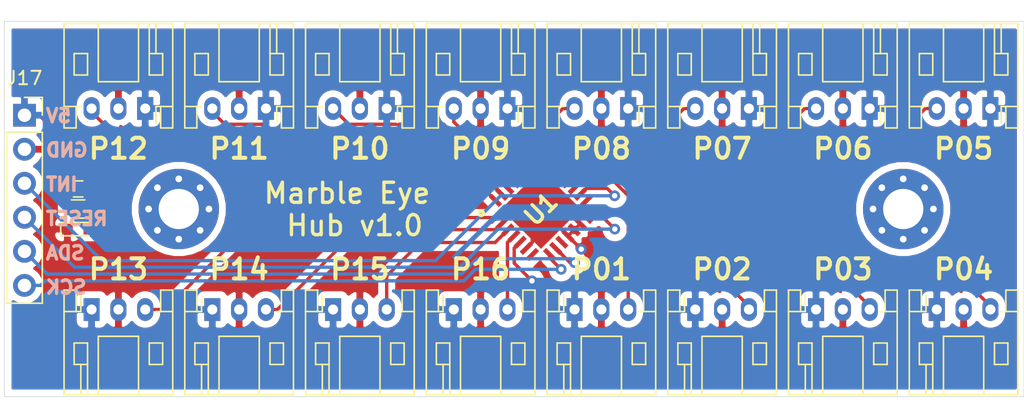
<source format=kicad_pcb>
(kicad_pcb (version 20171130) (host pcbnew "(5.1.2)-1")

  (general
    (thickness 1.6)
    (drawings 27)
    (tracks 119)
    (zones 0)
    (modules 23)
    (nets 27)
  )

  (page A4)
  (layers
    (0 F.Cu signal)
    (31 B.Cu signal)
    (32 B.Adhes user)
    (33 F.Adhes user)
    (34 B.Paste user)
    (35 F.Paste user)
    (36 B.SilkS user)
    (37 F.SilkS user)
    (38 B.Mask user)
    (39 F.Mask user)
    (40 Dwgs.User user)
    (41 Cmts.User user)
    (42 Eco1.User user)
    (43 Eco2.User user)
    (44 Edge.Cuts user)
    (45 Margin user)
    (46 B.CrtYd user)
    (47 F.CrtYd user)
    (48 B.Fab user)
    (49 F.Fab user)
  )

  (setup
    (last_trace_width 0.25)
    (trace_clearance 0.2)
    (zone_clearance 0.508)
    (zone_45_only no)
    (trace_min 0.2)
    (via_size 0.8)
    (via_drill 0.4)
    (via_min_size 0.4)
    (via_min_drill 0.3)
    (uvia_size 0.3)
    (uvia_drill 0.1)
    (uvias_allowed no)
    (uvia_min_size 0.2)
    (uvia_min_drill 0.1)
    (edge_width 0.05)
    (segment_width 0.2)
    (pcb_text_width 0.3)
    (pcb_text_size 1.5 1.5)
    (mod_edge_width 0.12)
    (mod_text_size 1 1)
    (mod_text_width 0.15)
    (pad_size 1.524 1.524)
    (pad_drill 0.762)
    (pad_to_mask_clearance 0.051)
    (solder_mask_min_width 0.25)
    (aux_axis_origin 0 0)
    (visible_elements 7FFFFFFF)
    (pcbplotparams
      (layerselection 0x010fc_ffffffff)
      (usegerberextensions false)
      (usegerberattributes false)
      (usegerberadvancedattributes false)
      (creategerberjobfile false)
      (excludeedgelayer true)
      (linewidth 0.100000)
      (plotframeref false)
      (viasonmask false)
      (mode 1)
      (useauxorigin false)
      (hpglpennumber 1)
      (hpglpenspeed 20)
      (hpglpendiameter 15.000000)
      (psnegative false)
      (psa4output false)
      (plotreference true)
      (plotvalue true)
      (plotinvisibletext false)
      (padsonsilk false)
      (subtractmaskfromsilk false)
      (outputformat 1)
      (mirror false)
      (drillshape 0)
      (scaleselection 1)
      (outputdirectory "manufacturing/"))
  )

  (net 0 "")
  (net 1 5V)
  (net 2 GND)
  (net 3 DO01)
  (net 4 DO02)
  (net 5 DO03)
  (net 6 DO04)
  (net 7 DO05)
  (net 8 DO06)
  (net 9 DO07)
  (net 10 DO08)
  (net 11 DO09)
  (net 12 DO10)
  (net 13 DO11)
  (net 14 DO12)
  (net 15 DO13)
  (net 16 DO14)
  (net 17 DO15)
  (net 18 DO16)
  (net 19 SDA)
  (net 20 RESET)
  (net 21 "Net-(U1-Pad10)")
  (net 22 SCK)
  (net 23 "Net-(U1-Pad7)")
  (net 24 "Net-(D1-Pad2)")
  (net 25 INT)
  (net 26 "Net-(U1-Pad15)")

  (net_class Default "This is the default net class."
    (clearance 0.2)
    (trace_width 0.25)
    (via_dia 0.8)
    (via_drill 0.4)
    (uvia_dia 0.3)
    (uvia_drill 0.1)
    (add_net 5V)
    (add_net DO01)
    (add_net DO02)
    (add_net DO03)
    (add_net DO04)
    (add_net DO05)
    (add_net DO06)
    (add_net DO07)
    (add_net DO08)
    (add_net DO09)
    (add_net DO10)
    (add_net DO11)
    (add_net DO12)
    (add_net DO13)
    (add_net DO14)
    (add_net DO15)
    (add_net DO16)
    (add_net GND)
    (add_net INT)
    (add_net "Net-(D1-Pad2)")
    (add_net "Net-(U1-Pad10)")
    (add_net "Net-(U1-Pad15)")
    (add_net "Net-(U1-Pad7)")
    (add_net RESET)
    (add_net SCK)
    (add_net SDA)
  )

  (module Connector_PinSocket_2.54mm:PinSocket_1x06_P2.54mm_Vertical (layer F.Cu) (tedit 5A19A430) (tstamp 5ED8B6AD)
    (at 78 82)
    (descr "Through hole straight socket strip, 1x06, 2.54mm pitch, single row (from Kicad 4.0.7), script generated")
    (tags "Through hole socket strip THT 1x06 2.54mm single row")
    (path /5ED8FBDA)
    (fp_text reference J17 (at 0 -2.77) (layer F.SilkS)
      (effects (font (size 1 1) (thickness 0.15)))
    )
    (fp_text value DNP (at 0 15.47) (layer F.Fab)
      (effects (font (size 1 1) (thickness 0.15)))
    )
    (fp_text user %R (at 0 6.35 90) (layer F.Fab)
      (effects (font (size 1 1) (thickness 0.15)))
    )
    (fp_line (start -1.8 14.45) (end -1.8 -1.8) (layer F.CrtYd) (width 0.05))
    (fp_line (start 1.75 14.45) (end -1.8 14.45) (layer F.CrtYd) (width 0.05))
    (fp_line (start 1.75 -1.8) (end 1.75 14.45) (layer F.CrtYd) (width 0.05))
    (fp_line (start -1.8 -1.8) (end 1.75 -1.8) (layer F.CrtYd) (width 0.05))
    (fp_line (start 0 -1.33) (end 1.33 -1.33) (layer F.SilkS) (width 0.12))
    (fp_line (start 1.33 -1.33) (end 1.33 0) (layer F.SilkS) (width 0.12))
    (fp_line (start 1.33 1.27) (end 1.33 14.03) (layer F.SilkS) (width 0.12))
    (fp_line (start -1.33 14.03) (end 1.33 14.03) (layer F.SilkS) (width 0.12))
    (fp_line (start -1.33 1.27) (end -1.33 14.03) (layer F.SilkS) (width 0.12))
    (fp_line (start -1.33 1.27) (end 1.33 1.27) (layer F.SilkS) (width 0.12))
    (fp_line (start -1.27 13.97) (end -1.27 -1.27) (layer F.Fab) (width 0.1))
    (fp_line (start 1.27 13.97) (end -1.27 13.97) (layer F.Fab) (width 0.1))
    (fp_line (start 1.27 -0.635) (end 1.27 13.97) (layer F.Fab) (width 0.1))
    (fp_line (start 0.635 -1.27) (end 1.27 -0.635) (layer F.Fab) (width 0.1))
    (fp_line (start -1.27 -1.27) (end 0.635 -1.27) (layer F.Fab) (width 0.1))
    (pad 6 thru_hole oval (at 0 12.7) (size 1.7 1.7) (drill 1) (layers *.Cu *.Mask)
      (net 22 SCK))
    (pad 5 thru_hole oval (at 0 10.16) (size 1.7 1.7) (drill 1) (layers *.Cu *.Mask)
      (net 19 SDA))
    (pad 4 thru_hole oval (at 0 7.62) (size 1.7 1.7) (drill 1) (layers *.Cu *.Mask)
      (net 20 RESET))
    (pad 3 thru_hole oval (at 0 5.08) (size 1.7 1.7) (drill 1) (layers *.Cu *.Mask)
      (net 25 INT))
    (pad 2 thru_hole oval (at 0 2.54) (size 1.7 1.7) (drill 1) (layers *.Cu *.Mask)
      (net 2 GND))
    (pad 1 thru_hole rect (at 0 0) (size 1.7 1.7) (drill 1) (layers *.Cu *.Mask)
      (net 1 5V))
    (model ${KISYS3DMOD}/Connector_PinSocket_2.54mm.3dshapes/PinSocket_1x06_P2.54mm_Vertical.wrl
      (at (xyz 0 0 0))
      (scale (xyz 1 1 1))
      (rotate (xyz 0 0 0))
    )
  )

  (module Connectors_JST:JST_PH_S3B-PH-K_03x2.00mm_Angled (layer F.Cu) (tedit 58D3FE32) (tstamp 5ED38B6D)
    (at 87 81.5 180)
    (descr "JST PH series connector, S3B-PH-K, side entry type, through hole, Datasheet: http://www.jst-mfg.com/product/pdf/eng/ePH.pdf")
    (tags "connector jst ph")
    (path /5ED5ADA4)
    (fp_text reference J12 (at 1.5 -2.45) (layer F.SilkS) hide
      (effects (font (size 1 1) (thickness 0.15)))
    )
    (fp_text value S3B-PH (at 2 7.25) (layer F.Fab)
      (effects (font (size 1 1) (thickness 0.15)))
    )
    (fp_line (start 0.5 6.35) (end 0.5 2) (layer F.SilkS) (width 0.12))
    (fp_line (start 0.5 2) (end 3.5 2) (layer F.SilkS) (width 0.12))
    (fp_line (start 3.5 2) (end 3.5 6.35) (layer F.SilkS) (width 0.12))
    (fp_line (start -0.8 0.15) (end -1.15 0.15) (layer F.SilkS) (width 0.12))
    (fp_line (start -1.15 0.15) (end -1.15 -1.45) (layer F.SilkS) (width 0.12))
    (fp_line (start -1.15 -1.45) (end -2.05 -1.45) (layer F.SilkS) (width 0.12))
    (fp_line (start -2.05 -1.45) (end -2.05 6.35) (layer F.SilkS) (width 0.12))
    (fp_line (start -2.05 6.35) (end 6.05 6.35) (layer F.SilkS) (width 0.12))
    (fp_line (start 6.05 6.35) (end 6.05 -1.45) (layer F.SilkS) (width 0.12))
    (fp_line (start 6.05 -1.45) (end 5.15 -1.45) (layer F.SilkS) (width 0.12))
    (fp_line (start 5.15 -1.45) (end 5.15 0.15) (layer F.SilkS) (width 0.12))
    (fp_line (start 5.15 0.15) (end 4.8 0.15) (layer F.SilkS) (width 0.12))
    (fp_line (start -2.05 0.15) (end -1.15 0.15) (layer F.SilkS) (width 0.12))
    (fp_line (start 6.05 0.15) (end 5.15 0.15) (layer F.SilkS) (width 0.12))
    (fp_line (start -1.3 2.5) (end -1.3 4.1) (layer F.SilkS) (width 0.12))
    (fp_line (start -1.3 4.1) (end -0.3 4.1) (layer F.SilkS) (width 0.12))
    (fp_line (start -0.3 4.1) (end -0.3 2.5) (layer F.SilkS) (width 0.12))
    (fp_line (start -0.3 2.5) (end -1.3 2.5) (layer F.SilkS) (width 0.12))
    (fp_line (start 5.3 2.5) (end 5.3 4.1) (layer F.SilkS) (width 0.12))
    (fp_line (start 5.3 4.1) (end 4.3 4.1) (layer F.SilkS) (width 0.12))
    (fp_line (start 4.3 4.1) (end 4.3 2.5) (layer F.SilkS) (width 0.12))
    (fp_line (start 4.3 2.5) (end 5.3 2.5) (layer F.SilkS) (width 0.12))
    (fp_line (start -0.3 4.1) (end -0.3 6.35) (layer F.SilkS) (width 0.12))
    (fp_line (start -0.8 4.1) (end -0.8 6.35) (layer F.SilkS) (width 0.12))
    (fp_line (start -2.45 -1.85) (end -2.45 6.75) (layer F.CrtYd) (width 0.05))
    (fp_line (start -2.45 6.75) (end 6.45 6.75) (layer F.CrtYd) (width 0.05))
    (fp_line (start 6.45 6.75) (end 6.45 -1.85) (layer F.CrtYd) (width 0.05))
    (fp_line (start 6.45 -1.85) (end -2.45 -1.85) (layer F.CrtYd) (width 0.05))
    (fp_line (start -1.25 0.25) (end -1.25 -1.35) (layer F.Fab) (width 0.1))
    (fp_line (start -1.25 -1.35) (end -1.95 -1.35) (layer F.Fab) (width 0.1))
    (fp_line (start -1.95 -1.35) (end -1.95 6.25) (layer F.Fab) (width 0.1))
    (fp_line (start -1.95 6.25) (end 5.95 6.25) (layer F.Fab) (width 0.1))
    (fp_line (start 5.95 6.25) (end 5.95 -1.35) (layer F.Fab) (width 0.1))
    (fp_line (start 5.95 -1.35) (end 5.25 -1.35) (layer F.Fab) (width 0.1))
    (fp_line (start 5.25 -1.35) (end 5.25 0.25) (layer F.Fab) (width 0.1))
    (fp_line (start 5.25 0.25) (end -1.25 0.25) (layer F.Fab) (width 0.1))
    (fp_line (start -0.8 0.15) (end -0.8 -1.05) (layer F.SilkS) (width 0.12))
    (fp_line (start 0 0.85) (end -0.5 1.35) (layer F.Fab) (width 0.1))
    (fp_line (start -0.5 1.35) (end 0.5 1.35) (layer F.Fab) (width 0.1))
    (fp_line (start 0.5 1.35) (end 0 0.85) (layer F.Fab) (width 0.1))
    (fp_text user %R (at 2 2.5) (layer F.Fab)
      (effects (font (size 1 1) (thickness 0.15)))
    )
    (pad 1 thru_hole rect (at 0 0 180) (size 1.2 1.7) (drill 0.75) (layers *.Cu *.Mask)
      (net 1 5V))
    (pad 2 thru_hole oval (at 2 0 180) (size 1.2 1.7) (drill 0.75) (layers *.Cu *.Mask)
      (net 2 GND))
    (pad 3 thru_hole oval (at 4 0 180) (size 1.2 1.7) (drill 0.75) (layers *.Cu *.Mask)
      (net 14 DO12))
    (model ${KISYS3DMOD}/Connectors_JST.3dshapes/JST_PH_S3B-PH-K_03x2.00mm_Angled.wrl
      (at (xyz 0 0 0))
      (scale (xyz 1 1 1))
      (rotate (xyz 0 0 0))
    )
  )

  (module LEDs:LED_0603 (layer F.Cu) (tedit 57FE93A5) (tstamp 5ED3FE05)
    (at 82 90.5)
    (descr "LED 0603 smd package")
    (tags "LED led 0603 SMD smd SMT smt smdled SMDLED smtled SMTLED")
    (path /5ED97F9C)
    (attr smd)
    (fp_text reference D1 (at 0 -1.25) (layer F.SilkS) hide
      (effects (font (size 1 1) (thickness 0.15)))
    )
    (fp_text value LED (at 0 1.35) (layer F.Fab)
      (effects (font (size 1 1) (thickness 0.15)))
    )
    (fp_line (start -1.3 -0.5) (end -1.3 0.5) (layer F.SilkS) (width 0.12))
    (fp_line (start -0.2 -0.2) (end -0.2 0.2) (layer F.Fab) (width 0.1))
    (fp_line (start -0.15 0) (end 0.15 -0.2) (layer F.Fab) (width 0.1))
    (fp_line (start 0.15 0.2) (end -0.15 0) (layer F.Fab) (width 0.1))
    (fp_line (start 0.15 -0.2) (end 0.15 0.2) (layer F.Fab) (width 0.1))
    (fp_line (start 0.8 0.4) (end -0.8 0.4) (layer F.Fab) (width 0.1))
    (fp_line (start 0.8 -0.4) (end 0.8 0.4) (layer F.Fab) (width 0.1))
    (fp_line (start -0.8 -0.4) (end 0.8 -0.4) (layer F.Fab) (width 0.1))
    (fp_line (start -0.8 0.4) (end -0.8 -0.4) (layer F.Fab) (width 0.1))
    (fp_line (start -1.3 0.5) (end 0.8 0.5) (layer F.SilkS) (width 0.12))
    (fp_line (start -1.3 -0.5) (end 0.8 -0.5) (layer F.SilkS) (width 0.12))
    (fp_line (start 1.45 -0.65) (end 1.45 0.65) (layer F.CrtYd) (width 0.05))
    (fp_line (start 1.45 0.65) (end -1.45 0.65) (layer F.CrtYd) (width 0.05))
    (fp_line (start -1.45 0.65) (end -1.45 -0.65) (layer F.CrtYd) (width 0.05))
    (fp_line (start -1.45 -0.65) (end 1.45 -0.65) (layer F.CrtYd) (width 0.05))
    (pad 2 smd rect (at 0.8 0 180) (size 0.8 0.8) (layers F.Cu F.Paste F.Mask)
      (net 24 "Net-(D1-Pad2)"))
    (pad 1 smd rect (at -0.8 0 180) (size 0.8 0.8) (layers F.Cu F.Paste F.Mask)
      (net 2 GND))
    (model ${KISYS3DMOD}/LEDs.3dshapes/LED_0603.wrl
      (at (xyz 0 0 0))
      (scale (xyz 1 1 1))
      (rotate (xyz 0 0 180))
    )
  )

  (module Resistors_SMD:R_0603 (layer F.Cu) (tedit 58E0A804) (tstamp 5ED40458)
    (at 82 89 180)
    (descr "Resistor SMD 0603, reflow soldering, Vishay (see dcrcw.pdf)")
    (tags "resistor 0603")
    (path /5ED978CB)
    (attr smd)
    (fp_text reference R1 (at 0 -1.45) (layer F.SilkS) hide
      (effects (font (size 1 1) (thickness 0.15)))
    )
    (fp_text value 1k (at 0 1.5) (layer F.Fab)
      (effects (font (size 1 1) (thickness 0.15)))
    )
    (fp_text user %R (at 0 0) (layer F.Fab)
      (effects (font (size 0.4 0.4) (thickness 0.075)))
    )
    (fp_line (start -0.8 0.4) (end -0.8 -0.4) (layer F.Fab) (width 0.1))
    (fp_line (start 0.8 0.4) (end -0.8 0.4) (layer F.Fab) (width 0.1))
    (fp_line (start 0.8 -0.4) (end 0.8 0.4) (layer F.Fab) (width 0.1))
    (fp_line (start -0.8 -0.4) (end 0.8 -0.4) (layer F.Fab) (width 0.1))
    (fp_line (start 0.5 0.68) (end -0.5 0.68) (layer F.SilkS) (width 0.12))
    (fp_line (start -0.5 -0.68) (end 0.5 -0.68) (layer F.SilkS) (width 0.12))
    (fp_line (start -1.25 -0.7) (end 1.25 -0.7) (layer F.CrtYd) (width 0.05))
    (fp_line (start -1.25 -0.7) (end -1.25 0.7) (layer F.CrtYd) (width 0.05))
    (fp_line (start 1.25 0.7) (end 1.25 -0.7) (layer F.CrtYd) (width 0.05))
    (fp_line (start 1.25 0.7) (end -1.25 0.7) (layer F.CrtYd) (width 0.05))
    (pad 1 smd rect (at -0.75 0 180) (size 0.5 0.9) (layers F.Cu F.Paste F.Mask)
      (net 24 "Net-(D1-Pad2)"))
    (pad 2 smd rect (at 0.75 0 180) (size 0.5 0.9) (layers F.Cu F.Paste F.Mask)
      (net 1 5V))
    (model ${KISYS3DMOD}/Resistors_SMD.3dshapes/R_0603.wrl
      (at (xyz 0 0 0))
      (scale (xyz 1 1 1))
      (rotate (xyz 0 0 0))
    )
  )

  (module Mounting_Holes:MountingHole_3mm_Pad_Via (layer F.Cu) (tedit 56DDBED4) (tstamp 5ED3DAD6)
    (at 143.5 89)
    (descr "Mounting Hole 3mm")
    (tags "mounting hole 3mm")
    (path /5ED88EB2)
    (attr virtual)
    (fp_text reference H2 (at 0 -4) (layer F.SilkS) hide
      (effects (font (size 1 1) (thickness 0.15)))
    )
    (fp_text value MountingHole (at 0 4) (layer F.Fab)
      (effects (font (size 1 1) (thickness 0.15)))
    )
    (fp_text user %R (at 0.3 0) (layer F.Fab)
      (effects (font (size 1 1) (thickness 0.15)))
    )
    (fp_circle (center 0 0) (end 3 0) (layer Cmts.User) (width 0.15))
    (fp_circle (center 0 0) (end 3.25 0) (layer F.CrtYd) (width 0.05))
    (pad 1 thru_hole circle (at 0 0) (size 6 6) (drill 3) (layers *.Cu *.Mask))
    (pad 1 thru_hole circle (at 2.25 0) (size 0.8 0.8) (drill 0.5) (layers *.Cu *.Mask))
    (pad 1 thru_hole circle (at 1.59099 1.59099) (size 0.8 0.8) (drill 0.5) (layers *.Cu *.Mask))
    (pad 1 thru_hole circle (at 0 2.25) (size 0.8 0.8) (drill 0.5) (layers *.Cu *.Mask))
    (pad 1 thru_hole circle (at -1.59099 1.59099) (size 0.8 0.8) (drill 0.5) (layers *.Cu *.Mask))
    (pad 1 thru_hole circle (at -2.25 0) (size 0.8 0.8) (drill 0.5) (layers *.Cu *.Mask))
    (pad 1 thru_hole circle (at -1.59099 -1.59099) (size 0.8 0.8) (drill 0.5) (layers *.Cu *.Mask))
    (pad 1 thru_hole circle (at 0 -2.25) (size 0.8 0.8) (drill 0.5) (layers *.Cu *.Mask))
    (pad 1 thru_hole circle (at 1.59099 -1.59099) (size 0.8 0.8) (drill 0.5) (layers *.Cu *.Mask))
  )

  (module Mounting_Holes:MountingHole_3mm_Pad_Via (layer F.Cu) (tedit 56DDBED4) (tstamp 5ED3DAD3)
    (at 89.5 89)
    (descr "Mounting Hole 3mm")
    (tags "mounting hole 3mm")
    (path /5ED88832)
    (attr virtual)
    (fp_text reference H1 (at 0 -4) (layer F.SilkS) hide
      (effects (font (size 1 1) (thickness 0.15)))
    )
    (fp_text value MountingHole (at 0 4) (layer F.Fab)
      (effects (font (size 1 1) (thickness 0.15)))
    )
    (fp_text user %R (at 0.3 0) (layer F.Fab)
      (effects (font (size 1 1) (thickness 0.15)))
    )
    (fp_circle (center 0 0) (end 3 0) (layer Cmts.User) (width 0.15))
    (fp_circle (center 0 0) (end 3.25 0) (layer F.CrtYd) (width 0.05))
    (pad 1 thru_hole circle (at 0 0) (size 6 6) (drill 3) (layers *.Cu *.Mask))
    (pad 1 thru_hole circle (at 2.25 0) (size 0.8 0.8) (drill 0.5) (layers *.Cu *.Mask))
    (pad 1 thru_hole circle (at 1.59099 1.59099) (size 0.8 0.8) (drill 0.5) (layers *.Cu *.Mask))
    (pad 1 thru_hole circle (at 0 2.25) (size 0.8 0.8) (drill 0.5) (layers *.Cu *.Mask))
    (pad 1 thru_hole circle (at -1.59099 1.59099) (size 0.8 0.8) (drill 0.5) (layers *.Cu *.Mask))
    (pad 1 thru_hole circle (at -2.25 0) (size 0.8 0.8) (drill 0.5) (layers *.Cu *.Mask))
    (pad 1 thru_hole circle (at -1.59099 -1.59099) (size 0.8 0.8) (drill 0.5) (layers *.Cu *.Mask))
    (pad 1 thru_hole circle (at 0 -2.25) (size 0.8 0.8) (drill 0.5) (layers *.Cu *.Mask))
    (pad 1 thru_hole circle (at 1.59099 -1.59099) (size 0.8 0.8) (drill 0.5) (layers *.Cu *.Mask))
  )

  (module motherboard:QFN65P600X600X100-29N-D (layer F.Cu) (tedit 5ED3825B) (tstamp 5ED38BA7)
    (at 116.5 89 45)
    (descr "28-Lead (ML) - 6x6 mm Body [QFN] with 0.55 mm Contact Length")
    (tags "Integrated Circuit")
    (path /5ED5B213)
    (attr smd)
    (fp_text reference U1 (at 0 0 45) (layer F.SilkS)
      (effects (font (size 1.27 1.27) (thickness 0.254)))
    )
    (fp_text value MCP23017_ML (at 0 0 45) (layer F.SilkS) hide
      (effects (font (size 1.27 1.27) (thickness 0.254)))
    )
    (fp_circle (center -3.3745 -2.925) (end -3.212 -2.925) (layer F.SilkS) (width 0.254))
    (fp_line (start -3 -2.35) (end -2.35 -3) (layer Dwgs.User) (width 0.1))
    (fp_line (start -3 3) (end -3 -3) (layer Dwgs.User) (width 0.1))
    (fp_line (start 3 3) (end -3 3) (layer Dwgs.User) (width 0.1))
    (fp_line (start 3 -3) (end 3 3) (layer Dwgs.User) (width 0.1))
    (fp_line (start -3 -3) (end 3 -3) (layer Dwgs.User) (width 0.1))
    (fp_line (start -3.625 3.625) (end -3.625 -3.625) (layer Dwgs.User) (width 0.05))
    (fp_line (start 3.625 3.625) (end -3.625 3.625) (layer Dwgs.User) (width 0.05))
    (fp_line (start 3.625 -3.625) (end 3.625 3.625) (layer Dwgs.User) (width 0.05))
    (fp_line (start -3.625 -3.625) (end 3.625 -3.625) (layer Dwgs.User) (width 0.05))
    (pad 29 smd rect (at 0 0 45) (size 4.2 4.2) (layers F.Cu F.Paste F.Mask)
      (net 2 GND))
    (pad 28 smd rect (at -1.95 -2.85 45) (size 0.35 1.05) (layers F.Cu F.Paste F.Mask)
      (net 14 DO12))
    (pad 27 smd rect (at -1.3 -2.85 45) (size 0.35 1.05) (layers F.Cu F.Paste F.Mask)
      (net 13 DO11))
    (pad 26 smd rect (at -0.65 -2.85 45) (size 0.35 1.05) (layers F.Cu F.Paste F.Mask)
      (net 12 DO10))
    (pad 25 smd rect (at 0 -2.85 45) (size 0.35 1.05) (layers F.Cu F.Paste F.Mask)
      (net 11 DO09))
    (pad 24 smd rect (at 0.65 -2.85 45) (size 0.35 1.05) (layers F.Cu F.Paste F.Mask)
      (net 10 DO08))
    (pad 23 smd rect (at 1.3 -2.85 45) (size 0.35 1.05) (layers F.Cu F.Paste F.Mask)
      (net 9 DO07))
    (pad 22 smd rect (at 1.95 -2.85 45) (size 0.35 1.05) (layers F.Cu F.Paste F.Mask)
      (net 8 DO06))
    (pad 21 smd rect (at 2.85 -1.95 135) (size 0.35 1.05) (layers F.Cu F.Paste F.Mask)
      (net 7 DO05))
    (pad 20 smd rect (at 2.85 -1.3 135) (size 0.35 1.05) (layers F.Cu F.Paste F.Mask)
      (net 6 DO04))
    (pad 19 smd rect (at 2.85 -0.65 135) (size 0.35 1.05) (layers F.Cu F.Paste F.Mask)
      (net 5 DO03))
    (pad 18 smd rect (at 2.85 0 135) (size 0.35 1.05) (layers F.Cu F.Paste F.Mask)
      (net 4 DO02))
    (pad 17 smd rect (at 2.85 0.65 135) (size 0.35 1.05) (layers F.Cu F.Paste F.Mask)
      (net 3 DO01))
    (pad 16 smd rect (at 2.85 1.3 135) (size 0.35 1.05) (layers F.Cu F.Paste F.Mask)
      (net 25 INT))
    (pad 15 smd rect (at 2.85 1.95 135) (size 0.35 1.05) (layers F.Cu F.Paste F.Mask)
      (net 26 "Net-(U1-Pad15)"))
    (pad 14 smd rect (at 1.95 2.85 45) (size 0.35 1.05) (layers F.Cu F.Paste F.Mask)
      (net 20 RESET))
    (pad 13 smd rect (at 1.3 2.85 45) (size 0.35 1.05) (layers F.Cu F.Paste F.Mask)
      (net 2 GND))
    (pad 12 smd rect (at 0.65 2.85 45) (size 0.35 1.05) (layers F.Cu F.Paste F.Mask)
      (net 2 GND))
    (pad 11 smd rect (at 0 2.85 45) (size 0.35 1.05) (layers F.Cu F.Paste F.Mask)
      (net 2 GND))
    (pad 10 smd rect (at -0.65 2.85 45) (size 0.35 1.05) (layers F.Cu F.Paste F.Mask)
      (net 21 "Net-(U1-Pad10)"))
    (pad 9 smd rect (at -1.3 2.85 45) (size 0.35 1.05) (layers F.Cu F.Paste F.Mask)
      (net 19 SDA))
    (pad 8 smd rect (at -1.95 2.85 45) (size 0.35 1.05) (layers F.Cu F.Paste F.Mask)
      (net 22 SCK))
    (pad 7 smd rect (at -2.85 1.95 135) (size 0.35 1.05) (layers F.Cu F.Paste F.Mask)
      (net 23 "Net-(U1-Pad7)"))
    (pad 6 smd rect (at -2.85 1.3 135) (size 0.35 1.05) (layers F.Cu F.Paste F.Mask)
      (net 2 GND))
    (pad 5 smd rect (at -2.85 0.65 135) (size 0.35 1.05) (layers F.Cu F.Paste F.Mask)
      (net 1 5V))
    (pad 4 smd rect (at -2.85 0 135) (size 0.35 1.05) (layers F.Cu F.Paste F.Mask)
      (net 18 DO16))
    (pad 3 smd rect (at -2.85 -0.65 135) (size 0.35 1.05) (layers F.Cu F.Paste F.Mask)
      (net 17 DO15))
    (pad 2 smd rect (at -2.85 -1.3 135) (size 0.35 1.05) (layers F.Cu F.Paste F.Mask)
      (net 16 DO14))
    (pad 1 smd rect (at -2.85 -1.95 135) (size 0.35 1.05) (layers F.Cu F.Paste F.Mask)
      (net 15 DO13))
    (model ${KIPRJMOD}/components/MCP23017T-E_ML/3D/MCP23017T-E_ML.stp
      (at (xyz 0 0 0))
      (scale (xyz 1 1 1))
      (rotate (xyz 0 0 0))
    )
  )

  (module Connectors_JST:JST_PH_S3B-PH-K_03x2.00mm_Angled (layer F.Cu) (tedit 58D3FE32) (tstamp 5ED3A76F)
    (at 110 96.5)
    (descr "JST PH series connector, S3B-PH-K, side entry type, through hole, Datasheet: http://www.jst-mfg.com/product/pdf/eng/ePH.pdf")
    (tags "connector jst ph")
    (path /5ED5ADDC)
    (fp_text reference J16 (at 1.5 -2.45) (layer F.SilkS) hide
      (effects (font (size 1 1) (thickness 0.15)))
    )
    (fp_text value S3B-PH (at 2 7.25) (layer F.Fab)
      (effects (font (size 1 1) (thickness 0.15)))
    )
    (fp_line (start 0.5 6.35) (end 0.5 2) (layer F.SilkS) (width 0.12))
    (fp_line (start 0.5 2) (end 3.5 2) (layer F.SilkS) (width 0.12))
    (fp_line (start 3.5 2) (end 3.5 6.35) (layer F.SilkS) (width 0.12))
    (fp_line (start -0.8 0.15) (end -1.15 0.15) (layer F.SilkS) (width 0.12))
    (fp_line (start -1.15 0.15) (end -1.15 -1.45) (layer F.SilkS) (width 0.12))
    (fp_line (start -1.15 -1.45) (end -2.05 -1.45) (layer F.SilkS) (width 0.12))
    (fp_line (start -2.05 -1.45) (end -2.05 6.35) (layer F.SilkS) (width 0.12))
    (fp_line (start -2.05 6.35) (end 6.05 6.35) (layer F.SilkS) (width 0.12))
    (fp_line (start 6.05 6.35) (end 6.05 -1.45) (layer F.SilkS) (width 0.12))
    (fp_line (start 6.05 -1.45) (end 5.15 -1.45) (layer F.SilkS) (width 0.12))
    (fp_line (start 5.15 -1.45) (end 5.15 0.15) (layer F.SilkS) (width 0.12))
    (fp_line (start 5.15 0.15) (end 4.8 0.15) (layer F.SilkS) (width 0.12))
    (fp_line (start -2.05 0.15) (end -1.15 0.15) (layer F.SilkS) (width 0.12))
    (fp_line (start 6.05 0.15) (end 5.15 0.15) (layer F.SilkS) (width 0.12))
    (fp_line (start -1.3 2.5) (end -1.3 4.1) (layer F.SilkS) (width 0.12))
    (fp_line (start -1.3 4.1) (end -0.3 4.1) (layer F.SilkS) (width 0.12))
    (fp_line (start -0.3 4.1) (end -0.3 2.5) (layer F.SilkS) (width 0.12))
    (fp_line (start -0.3 2.5) (end -1.3 2.5) (layer F.SilkS) (width 0.12))
    (fp_line (start 5.3 2.5) (end 5.3 4.1) (layer F.SilkS) (width 0.12))
    (fp_line (start 5.3 4.1) (end 4.3 4.1) (layer F.SilkS) (width 0.12))
    (fp_line (start 4.3 4.1) (end 4.3 2.5) (layer F.SilkS) (width 0.12))
    (fp_line (start 4.3 2.5) (end 5.3 2.5) (layer F.SilkS) (width 0.12))
    (fp_line (start -0.3 4.1) (end -0.3 6.35) (layer F.SilkS) (width 0.12))
    (fp_line (start -0.8 4.1) (end -0.8 6.35) (layer F.SilkS) (width 0.12))
    (fp_line (start -2.45 -1.85) (end -2.45 6.75) (layer F.CrtYd) (width 0.05))
    (fp_line (start -2.45 6.75) (end 6.45 6.75) (layer F.CrtYd) (width 0.05))
    (fp_line (start 6.45 6.75) (end 6.45 -1.85) (layer F.CrtYd) (width 0.05))
    (fp_line (start 6.45 -1.85) (end -2.45 -1.85) (layer F.CrtYd) (width 0.05))
    (fp_line (start -1.25 0.25) (end -1.25 -1.35) (layer F.Fab) (width 0.1))
    (fp_line (start -1.25 -1.35) (end -1.95 -1.35) (layer F.Fab) (width 0.1))
    (fp_line (start -1.95 -1.35) (end -1.95 6.25) (layer F.Fab) (width 0.1))
    (fp_line (start -1.95 6.25) (end 5.95 6.25) (layer F.Fab) (width 0.1))
    (fp_line (start 5.95 6.25) (end 5.95 -1.35) (layer F.Fab) (width 0.1))
    (fp_line (start 5.95 -1.35) (end 5.25 -1.35) (layer F.Fab) (width 0.1))
    (fp_line (start 5.25 -1.35) (end 5.25 0.25) (layer F.Fab) (width 0.1))
    (fp_line (start 5.25 0.25) (end -1.25 0.25) (layer F.Fab) (width 0.1))
    (fp_line (start -0.8 0.15) (end -0.8 -1.05) (layer F.SilkS) (width 0.12))
    (fp_line (start 0 0.85) (end -0.5 1.35) (layer F.Fab) (width 0.1))
    (fp_line (start -0.5 1.35) (end 0.5 1.35) (layer F.Fab) (width 0.1))
    (fp_line (start 0.5 1.35) (end 0 0.85) (layer F.Fab) (width 0.1))
    (fp_text user %R (at 2 2.5) (layer F.Fab)
      (effects (font (size 1 1) (thickness 0.15)))
    )
    (pad 1 thru_hole rect (at 0 0) (size 1.2 1.7) (drill 0.75) (layers *.Cu *.Mask)
      (net 1 5V))
    (pad 2 thru_hole oval (at 2 0) (size 1.2 1.7) (drill 0.75) (layers *.Cu *.Mask)
      (net 2 GND))
    (pad 3 thru_hole oval (at 4 0) (size 1.2 1.7) (drill 0.75) (layers *.Cu *.Mask)
      (net 18 DO16))
    (model ${KISYS3DMOD}/Connectors_JST.3dshapes/JST_PH_S3B-PH-K_03x2.00mm_Angled.wrl
      (at (xyz 0 0 0))
      (scale (xyz 1 1 1))
      (rotate (xyz 0 0 0))
    )
  )

  (module Connectors_JST:JST_PH_S3B-PH-K_03x2.00mm_Angled (layer F.Cu) (tedit 58D3FE32) (tstamp 5ED38B76)
    (at 101 96.5)
    (descr "JST PH series connector, S3B-PH-K, side entry type, through hole, Datasheet: http://www.jst-mfg.com/product/pdf/eng/ePH.pdf")
    (tags "connector jst ph")
    (path /5ED5ADCE)
    (fp_text reference J15 (at 1.5 -2.45) (layer F.SilkS) hide
      (effects (font (size 1 1) (thickness 0.15)))
    )
    (fp_text value S3B-PH (at 2 7.25) (layer F.Fab)
      (effects (font (size 1 1) (thickness 0.15)))
    )
    (fp_line (start 0.5 6.35) (end 0.5 2) (layer F.SilkS) (width 0.12))
    (fp_line (start 0.5 2) (end 3.5 2) (layer F.SilkS) (width 0.12))
    (fp_line (start 3.5 2) (end 3.5 6.35) (layer F.SilkS) (width 0.12))
    (fp_line (start -0.8 0.15) (end -1.15 0.15) (layer F.SilkS) (width 0.12))
    (fp_line (start -1.15 0.15) (end -1.15 -1.45) (layer F.SilkS) (width 0.12))
    (fp_line (start -1.15 -1.45) (end -2.05 -1.45) (layer F.SilkS) (width 0.12))
    (fp_line (start -2.05 -1.45) (end -2.05 6.35) (layer F.SilkS) (width 0.12))
    (fp_line (start -2.05 6.35) (end 6.05 6.35) (layer F.SilkS) (width 0.12))
    (fp_line (start 6.05 6.35) (end 6.05 -1.45) (layer F.SilkS) (width 0.12))
    (fp_line (start 6.05 -1.45) (end 5.15 -1.45) (layer F.SilkS) (width 0.12))
    (fp_line (start 5.15 -1.45) (end 5.15 0.15) (layer F.SilkS) (width 0.12))
    (fp_line (start 5.15 0.15) (end 4.8 0.15) (layer F.SilkS) (width 0.12))
    (fp_line (start -2.05 0.15) (end -1.15 0.15) (layer F.SilkS) (width 0.12))
    (fp_line (start 6.05 0.15) (end 5.15 0.15) (layer F.SilkS) (width 0.12))
    (fp_line (start -1.3 2.5) (end -1.3 4.1) (layer F.SilkS) (width 0.12))
    (fp_line (start -1.3 4.1) (end -0.3 4.1) (layer F.SilkS) (width 0.12))
    (fp_line (start -0.3 4.1) (end -0.3 2.5) (layer F.SilkS) (width 0.12))
    (fp_line (start -0.3 2.5) (end -1.3 2.5) (layer F.SilkS) (width 0.12))
    (fp_line (start 5.3 2.5) (end 5.3 4.1) (layer F.SilkS) (width 0.12))
    (fp_line (start 5.3 4.1) (end 4.3 4.1) (layer F.SilkS) (width 0.12))
    (fp_line (start 4.3 4.1) (end 4.3 2.5) (layer F.SilkS) (width 0.12))
    (fp_line (start 4.3 2.5) (end 5.3 2.5) (layer F.SilkS) (width 0.12))
    (fp_line (start -0.3 4.1) (end -0.3 6.35) (layer F.SilkS) (width 0.12))
    (fp_line (start -0.8 4.1) (end -0.8 6.35) (layer F.SilkS) (width 0.12))
    (fp_line (start -2.45 -1.85) (end -2.45 6.75) (layer F.CrtYd) (width 0.05))
    (fp_line (start -2.45 6.75) (end 6.45 6.75) (layer F.CrtYd) (width 0.05))
    (fp_line (start 6.45 6.75) (end 6.45 -1.85) (layer F.CrtYd) (width 0.05))
    (fp_line (start 6.45 -1.85) (end -2.45 -1.85) (layer F.CrtYd) (width 0.05))
    (fp_line (start -1.25 0.25) (end -1.25 -1.35) (layer F.Fab) (width 0.1))
    (fp_line (start -1.25 -1.35) (end -1.95 -1.35) (layer F.Fab) (width 0.1))
    (fp_line (start -1.95 -1.35) (end -1.95 6.25) (layer F.Fab) (width 0.1))
    (fp_line (start -1.95 6.25) (end 5.95 6.25) (layer F.Fab) (width 0.1))
    (fp_line (start 5.95 6.25) (end 5.95 -1.35) (layer F.Fab) (width 0.1))
    (fp_line (start 5.95 -1.35) (end 5.25 -1.35) (layer F.Fab) (width 0.1))
    (fp_line (start 5.25 -1.35) (end 5.25 0.25) (layer F.Fab) (width 0.1))
    (fp_line (start 5.25 0.25) (end -1.25 0.25) (layer F.Fab) (width 0.1))
    (fp_line (start -0.8 0.15) (end -0.8 -1.05) (layer F.SilkS) (width 0.12))
    (fp_line (start 0 0.85) (end -0.5 1.35) (layer F.Fab) (width 0.1))
    (fp_line (start -0.5 1.35) (end 0.5 1.35) (layer F.Fab) (width 0.1))
    (fp_line (start 0.5 1.35) (end 0 0.85) (layer F.Fab) (width 0.1))
    (fp_text user %R (at 2 2.5) (layer F.Fab)
      (effects (font (size 1 1) (thickness 0.15)))
    )
    (pad 1 thru_hole rect (at 0 0) (size 1.2 1.7) (drill 0.75) (layers *.Cu *.Mask)
      (net 1 5V))
    (pad 2 thru_hole oval (at 2 0) (size 1.2 1.7) (drill 0.75) (layers *.Cu *.Mask)
      (net 2 GND))
    (pad 3 thru_hole oval (at 4 0) (size 1.2 1.7) (drill 0.75) (layers *.Cu *.Mask)
      (net 17 DO15))
    (model ${KISYS3DMOD}/Connectors_JST.3dshapes/JST_PH_S3B-PH-K_03x2.00mm_Angled.wrl
      (at (xyz 0 0 0))
      (scale (xyz 1 1 1))
      (rotate (xyz 0 0 0))
    )
  )

  (module Connectors_JST:JST_PH_S3B-PH-K_03x2.00mm_Angled (layer F.Cu) (tedit 58D3FE32) (tstamp 5ED38B73)
    (at 92 96.5)
    (descr "JST PH series connector, S3B-PH-K, side entry type, through hole, Datasheet: http://www.jst-mfg.com/product/pdf/eng/ePH.pdf")
    (tags "connector jst ph")
    (path /5ED5ADC0)
    (fp_text reference J14 (at 1.5 -2.45) (layer F.SilkS) hide
      (effects (font (size 1 1) (thickness 0.15)))
    )
    (fp_text value S3B-PH (at 2 7.25) (layer F.Fab)
      (effects (font (size 1 1) (thickness 0.15)))
    )
    (fp_line (start 0.5 6.35) (end 0.5 2) (layer F.SilkS) (width 0.12))
    (fp_line (start 0.5 2) (end 3.5 2) (layer F.SilkS) (width 0.12))
    (fp_line (start 3.5 2) (end 3.5 6.35) (layer F.SilkS) (width 0.12))
    (fp_line (start -0.8 0.15) (end -1.15 0.15) (layer F.SilkS) (width 0.12))
    (fp_line (start -1.15 0.15) (end -1.15 -1.45) (layer F.SilkS) (width 0.12))
    (fp_line (start -1.15 -1.45) (end -2.05 -1.45) (layer F.SilkS) (width 0.12))
    (fp_line (start -2.05 -1.45) (end -2.05 6.35) (layer F.SilkS) (width 0.12))
    (fp_line (start -2.05 6.35) (end 6.05 6.35) (layer F.SilkS) (width 0.12))
    (fp_line (start 6.05 6.35) (end 6.05 -1.45) (layer F.SilkS) (width 0.12))
    (fp_line (start 6.05 -1.45) (end 5.15 -1.45) (layer F.SilkS) (width 0.12))
    (fp_line (start 5.15 -1.45) (end 5.15 0.15) (layer F.SilkS) (width 0.12))
    (fp_line (start 5.15 0.15) (end 4.8 0.15) (layer F.SilkS) (width 0.12))
    (fp_line (start -2.05 0.15) (end -1.15 0.15) (layer F.SilkS) (width 0.12))
    (fp_line (start 6.05 0.15) (end 5.15 0.15) (layer F.SilkS) (width 0.12))
    (fp_line (start -1.3 2.5) (end -1.3 4.1) (layer F.SilkS) (width 0.12))
    (fp_line (start -1.3 4.1) (end -0.3 4.1) (layer F.SilkS) (width 0.12))
    (fp_line (start -0.3 4.1) (end -0.3 2.5) (layer F.SilkS) (width 0.12))
    (fp_line (start -0.3 2.5) (end -1.3 2.5) (layer F.SilkS) (width 0.12))
    (fp_line (start 5.3 2.5) (end 5.3 4.1) (layer F.SilkS) (width 0.12))
    (fp_line (start 5.3 4.1) (end 4.3 4.1) (layer F.SilkS) (width 0.12))
    (fp_line (start 4.3 4.1) (end 4.3 2.5) (layer F.SilkS) (width 0.12))
    (fp_line (start 4.3 2.5) (end 5.3 2.5) (layer F.SilkS) (width 0.12))
    (fp_line (start -0.3 4.1) (end -0.3 6.35) (layer F.SilkS) (width 0.12))
    (fp_line (start -0.8 4.1) (end -0.8 6.35) (layer F.SilkS) (width 0.12))
    (fp_line (start -2.45 -1.85) (end -2.45 6.75) (layer F.CrtYd) (width 0.05))
    (fp_line (start -2.45 6.75) (end 6.45 6.75) (layer F.CrtYd) (width 0.05))
    (fp_line (start 6.45 6.75) (end 6.45 -1.85) (layer F.CrtYd) (width 0.05))
    (fp_line (start 6.45 -1.85) (end -2.45 -1.85) (layer F.CrtYd) (width 0.05))
    (fp_line (start -1.25 0.25) (end -1.25 -1.35) (layer F.Fab) (width 0.1))
    (fp_line (start -1.25 -1.35) (end -1.95 -1.35) (layer F.Fab) (width 0.1))
    (fp_line (start -1.95 -1.35) (end -1.95 6.25) (layer F.Fab) (width 0.1))
    (fp_line (start -1.95 6.25) (end 5.95 6.25) (layer F.Fab) (width 0.1))
    (fp_line (start 5.95 6.25) (end 5.95 -1.35) (layer F.Fab) (width 0.1))
    (fp_line (start 5.95 -1.35) (end 5.25 -1.35) (layer F.Fab) (width 0.1))
    (fp_line (start 5.25 -1.35) (end 5.25 0.25) (layer F.Fab) (width 0.1))
    (fp_line (start 5.25 0.25) (end -1.25 0.25) (layer F.Fab) (width 0.1))
    (fp_line (start -0.8 0.15) (end -0.8 -1.05) (layer F.SilkS) (width 0.12))
    (fp_line (start 0 0.85) (end -0.5 1.35) (layer F.Fab) (width 0.1))
    (fp_line (start -0.5 1.35) (end 0.5 1.35) (layer F.Fab) (width 0.1))
    (fp_line (start 0.5 1.35) (end 0 0.85) (layer F.Fab) (width 0.1))
    (fp_text user %R (at 2 2.5) (layer F.Fab)
      (effects (font (size 1 1) (thickness 0.15)))
    )
    (pad 1 thru_hole rect (at 0 0) (size 1.2 1.7) (drill 0.75) (layers *.Cu *.Mask)
      (net 1 5V))
    (pad 2 thru_hole oval (at 2 0) (size 1.2 1.7) (drill 0.75) (layers *.Cu *.Mask)
      (net 2 GND))
    (pad 3 thru_hole oval (at 4 0) (size 1.2 1.7) (drill 0.75) (layers *.Cu *.Mask)
      (net 16 DO14))
    (model ${KISYS3DMOD}/Connectors_JST.3dshapes/JST_PH_S3B-PH-K_03x2.00mm_Angled.wrl
      (at (xyz 0 0 0))
      (scale (xyz 1 1 1))
      (rotate (xyz 0 0 0))
    )
  )

  (module Connectors_JST:JST_PH_S3B-PH-K_03x2.00mm_Angled (layer F.Cu) (tedit 58D3FE32) (tstamp 5ED38B70)
    (at 83 96.5)
    (descr "JST PH series connector, S3B-PH-K, side entry type, through hole, Datasheet: http://www.jst-mfg.com/product/pdf/eng/ePH.pdf")
    (tags "connector jst ph")
    (path /5ED5ADB2)
    (fp_text reference J13 (at 1.5 -2.45) (layer F.SilkS) hide
      (effects (font (size 1 1) (thickness 0.15)))
    )
    (fp_text value S3B-PH (at 2 7.25) (layer F.Fab)
      (effects (font (size 1 1) (thickness 0.15)))
    )
    (fp_line (start 0.5 6.35) (end 0.5 2) (layer F.SilkS) (width 0.12))
    (fp_line (start 0.5 2) (end 3.5 2) (layer F.SilkS) (width 0.12))
    (fp_line (start 3.5 2) (end 3.5 6.35) (layer F.SilkS) (width 0.12))
    (fp_line (start -0.8 0.15) (end -1.15 0.15) (layer F.SilkS) (width 0.12))
    (fp_line (start -1.15 0.15) (end -1.15 -1.45) (layer F.SilkS) (width 0.12))
    (fp_line (start -1.15 -1.45) (end -2.05 -1.45) (layer F.SilkS) (width 0.12))
    (fp_line (start -2.05 -1.45) (end -2.05 6.35) (layer F.SilkS) (width 0.12))
    (fp_line (start -2.05 6.35) (end 6.05 6.35) (layer F.SilkS) (width 0.12))
    (fp_line (start 6.05 6.35) (end 6.05 -1.45) (layer F.SilkS) (width 0.12))
    (fp_line (start 6.05 -1.45) (end 5.15 -1.45) (layer F.SilkS) (width 0.12))
    (fp_line (start 5.15 -1.45) (end 5.15 0.15) (layer F.SilkS) (width 0.12))
    (fp_line (start 5.15 0.15) (end 4.8 0.15) (layer F.SilkS) (width 0.12))
    (fp_line (start -2.05 0.15) (end -1.15 0.15) (layer F.SilkS) (width 0.12))
    (fp_line (start 6.05 0.15) (end 5.15 0.15) (layer F.SilkS) (width 0.12))
    (fp_line (start -1.3 2.5) (end -1.3 4.1) (layer F.SilkS) (width 0.12))
    (fp_line (start -1.3 4.1) (end -0.3 4.1) (layer F.SilkS) (width 0.12))
    (fp_line (start -0.3 4.1) (end -0.3 2.5) (layer F.SilkS) (width 0.12))
    (fp_line (start -0.3 2.5) (end -1.3 2.5) (layer F.SilkS) (width 0.12))
    (fp_line (start 5.3 2.5) (end 5.3 4.1) (layer F.SilkS) (width 0.12))
    (fp_line (start 5.3 4.1) (end 4.3 4.1) (layer F.SilkS) (width 0.12))
    (fp_line (start 4.3 4.1) (end 4.3 2.5) (layer F.SilkS) (width 0.12))
    (fp_line (start 4.3 2.5) (end 5.3 2.5) (layer F.SilkS) (width 0.12))
    (fp_line (start -0.3 4.1) (end -0.3 6.35) (layer F.SilkS) (width 0.12))
    (fp_line (start -0.8 4.1) (end -0.8 6.35) (layer F.SilkS) (width 0.12))
    (fp_line (start -2.45 -1.85) (end -2.45 6.75) (layer F.CrtYd) (width 0.05))
    (fp_line (start -2.45 6.75) (end 6.45 6.75) (layer F.CrtYd) (width 0.05))
    (fp_line (start 6.45 6.75) (end 6.45 -1.85) (layer F.CrtYd) (width 0.05))
    (fp_line (start 6.45 -1.85) (end -2.45 -1.85) (layer F.CrtYd) (width 0.05))
    (fp_line (start -1.25 0.25) (end -1.25 -1.35) (layer F.Fab) (width 0.1))
    (fp_line (start -1.25 -1.35) (end -1.95 -1.35) (layer F.Fab) (width 0.1))
    (fp_line (start -1.95 -1.35) (end -1.95 6.25) (layer F.Fab) (width 0.1))
    (fp_line (start -1.95 6.25) (end 5.95 6.25) (layer F.Fab) (width 0.1))
    (fp_line (start 5.95 6.25) (end 5.95 -1.35) (layer F.Fab) (width 0.1))
    (fp_line (start 5.95 -1.35) (end 5.25 -1.35) (layer F.Fab) (width 0.1))
    (fp_line (start 5.25 -1.35) (end 5.25 0.25) (layer F.Fab) (width 0.1))
    (fp_line (start 5.25 0.25) (end -1.25 0.25) (layer F.Fab) (width 0.1))
    (fp_line (start -0.8 0.15) (end -0.8 -1.05) (layer F.SilkS) (width 0.12))
    (fp_line (start 0 0.85) (end -0.5 1.35) (layer F.Fab) (width 0.1))
    (fp_line (start -0.5 1.35) (end 0.5 1.35) (layer F.Fab) (width 0.1))
    (fp_line (start 0.5 1.35) (end 0 0.85) (layer F.Fab) (width 0.1))
    (fp_text user %R (at 2 2.5) (layer F.Fab)
      (effects (font (size 1 1) (thickness 0.15)))
    )
    (pad 1 thru_hole rect (at 0 0) (size 1.2 1.7) (drill 0.75) (layers *.Cu *.Mask)
      (net 1 5V))
    (pad 2 thru_hole oval (at 2 0) (size 1.2 1.7) (drill 0.75) (layers *.Cu *.Mask)
      (net 2 GND))
    (pad 3 thru_hole oval (at 4 0) (size 1.2 1.7) (drill 0.75) (layers *.Cu *.Mask)
      (net 15 DO13))
    (model ${KISYS3DMOD}/Connectors_JST.3dshapes/JST_PH_S3B-PH-K_03x2.00mm_Angled.wrl
      (at (xyz 0 0 0))
      (scale (xyz 1 1 1))
      (rotate (xyz 0 0 0))
    )
  )

  (module Connectors_JST:JST_PH_S3B-PH-K_03x2.00mm_Angled (layer F.Cu) (tedit 58D3FE32) (tstamp 5ED38B6A)
    (at 96 81.5 180)
    (descr "JST PH series connector, S3B-PH-K, side entry type, through hole, Datasheet: http://www.jst-mfg.com/product/pdf/eng/ePH.pdf")
    (tags "connector jst ph")
    (path /5ED5AD96)
    (fp_text reference J11 (at 1.5 -2.45) (layer F.SilkS) hide
      (effects (font (size 1 1) (thickness 0.15)))
    )
    (fp_text value S3B-PH (at 2 7.25) (layer F.Fab)
      (effects (font (size 1 1) (thickness 0.15)))
    )
    (fp_line (start 0.5 6.35) (end 0.5 2) (layer F.SilkS) (width 0.12))
    (fp_line (start 0.5 2) (end 3.5 2) (layer F.SilkS) (width 0.12))
    (fp_line (start 3.5 2) (end 3.5 6.35) (layer F.SilkS) (width 0.12))
    (fp_line (start -0.8 0.15) (end -1.15 0.15) (layer F.SilkS) (width 0.12))
    (fp_line (start -1.15 0.15) (end -1.15 -1.45) (layer F.SilkS) (width 0.12))
    (fp_line (start -1.15 -1.45) (end -2.05 -1.45) (layer F.SilkS) (width 0.12))
    (fp_line (start -2.05 -1.45) (end -2.05 6.35) (layer F.SilkS) (width 0.12))
    (fp_line (start -2.05 6.35) (end 6.05 6.35) (layer F.SilkS) (width 0.12))
    (fp_line (start 6.05 6.35) (end 6.05 -1.45) (layer F.SilkS) (width 0.12))
    (fp_line (start 6.05 -1.45) (end 5.15 -1.45) (layer F.SilkS) (width 0.12))
    (fp_line (start 5.15 -1.45) (end 5.15 0.15) (layer F.SilkS) (width 0.12))
    (fp_line (start 5.15 0.15) (end 4.8 0.15) (layer F.SilkS) (width 0.12))
    (fp_line (start -2.05 0.15) (end -1.15 0.15) (layer F.SilkS) (width 0.12))
    (fp_line (start 6.05 0.15) (end 5.15 0.15) (layer F.SilkS) (width 0.12))
    (fp_line (start -1.3 2.5) (end -1.3 4.1) (layer F.SilkS) (width 0.12))
    (fp_line (start -1.3 4.1) (end -0.3 4.1) (layer F.SilkS) (width 0.12))
    (fp_line (start -0.3 4.1) (end -0.3 2.5) (layer F.SilkS) (width 0.12))
    (fp_line (start -0.3 2.5) (end -1.3 2.5) (layer F.SilkS) (width 0.12))
    (fp_line (start 5.3 2.5) (end 5.3 4.1) (layer F.SilkS) (width 0.12))
    (fp_line (start 5.3 4.1) (end 4.3 4.1) (layer F.SilkS) (width 0.12))
    (fp_line (start 4.3 4.1) (end 4.3 2.5) (layer F.SilkS) (width 0.12))
    (fp_line (start 4.3 2.5) (end 5.3 2.5) (layer F.SilkS) (width 0.12))
    (fp_line (start -0.3 4.1) (end -0.3 6.35) (layer F.SilkS) (width 0.12))
    (fp_line (start -0.8 4.1) (end -0.8 6.35) (layer F.SilkS) (width 0.12))
    (fp_line (start -2.45 -1.85) (end -2.45 6.75) (layer F.CrtYd) (width 0.05))
    (fp_line (start -2.45 6.75) (end 6.45 6.75) (layer F.CrtYd) (width 0.05))
    (fp_line (start 6.45 6.75) (end 6.45 -1.85) (layer F.CrtYd) (width 0.05))
    (fp_line (start 6.45 -1.85) (end -2.45 -1.85) (layer F.CrtYd) (width 0.05))
    (fp_line (start -1.25 0.25) (end -1.25 -1.35) (layer F.Fab) (width 0.1))
    (fp_line (start -1.25 -1.35) (end -1.95 -1.35) (layer F.Fab) (width 0.1))
    (fp_line (start -1.95 -1.35) (end -1.95 6.25) (layer F.Fab) (width 0.1))
    (fp_line (start -1.95 6.25) (end 5.95 6.25) (layer F.Fab) (width 0.1))
    (fp_line (start 5.95 6.25) (end 5.95 -1.35) (layer F.Fab) (width 0.1))
    (fp_line (start 5.95 -1.35) (end 5.25 -1.35) (layer F.Fab) (width 0.1))
    (fp_line (start 5.25 -1.35) (end 5.25 0.25) (layer F.Fab) (width 0.1))
    (fp_line (start 5.25 0.25) (end -1.25 0.25) (layer F.Fab) (width 0.1))
    (fp_line (start -0.8 0.15) (end -0.8 -1.05) (layer F.SilkS) (width 0.12))
    (fp_line (start 0 0.85) (end -0.5 1.35) (layer F.Fab) (width 0.1))
    (fp_line (start -0.5 1.35) (end 0.5 1.35) (layer F.Fab) (width 0.1))
    (fp_line (start 0.5 1.35) (end 0 0.85) (layer F.Fab) (width 0.1))
    (fp_text user %R (at 2 2.5) (layer F.Fab)
      (effects (font (size 1 1) (thickness 0.15)))
    )
    (pad 1 thru_hole rect (at 0 0 180) (size 1.2 1.7) (drill 0.75) (layers *.Cu *.Mask)
      (net 1 5V))
    (pad 2 thru_hole oval (at 2 0 180) (size 1.2 1.7) (drill 0.75) (layers *.Cu *.Mask)
      (net 2 GND))
    (pad 3 thru_hole oval (at 4 0 180) (size 1.2 1.7) (drill 0.75) (layers *.Cu *.Mask)
      (net 13 DO11))
    (model ${KISYS3DMOD}/Connectors_JST.3dshapes/JST_PH_S3B-PH-K_03x2.00mm_Angled.wrl
      (at (xyz 0 0 0))
      (scale (xyz 1 1 1))
      (rotate (xyz 0 0 0))
    )
  )

  (module Connectors_JST:JST_PH_S3B-PH-K_03x2.00mm_Angled (layer F.Cu) (tedit 58D3FE32) (tstamp 5ED38B67)
    (at 105 81.5 180)
    (descr "JST PH series connector, S3B-PH-K, side entry type, through hole, Datasheet: http://www.jst-mfg.com/product/pdf/eng/ePH.pdf")
    (tags "connector jst ph")
    (path /5ED5AD88)
    (fp_text reference J10 (at 1.5 -2.45) (layer F.SilkS) hide
      (effects (font (size 1 1) (thickness 0.15)))
    )
    (fp_text value S3B-PH (at 2 7.25) (layer F.Fab)
      (effects (font (size 1 1) (thickness 0.15)))
    )
    (fp_line (start 0.5 6.35) (end 0.5 2) (layer F.SilkS) (width 0.12))
    (fp_line (start 0.5 2) (end 3.5 2) (layer F.SilkS) (width 0.12))
    (fp_line (start 3.5 2) (end 3.5 6.35) (layer F.SilkS) (width 0.12))
    (fp_line (start -0.8 0.15) (end -1.15 0.15) (layer F.SilkS) (width 0.12))
    (fp_line (start -1.15 0.15) (end -1.15 -1.45) (layer F.SilkS) (width 0.12))
    (fp_line (start -1.15 -1.45) (end -2.05 -1.45) (layer F.SilkS) (width 0.12))
    (fp_line (start -2.05 -1.45) (end -2.05 6.35) (layer F.SilkS) (width 0.12))
    (fp_line (start -2.05 6.35) (end 6.05 6.35) (layer F.SilkS) (width 0.12))
    (fp_line (start 6.05 6.35) (end 6.05 -1.45) (layer F.SilkS) (width 0.12))
    (fp_line (start 6.05 -1.45) (end 5.15 -1.45) (layer F.SilkS) (width 0.12))
    (fp_line (start 5.15 -1.45) (end 5.15 0.15) (layer F.SilkS) (width 0.12))
    (fp_line (start 5.15 0.15) (end 4.8 0.15) (layer F.SilkS) (width 0.12))
    (fp_line (start -2.05 0.15) (end -1.15 0.15) (layer F.SilkS) (width 0.12))
    (fp_line (start 6.05 0.15) (end 5.15 0.15) (layer F.SilkS) (width 0.12))
    (fp_line (start -1.3 2.5) (end -1.3 4.1) (layer F.SilkS) (width 0.12))
    (fp_line (start -1.3 4.1) (end -0.3 4.1) (layer F.SilkS) (width 0.12))
    (fp_line (start -0.3 4.1) (end -0.3 2.5) (layer F.SilkS) (width 0.12))
    (fp_line (start -0.3 2.5) (end -1.3 2.5) (layer F.SilkS) (width 0.12))
    (fp_line (start 5.3 2.5) (end 5.3 4.1) (layer F.SilkS) (width 0.12))
    (fp_line (start 5.3 4.1) (end 4.3 4.1) (layer F.SilkS) (width 0.12))
    (fp_line (start 4.3 4.1) (end 4.3 2.5) (layer F.SilkS) (width 0.12))
    (fp_line (start 4.3 2.5) (end 5.3 2.5) (layer F.SilkS) (width 0.12))
    (fp_line (start -0.3 4.1) (end -0.3 6.35) (layer F.SilkS) (width 0.12))
    (fp_line (start -0.8 4.1) (end -0.8 6.35) (layer F.SilkS) (width 0.12))
    (fp_line (start -2.45 -1.85) (end -2.45 6.75) (layer F.CrtYd) (width 0.05))
    (fp_line (start -2.45 6.75) (end 6.45 6.75) (layer F.CrtYd) (width 0.05))
    (fp_line (start 6.45 6.75) (end 6.45 -1.85) (layer F.CrtYd) (width 0.05))
    (fp_line (start 6.45 -1.85) (end -2.45 -1.85) (layer F.CrtYd) (width 0.05))
    (fp_line (start -1.25 0.25) (end -1.25 -1.35) (layer F.Fab) (width 0.1))
    (fp_line (start -1.25 -1.35) (end -1.95 -1.35) (layer F.Fab) (width 0.1))
    (fp_line (start -1.95 -1.35) (end -1.95 6.25) (layer F.Fab) (width 0.1))
    (fp_line (start -1.95 6.25) (end 5.95 6.25) (layer F.Fab) (width 0.1))
    (fp_line (start 5.95 6.25) (end 5.95 -1.35) (layer F.Fab) (width 0.1))
    (fp_line (start 5.95 -1.35) (end 5.25 -1.35) (layer F.Fab) (width 0.1))
    (fp_line (start 5.25 -1.35) (end 5.25 0.25) (layer F.Fab) (width 0.1))
    (fp_line (start 5.25 0.25) (end -1.25 0.25) (layer F.Fab) (width 0.1))
    (fp_line (start -0.8 0.15) (end -0.8 -1.05) (layer F.SilkS) (width 0.12))
    (fp_line (start 0 0.85) (end -0.5 1.35) (layer F.Fab) (width 0.1))
    (fp_line (start -0.5 1.35) (end 0.5 1.35) (layer F.Fab) (width 0.1))
    (fp_line (start 0.5 1.35) (end 0 0.85) (layer F.Fab) (width 0.1))
    (fp_text user %R (at 2 2.5) (layer F.Fab)
      (effects (font (size 1 1) (thickness 0.15)))
    )
    (pad 1 thru_hole rect (at 0 0 180) (size 1.2 1.7) (drill 0.75) (layers *.Cu *.Mask)
      (net 1 5V))
    (pad 2 thru_hole oval (at 2 0 180) (size 1.2 1.7) (drill 0.75) (layers *.Cu *.Mask)
      (net 2 GND))
    (pad 3 thru_hole oval (at 4 0 180) (size 1.2 1.7) (drill 0.75) (layers *.Cu *.Mask)
      (net 12 DO10))
    (model ${KISYS3DMOD}/Connectors_JST.3dshapes/JST_PH_S3B-PH-K_03x2.00mm_Angled.wrl
      (at (xyz 0 0 0))
      (scale (xyz 1 1 1))
      (rotate (xyz 0 0 0))
    )
  )

  (module Connectors_JST:JST_PH_S3B-PH-K_03x2.00mm_Angled (layer F.Cu) (tedit 58D3FE32) (tstamp 5ED38B64)
    (at 114 81.5 180)
    (descr "JST PH series connector, S3B-PH-K, side entry type, through hole, Datasheet: http://www.jst-mfg.com/product/pdf/eng/ePH.pdf")
    (tags "connector jst ph")
    (path /5ED5AD7A)
    (fp_text reference J9 (at 1.5 -2.45) (layer F.SilkS) hide
      (effects (font (size 1 1) (thickness 0.15)))
    )
    (fp_text value S3B-PH (at 2 7.25) (layer F.Fab)
      (effects (font (size 1 1) (thickness 0.15)))
    )
    (fp_line (start 0.5 6.35) (end 0.5 2) (layer F.SilkS) (width 0.12))
    (fp_line (start 0.5 2) (end 3.5 2) (layer F.SilkS) (width 0.12))
    (fp_line (start 3.5 2) (end 3.5 6.35) (layer F.SilkS) (width 0.12))
    (fp_line (start -0.8 0.15) (end -1.15 0.15) (layer F.SilkS) (width 0.12))
    (fp_line (start -1.15 0.15) (end -1.15 -1.45) (layer F.SilkS) (width 0.12))
    (fp_line (start -1.15 -1.45) (end -2.05 -1.45) (layer F.SilkS) (width 0.12))
    (fp_line (start -2.05 -1.45) (end -2.05 6.35) (layer F.SilkS) (width 0.12))
    (fp_line (start -2.05 6.35) (end 6.05 6.35) (layer F.SilkS) (width 0.12))
    (fp_line (start 6.05 6.35) (end 6.05 -1.45) (layer F.SilkS) (width 0.12))
    (fp_line (start 6.05 -1.45) (end 5.15 -1.45) (layer F.SilkS) (width 0.12))
    (fp_line (start 5.15 -1.45) (end 5.15 0.15) (layer F.SilkS) (width 0.12))
    (fp_line (start 5.15 0.15) (end 4.8 0.15) (layer F.SilkS) (width 0.12))
    (fp_line (start -2.05 0.15) (end -1.15 0.15) (layer F.SilkS) (width 0.12))
    (fp_line (start 6.05 0.15) (end 5.15 0.15) (layer F.SilkS) (width 0.12))
    (fp_line (start -1.3 2.5) (end -1.3 4.1) (layer F.SilkS) (width 0.12))
    (fp_line (start -1.3 4.1) (end -0.3 4.1) (layer F.SilkS) (width 0.12))
    (fp_line (start -0.3 4.1) (end -0.3 2.5) (layer F.SilkS) (width 0.12))
    (fp_line (start -0.3 2.5) (end -1.3 2.5) (layer F.SilkS) (width 0.12))
    (fp_line (start 5.3 2.5) (end 5.3 4.1) (layer F.SilkS) (width 0.12))
    (fp_line (start 5.3 4.1) (end 4.3 4.1) (layer F.SilkS) (width 0.12))
    (fp_line (start 4.3 4.1) (end 4.3 2.5) (layer F.SilkS) (width 0.12))
    (fp_line (start 4.3 2.5) (end 5.3 2.5) (layer F.SilkS) (width 0.12))
    (fp_line (start -0.3 4.1) (end -0.3 6.35) (layer F.SilkS) (width 0.12))
    (fp_line (start -0.8 4.1) (end -0.8 6.35) (layer F.SilkS) (width 0.12))
    (fp_line (start -2.45 -1.85) (end -2.45 6.75) (layer F.CrtYd) (width 0.05))
    (fp_line (start -2.45 6.75) (end 6.45 6.75) (layer F.CrtYd) (width 0.05))
    (fp_line (start 6.45 6.75) (end 6.45 -1.85) (layer F.CrtYd) (width 0.05))
    (fp_line (start 6.45 -1.85) (end -2.45 -1.85) (layer F.CrtYd) (width 0.05))
    (fp_line (start -1.25 0.25) (end -1.25 -1.35) (layer F.Fab) (width 0.1))
    (fp_line (start -1.25 -1.35) (end -1.95 -1.35) (layer F.Fab) (width 0.1))
    (fp_line (start -1.95 -1.35) (end -1.95 6.25) (layer F.Fab) (width 0.1))
    (fp_line (start -1.95 6.25) (end 5.95 6.25) (layer F.Fab) (width 0.1))
    (fp_line (start 5.95 6.25) (end 5.95 -1.35) (layer F.Fab) (width 0.1))
    (fp_line (start 5.95 -1.35) (end 5.25 -1.35) (layer F.Fab) (width 0.1))
    (fp_line (start 5.25 -1.35) (end 5.25 0.25) (layer F.Fab) (width 0.1))
    (fp_line (start 5.25 0.25) (end -1.25 0.25) (layer F.Fab) (width 0.1))
    (fp_line (start -0.8 0.15) (end -0.8 -1.05) (layer F.SilkS) (width 0.12))
    (fp_line (start 0 0.85) (end -0.5 1.35) (layer F.Fab) (width 0.1))
    (fp_line (start -0.5 1.35) (end 0.5 1.35) (layer F.Fab) (width 0.1))
    (fp_line (start 0.5 1.35) (end 0 0.85) (layer F.Fab) (width 0.1))
    (fp_text user %R (at 2 2.5) (layer F.Fab)
      (effects (font (size 1 1) (thickness 0.15)))
    )
    (pad 1 thru_hole rect (at 0 0 180) (size 1.2 1.7) (drill 0.75) (layers *.Cu *.Mask)
      (net 1 5V))
    (pad 2 thru_hole oval (at 2 0 180) (size 1.2 1.7) (drill 0.75) (layers *.Cu *.Mask)
      (net 2 GND))
    (pad 3 thru_hole oval (at 4 0 180) (size 1.2 1.7) (drill 0.75) (layers *.Cu *.Mask)
      (net 11 DO09))
    (model ${KISYS3DMOD}/Connectors_JST.3dshapes/JST_PH_S3B-PH-K_03x2.00mm_Angled.wrl
      (at (xyz 0 0 0))
      (scale (xyz 1 1 1))
      (rotate (xyz 0 0 0))
    )
  )

  (module Connectors_JST:JST_PH_S3B-PH-K_03x2.00mm_Angled (layer F.Cu) (tedit 58D3FE32) (tstamp 5ED38B61)
    (at 123 81.5 180)
    (descr "JST PH series connector, S3B-PH-K, side entry type, through hole, Datasheet: http://www.jst-mfg.com/product/pdf/eng/ePH.pdf")
    (tags "connector jst ph")
    (path /5ED4F198)
    (fp_text reference J8 (at 1.5 -2.45) (layer F.SilkS) hide
      (effects (font (size 1 1) (thickness 0.15)))
    )
    (fp_text value S3B-PH (at 2 7.25) (layer F.Fab)
      (effects (font (size 1 1) (thickness 0.15)))
    )
    (fp_line (start 0.5 6.35) (end 0.5 2) (layer F.SilkS) (width 0.12))
    (fp_line (start 0.5 2) (end 3.5 2) (layer F.SilkS) (width 0.12))
    (fp_line (start 3.5 2) (end 3.5 6.35) (layer F.SilkS) (width 0.12))
    (fp_line (start -0.8 0.15) (end -1.15 0.15) (layer F.SilkS) (width 0.12))
    (fp_line (start -1.15 0.15) (end -1.15 -1.45) (layer F.SilkS) (width 0.12))
    (fp_line (start -1.15 -1.45) (end -2.05 -1.45) (layer F.SilkS) (width 0.12))
    (fp_line (start -2.05 -1.45) (end -2.05 6.35) (layer F.SilkS) (width 0.12))
    (fp_line (start -2.05 6.35) (end 6.05 6.35) (layer F.SilkS) (width 0.12))
    (fp_line (start 6.05 6.35) (end 6.05 -1.45) (layer F.SilkS) (width 0.12))
    (fp_line (start 6.05 -1.45) (end 5.15 -1.45) (layer F.SilkS) (width 0.12))
    (fp_line (start 5.15 -1.45) (end 5.15 0.15) (layer F.SilkS) (width 0.12))
    (fp_line (start 5.15 0.15) (end 4.8 0.15) (layer F.SilkS) (width 0.12))
    (fp_line (start -2.05 0.15) (end -1.15 0.15) (layer F.SilkS) (width 0.12))
    (fp_line (start 6.05 0.15) (end 5.15 0.15) (layer F.SilkS) (width 0.12))
    (fp_line (start -1.3 2.5) (end -1.3 4.1) (layer F.SilkS) (width 0.12))
    (fp_line (start -1.3 4.1) (end -0.3 4.1) (layer F.SilkS) (width 0.12))
    (fp_line (start -0.3 4.1) (end -0.3 2.5) (layer F.SilkS) (width 0.12))
    (fp_line (start -0.3 2.5) (end -1.3 2.5) (layer F.SilkS) (width 0.12))
    (fp_line (start 5.3 2.5) (end 5.3 4.1) (layer F.SilkS) (width 0.12))
    (fp_line (start 5.3 4.1) (end 4.3 4.1) (layer F.SilkS) (width 0.12))
    (fp_line (start 4.3 4.1) (end 4.3 2.5) (layer F.SilkS) (width 0.12))
    (fp_line (start 4.3 2.5) (end 5.3 2.5) (layer F.SilkS) (width 0.12))
    (fp_line (start -0.3 4.1) (end -0.3 6.35) (layer F.SilkS) (width 0.12))
    (fp_line (start -0.8 4.1) (end -0.8 6.35) (layer F.SilkS) (width 0.12))
    (fp_line (start -2.45 -1.85) (end -2.45 6.75) (layer F.CrtYd) (width 0.05))
    (fp_line (start -2.45 6.75) (end 6.45 6.75) (layer F.CrtYd) (width 0.05))
    (fp_line (start 6.45 6.75) (end 6.45 -1.85) (layer F.CrtYd) (width 0.05))
    (fp_line (start 6.45 -1.85) (end -2.45 -1.85) (layer F.CrtYd) (width 0.05))
    (fp_line (start -1.25 0.25) (end -1.25 -1.35) (layer F.Fab) (width 0.1))
    (fp_line (start -1.25 -1.35) (end -1.95 -1.35) (layer F.Fab) (width 0.1))
    (fp_line (start -1.95 -1.35) (end -1.95 6.25) (layer F.Fab) (width 0.1))
    (fp_line (start -1.95 6.25) (end 5.95 6.25) (layer F.Fab) (width 0.1))
    (fp_line (start 5.95 6.25) (end 5.95 -1.35) (layer F.Fab) (width 0.1))
    (fp_line (start 5.95 -1.35) (end 5.25 -1.35) (layer F.Fab) (width 0.1))
    (fp_line (start 5.25 -1.35) (end 5.25 0.25) (layer F.Fab) (width 0.1))
    (fp_line (start 5.25 0.25) (end -1.25 0.25) (layer F.Fab) (width 0.1))
    (fp_line (start -0.8 0.15) (end -0.8 -1.05) (layer F.SilkS) (width 0.12))
    (fp_line (start 0 0.85) (end -0.5 1.35) (layer F.Fab) (width 0.1))
    (fp_line (start -0.5 1.35) (end 0.5 1.35) (layer F.Fab) (width 0.1))
    (fp_line (start 0.5 1.35) (end 0 0.85) (layer F.Fab) (width 0.1))
    (fp_text user %R (at 2 2.5) (layer F.Fab)
      (effects (font (size 1 1) (thickness 0.15)))
    )
    (pad 1 thru_hole rect (at 0 0 180) (size 1.2 1.7) (drill 0.75) (layers *.Cu *.Mask)
      (net 1 5V))
    (pad 2 thru_hole oval (at 2 0 180) (size 1.2 1.7) (drill 0.75) (layers *.Cu *.Mask)
      (net 2 GND))
    (pad 3 thru_hole oval (at 4 0 180) (size 1.2 1.7) (drill 0.75) (layers *.Cu *.Mask)
      (net 10 DO08))
    (model ${KISYS3DMOD}/Connectors_JST.3dshapes/JST_PH_S3B-PH-K_03x2.00mm_Angled.wrl
      (at (xyz 0 0 0))
      (scale (xyz 1 1 1))
      (rotate (xyz 0 0 0))
    )
  )

  (module Connectors_JST:JST_PH_S3B-PH-K_03x2.00mm_Angled (layer F.Cu) (tedit 58D3FE32) (tstamp 5ED3B462)
    (at 132 81.5 180)
    (descr "JST PH series connector, S3B-PH-K, side entry type, through hole, Datasheet: http://www.jst-mfg.com/product/pdf/eng/ePH.pdf")
    (tags "connector jst ph")
    (path /5ED4F18A)
    (fp_text reference J7 (at 1.5 -2.45) (layer F.SilkS) hide
      (effects (font (size 1 1) (thickness 0.15)))
    )
    (fp_text value S3B-PH (at 2 7.25) (layer F.Fab)
      (effects (font (size 1 1) (thickness 0.15)))
    )
    (fp_line (start 0.5 6.35) (end 0.5 2) (layer F.SilkS) (width 0.12))
    (fp_line (start 0.5 2) (end 3.5 2) (layer F.SilkS) (width 0.12))
    (fp_line (start 3.5 2) (end 3.5 6.35) (layer F.SilkS) (width 0.12))
    (fp_line (start -0.8 0.15) (end -1.15 0.15) (layer F.SilkS) (width 0.12))
    (fp_line (start -1.15 0.15) (end -1.15 -1.45) (layer F.SilkS) (width 0.12))
    (fp_line (start -1.15 -1.45) (end -2.05 -1.45) (layer F.SilkS) (width 0.12))
    (fp_line (start -2.05 -1.45) (end -2.05 6.35) (layer F.SilkS) (width 0.12))
    (fp_line (start -2.05 6.35) (end 6.05 6.35) (layer F.SilkS) (width 0.12))
    (fp_line (start 6.05 6.35) (end 6.05 -1.45) (layer F.SilkS) (width 0.12))
    (fp_line (start 6.05 -1.45) (end 5.15 -1.45) (layer F.SilkS) (width 0.12))
    (fp_line (start 5.15 -1.45) (end 5.15 0.15) (layer F.SilkS) (width 0.12))
    (fp_line (start 5.15 0.15) (end 4.8 0.15) (layer F.SilkS) (width 0.12))
    (fp_line (start -2.05 0.15) (end -1.15 0.15) (layer F.SilkS) (width 0.12))
    (fp_line (start 6.05 0.15) (end 5.15 0.15) (layer F.SilkS) (width 0.12))
    (fp_line (start -1.3 2.5) (end -1.3 4.1) (layer F.SilkS) (width 0.12))
    (fp_line (start -1.3 4.1) (end -0.3 4.1) (layer F.SilkS) (width 0.12))
    (fp_line (start -0.3 4.1) (end -0.3 2.5) (layer F.SilkS) (width 0.12))
    (fp_line (start -0.3 2.5) (end -1.3 2.5) (layer F.SilkS) (width 0.12))
    (fp_line (start 5.3 2.5) (end 5.3 4.1) (layer F.SilkS) (width 0.12))
    (fp_line (start 5.3 4.1) (end 4.3 4.1) (layer F.SilkS) (width 0.12))
    (fp_line (start 4.3 4.1) (end 4.3 2.5) (layer F.SilkS) (width 0.12))
    (fp_line (start 4.3 2.5) (end 5.3 2.5) (layer F.SilkS) (width 0.12))
    (fp_line (start -0.3 4.1) (end -0.3 6.35) (layer F.SilkS) (width 0.12))
    (fp_line (start -0.8 4.1) (end -0.8 6.35) (layer F.SilkS) (width 0.12))
    (fp_line (start -2.45 -1.85) (end -2.45 6.75) (layer F.CrtYd) (width 0.05))
    (fp_line (start -2.45 6.75) (end 6.45 6.75) (layer F.CrtYd) (width 0.05))
    (fp_line (start 6.45 6.75) (end 6.45 -1.85) (layer F.CrtYd) (width 0.05))
    (fp_line (start 6.45 -1.85) (end -2.45 -1.85) (layer F.CrtYd) (width 0.05))
    (fp_line (start -1.25 0.25) (end -1.25 -1.35) (layer F.Fab) (width 0.1))
    (fp_line (start -1.25 -1.35) (end -1.95 -1.35) (layer F.Fab) (width 0.1))
    (fp_line (start -1.95 -1.35) (end -1.95 6.25) (layer F.Fab) (width 0.1))
    (fp_line (start -1.95 6.25) (end 5.95 6.25) (layer F.Fab) (width 0.1))
    (fp_line (start 5.95 6.25) (end 5.95 -1.35) (layer F.Fab) (width 0.1))
    (fp_line (start 5.95 -1.35) (end 5.25 -1.35) (layer F.Fab) (width 0.1))
    (fp_line (start 5.25 -1.35) (end 5.25 0.25) (layer F.Fab) (width 0.1))
    (fp_line (start 5.25 0.25) (end -1.25 0.25) (layer F.Fab) (width 0.1))
    (fp_line (start -0.8 0.15) (end -0.8 -1.05) (layer F.SilkS) (width 0.12))
    (fp_line (start 0 0.85) (end -0.5 1.35) (layer F.Fab) (width 0.1))
    (fp_line (start -0.5 1.35) (end 0.5 1.35) (layer F.Fab) (width 0.1))
    (fp_line (start 0.5 1.35) (end 0 0.85) (layer F.Fab) (width 0.1))
    (fp_text user %R (at 2 2.5) (layer F.Fab)
      (effects (font (size 1 1) (thickness 0.15)))
    )
    (pad 1 thru_hole rect (at 0 0 180) (size 1.2 1.7) (drill 0.75) (layers *.Cu *.Mask)
      (net 1 5V))
    (pad 2 thru_hole oval (at 2 0 180) (size 1.2 1.7) (drill 0.75) (layers *.Cu *.Mask)
      (net 2 GND))
    (pad 3 thru_hole oval (at 4 0 180) (size 1.2 1.7) (drill 0.75) (layers *.Cu *.Mask)
      (net 9 DO07))
    (model ${KISYS3DMOD}/Connectors_JST.3dshapes/JST_PH_S3B-PH-K_03x2.00mm_Angled.wrl
      (at (xyz 0 0 0))
      (scale (xyz 1 1 1))
      (rotate (xyz 0 0 0))
    )
  )

  (module Connectors_JST:JST_PH_S3B-PH-K_03x2.00mm_Angled (layer F.Cu) (tedit 58D3FE32) (tstamp 5ED38B5B)
    (at 141 81.5 180)
    (descr "JST PH series connector, S3B-PH-K, side entry type, through hole, Datasheet: http://www.jst-mfg.com/product/pdf/eng/ePH.pdf")
    (tags "connector jst ph")
    (path /5ED4F17C)
    (fp_text reference J6 (at 1.5 -2.45) (layer F.SilkS) hide
      (effects (font (size 1 1) (thickness 0.15)))
    )
    (fp_text value S3B-PH (at 2 7.25) (layer F.Fab)
      (effects (font (size 1 1) (thickness 0.15)))
    )
    (fp_line (start 0.5 6.35) (end 0.5 2) (layer F.SilkS) (width 0.12))
    (fp_line (start 0.5 2) (end 3.5 2) (layer F.SilkS) (width 0.12))
    (fp_line (start 3.5 2) (end 3.5 6.35) (layer F.SilkS) (width 0.12))
    (fp_line (start -0.8 0.15) (end -1.15 0.15) (layer F.SilkS) (width 0.12))
    (fp_line (start -1.15 0.15) (end -1.15 -1.45) (layer F.SilkS) (width 0.12))
    (fp_line (start -1.15 -1.45) (end -2.05 -1.45) (layer F.SilkS) (width 0.12))
    (fp_line (start -2.05 -1.45) (end -2.05 6.35) (layer F.SilkS) (width 0.12))
    (fp_line (start -2.05 6.35) (end 6.05 6.35) (layer F.SilkS) (width 0.12))
    (fp_line (start 6.05 6.35) (end 6.05 -1.45) (layer F.SilkS) (width 0.12))
    (fp_line (start 6.05 -1.45) (end 5.15 -1.45) (layer F.SilkS) (width 0.12))
    (fp_line (start 5.15 -1.45) (end 5.15 0.15) (layer F.SilkS) (width 0.12))
    (fp_line (start 5.15 0.15) (end 4.8 0.15) (layer F.SilkS) (width 0.12))
    (fp_line (start -2.05 0.15) (end -1.15 0.15) (layer F.SilkS) (width 0.12))
    (fp_line (start 6.05 0.15) (end 5.15 0.15) (layer F.SilkS) (width 0.12))
    (fp_line (start -1.3 2.5) (end -1.3 4.1) (layer F.SilkS) (width 0.12))
    (fp_line (start -1.3 4.1) (end -0.3 4.1) (layer F.SilkS) (width 0.12))
    (fp_line (start -0.3 4.1) (end -0.3 2.5) (layer F.SilkS) (width 0.12))
    (fp_line (start -0.3 2.5) (end -1.3 2.5) (layer F.SilkS) (width 0.12))
    (fp_line (start 5.3 2.5) (end 5.3 4.1) (layer F.SilkS) (width 0.12))
    (fp_line (start 5.3 4.1) (end 4.3 4.1) (layer F.SilkS) (width 0.12))
    (fp_line (start 4.3 4.1) (end 4.3 2.5) (layer F.SilkS) (width 0.12))
    (fp_line (start 4.3 2.5) (end 5.3 2.5) (layer F.SilkS) (width 0.12))
    (fp_line (start -0.3 4.1) (end -0.3 6.35) (layer F.SilkS) (width 0.12))
    (fp_line (start -0.8 4.1) (end -0.8 6.35) (layer F.SilkS) (width 0.12))
    (fp_line (start -2.45 -1.85) (end -2.45 6.75) (layer F.CrtYd) (width 0.05))
    (fp_line (start -2.45 6.75) (end 6.45 6.75) (layer F.CrtYd) (width 0.05))
    (fp_line (start 6.45 6.75) (end 6.45 -1.85) (layer F.CrtYd) (width 0.05))
    (fp_line (start 6.45 -1.85) (end -2.45 -1.85) (layer F.CrtYd) (width 0.05))
    (fp_line (start -1.25 0.25) (end -1.25 -1.35) (layer F.Fab) (width 0.1))
    (fp_line (start -1.25 -1.35) (end -1.95 -1.35) (layer F.Fab) (width 0.1))
    (fp_line (start -1.95 -1.35) (end -1.95 6.25) (layer F.Fab) (width 0.1))
    (fp_line (start -1.95 6.25) (end 5.95 6.25) (layer F.Fab) (width 0.1))
    (fp_line (start 5.95 6.25) (end 5.95 -1.35) (layer F.Fab) (width 0.1))
    (fp_line (start 5.95 -1.35) (end 5.25 -1.35) (layer F.Fab) (width 0.1))
    (fp_line (start 5.25 -1.35) (end 5.25 0.25) (layer F.Fab) (width 0.1))
    (fp_line (start 5.25 0.25) (end -1.25 0.25) (layer F.Fab) (width 0.1))
    (fp_line (start -0.8 0.15) (end -0.8 -1.05) (layer F.SilkS) (width 0.12))
    (fp_line (start 0 0.85) (end -0.5 1.35) (layer F.Fab) (width 0.1))
    (fp_line (start -0.5 1.35) (end 0.5 1.35) (layer F.Fab) (width 0.1))
    (fp_line (start 0.5 1.35) (end 0 0.85) (layer F.Fab) (width 0.1))
    (fp_text user %R (at 2 2.5) (layer F.Fab)
      (effects (font (size 1 1) (thickness 0.15)))
    )
    (pad 1 thru_hole rect (at 0 0 180) (size 1.2 1.7) (drill 0.75) (layers *.Cu *.Mask)
      (net 1 5V))
    (pad 2 thru_hole oval (at 2 0 180) (size 1.2 1.7) (drill 0.75) (layers *.Cu *.Mask)
      (net 2 GND))
    (pad 3 thru_hole oval (at 4 0 180) (size 1.2 1.7) (drill 0.75) (layers *.Cu *.Mask)
      (net 8 DO06))
    (model ${KISYS3DMOD}/Connectors_JST.3dshapes/JST_PH_S3B-PH-K_03x2.00mm_Angled.wrl
      (at (xyz 0 0 0))
      (scale (xyz 1 1 1))
      (rotate (xyz 0 0 0))
    )
  )

  (module Connectors_JST:JST_PH_S3B-PH-K_03x2.00mm_Angled (layer F.Cu) (tedit 58D3FE32) (tstamp 5ED38B58)
    (at 150 81.5 180)
    (descr "JST PH series connector, S3B-PH-K, side entry type, through hole, Datasheet: http://www.jst-mfg.com/product/pdf/eng/ePH.pdf")
    (tags "connector jst ph")
    (path /5ED4F16E)
    (fp_text reference J5 (at 1.5 -2.45) (layer F.SilkS) hide
      (effects (font (size 1 1) (thickness 0.15)))
    )
    (fp_text value S3B-PH (at 2 7.25) (layer F.Fab)
      (effects (font (size 1 1) (thickness 0.15)))
    )
    (fp_line (start 0.5 6.35) (end 0.5 2) (layer F.SilkS) (width 0.12))
    (fp_line (start 0.5 2) (end 3.5 2) (layer F.SilkS) (width 0.12))
    (fp_line (start 3.5 2) (end 3.5 6.35) (layer F.SilkS) (width 0.12))
    (fp_line (start -0.8 0.15) (end -1.15 0.15) (layer F.SilkS) (width 0.12))
    (fp_line (start -1.15 0.15) (end -1.15 -1.45) (layer F.SilkS) (width 0.12))
    (fp_line (start -1.15 -1.45) (end -2.05 -1.45) (layer F.SilkS) (width 0.12))
    (fp_line (start -2.05 -1.45) (end -2.05 6.35) (layer F.SilkS) (width 0.12))
    (fp_line (start -2.05 6.35) (end 6.05 6.35) (layer F.SilkS) (width 0.12))
    (fp_line (start 6.05 6.35) (end 6.05 -1.45) (layer F.SilkS) (width 0.12))
    (fp_line (start 6.05 -1.45) (end 5.15 -1.45) (layer F.SilkS) (width 0.12))
    (fp_line (start 5.15 -1.45) (end 5.15 0.15) (layer F.SilkS) (width 0.12))
    (fp_line (start 5.15 0.15) (end 4.8 0.15) (layer F.SilkS) (width 0.12))
    (fp_line (start -2.05 0.15) (end -1.15 0.15) (layer F.SilkS) (width 0.12))
    (fp_line (start 6.05 0.15) (end 5.15 0.15) (layer F.SilkS) (width 0.12))
    (fp_line (start -1.3 2.5) (end -1.3 4.1) (layer F.SilkS) (width 0.12))
    (fp_line (start -1.3 4.1) (end -0.3 4.1) (layer F.SilkS) (width 0.12))
    (fp_line (start -0.3 4.1) (end -0.3 2.5) (layer F.SilkS) (width 0.12))
    (fp_line (start -0.3 2.5) (end -1.3 2.5) (layer F.SilkS) (width 0.12))
    (fp_line (start 5.3 2.5) (end 5.3 4.1) (layer F.SilkS) (width 0.12))
    (fp_line (start 5.3 4.1) (end 4.3 4.1) (layer F.SilkS) (width 0.12))
    (fp_line (start 4.3 4.1) (end 4.3 2.5) (layer F.SilkS) (width 0.12))
    (fp_line (start 4.3 2.5) (end 5.3 2.5) (layer F.SilkS) (width 0.12))
    (fp_line (start -0.3 4.1) (end -0.3 6.35) (layer F.SilkS) (width 0.12))
    (fp_line (start -0.8 4.1) (end -0.8 6.35) (layer F.SilkS) (width 0.12))
    (fp_line (start -2.45 -1.85) (end -2.45 6.75) (layer F.CrtYd) (width 0.05))
    (fp_line (start -2.45 6.75) (end 6.45 6.75) (layer F.CrtYd) (width 0.05))
    (fp_line (start 6.45 6.75) (end 6.45 -1.85) (layer F.CrtYd) (width 0.05))
    (fp_line (start 6.45 -1.85) (end -2.45 -1.85) (layer F.CrtYd) (width 0.05))
    (fp_line (start -1.25 0.25) (end -1.25 -1.35) (layer F.Fab) (width 0.1))
    (fp_line (start -1.25 -1.35) (end -1.95 -1.35) (layer F.Fab) (width 0.1))
    (fp_line (start -1.95 -1.35) (end -1.95 6.25) (layer F.Fab) (width 0.1))
    (fp_line (start -1.95 6.25) (end 5.95 6.25) (layer F.Fab) (width 0.1))
    (fp_line (start 5.95 6.25) (end 5.95 -1.35) (layer F.Fab) (width 0.1))
    (fp_line (start 5.95 -1.35) (end 5.25 -1.35) (layer F.Fab) (width 0.1))
    (fp_line (start 5.25 -1.35) (end 5.25 0.25) (layer F.Fab) (width 0.1))
    (fp_line (start 5.25 0.25) (end -1.25 0.25) (layer F.Fab) (width 0.1))
    (fp_line (start -0.8 0.15) (end -0.8 -1.05) (layer F.SilkS) (width 0.12))
    (fp_line (start 0 0.85) (end -0.5 1.35) (layer F.Fab) (width 0.1))
    (fp_line (start -0.5 1.35) (end 0.5 1.35) (layer F.Fab) (width 0.1))
    (fp_line (start 0.5 1.35) (end 0 0.85) (layer F.Fab) (width 0.1))
    (fp_text user %R (at 2 2.5) (layer F.Fab)
      (effects (font (size 1 1) (thickness 0.15)))
    )
    (pad 1 thru_hole rect (at 0 0 180) (size 1.2 1.7) (drill 0.75) (layers *.Cu *.Mask)
      (net 1 5V))
    (pad 2 thru_hole oval (at 2 0 180) (size 1.2 1.7) (drill 0.75) (layers *.Cu *.Mask)
      (net 2 GND))
    (pad 3 thru_hole oval (at 4 0 180) (size 1.2 1.7) (drill 0.75) (layers *.Cu *.Mask)
      (net 7 DO05))
    (model ${KISYS3DMOD}/Connectors_JST.3dshapes/JST_PH_S3B-PH-K_03x2.00mm_Angled.wrl
      (at (xyz 0 0 0))
      (scale (xyz 1 1 1))
      (rotate (xyz 0 0 0))
    )
  )

  (module Connectors_JST:JST_PH_S3B-PH-K_03x2.00mm_Angled (layer F.Cu) (tedit 58D3FE32) (tstamp 5ED38B55)
    (at 146 96.5)
    (descr "JST PH series connector, S3B-PH-K, side entry type, through hole, Datasheet: http://www.jst-mfg.com/product/pdf/eng/ePH.pdf")
    (tags "connector jst ph")
    (path /5ED48DA4)
    (fp_text reference J4 (at 1.5 -2.45) (layer F.SilkS) hide
      (effects (font (size 1 1) (thickness 0.15)))
    )
    (fp_text value S3B-PH (at 2 7.25) (layer F.Fab)
      (effects (font (size 1 1) (thickness 0.15)))
    )
    (fp_line (start 0.5 6.35) (end 0.5 2) (layer F.SilkS) (width 0.12))
    (fp_line (start 0.5 2) (end 3.5 2) (layer F.SilkS) (width 0.12))
    (fp_line (start 3.5 2) (end 3.5 6.35) (layer F.SilkS) (width 0.12))
    (fp_line (start -0.8 0.15) (end -1.15 0.15) (layer F.SilkS) (width 0.12))
    (fp_line (start -1.15 0.15) (end -1.15 -1.45) (layer F.SilkS) (width 0.12))
    (fp_line (start -1.15 -1.45) (end -2.05 -1.45) (layer F.SilkS) (width 0.12))
    (fp_line (start -2.05 -1.45) (end -2.05 6.35) (layer F.SilkS) (width 0.12))
    (fp_line (start -2.05 6.35) (end 6.05 6.35) (layer F.SilkS) (width 0.12))
    (fp_line (start 6.05 6.35) (end 6.05 -1.45) (layer F.SilkS) (width 0.12))
    (fp_line (start 6.05 -1.45) (end 5.15 -1.45) (layer F.SilkS) (width 0.12))
    (fp_line (start 5.15 -1.45) (end 5.15 0.15) (layer F.SilkS) (width 0.12))
    (fp_line (start 5.15 0.15) (end 4.8 0.15) (layer F.SilkS) (width 0.12))
    (fp_line (start -2.05 0.15) (end -1.15 0.15) (layer F.SilkS) (width 0.12))
    (fp_line (start 6.05 0.15) (end 5.15 0.15) (layer F.SilkS) (width 0.12))
    (fp_line (start -1.3 2.5) (end -1.3 4.1) (layer F.SilkS) (width 0.12))
    (fp_line (start -1.3 4.1) (end -0.3 4.1) (layer F.SilkS) (width 0.12))
    (fp_line (start -0.3 4.1) (end -0.3 2.5) (layer F.SilkS) (width 0.12))
    (fp_line (start -0.3 2.5) (end -1.3 2.5) (layer F.SilkS) (width 0.12))
    (fp_line (start 5.3 2.5) (end 5.3 4.1) (layer F.SilkS) (width 0.12))
    (fp_line (start 5.3 4.1) (end 4.3 4.1) (layer F.SilkS) (width 0.12))
    (fp_line (start 4.3 4.1) (end 4.3 2.5) (layer F.SilkS) (width 0.12))
    (fp_line (start 4.3 2.5) (end 5.3 2.5) (layer F.SilkS) (width 0.12))
    (fp_line (start -0.3 4.1) (end -0.3 6.35) (layer F.SilkS) (width 0.12))
    (fp_line (start -0.8 4.1) (end -0.8 6.35) (layer F.SilkS) (width 0.12))
    (fp_line (start -2.45 -1.85) (end -2.45 6.75) (layer F.CrtYd) (width 0.05))
    (fp_line (start -2.45 6.75) (end 6.45 6.75) (layer F.CrtYd) (width 0.05))
    (fp_line (start 6.45 6.75) (end 6.45 -1.85) (layer F.CrtYd) (width 0.05))
    (fp_line (start 6.45 -1.85) (end -2.45 -1.85) (layer F.CrtYd) (width 0.05))
    (fp_line (start -1.25 0.25) (end -1.25 -1.35) (layer F.Fab) (width 0.1))
    (fp_line (start -1.25 -1.35) (end -1.95 -1.35) (layer F.Fab) (width 0.1))
    (fp_line (start -1.95 -1.35) (end -1.95 6.25) (layer F.Fab) (width 0.1))
    (fp_line (start -1.95 6.25) (end 5.95 6.25) (layer F.Fab) (width 0.1))
    (fp_line (start 5.95 6.25) (end 5.95 -1.35) (layer F.Fab) (width 0.1))
    (fp_line (start 5.95 -1.35) (end 5.25 -1.35) (layer F.Fab) (width 0.1))
    (fp_line (start 5.25 -1.35) (end 5.25 0.25) (layer F.Fab) (width 0.1))
    (fp_line (start 5.25 0.25) (end -1.25 0.25) (layer F.Fab) (width 0.1))
    (fp_line (start -0.8 0.15) (end -0.8 -1.05) (layer F.SilkS) (width 0.12))
    (fp_line (start 0 0.85) (end -0.5 1.35) (layer F.Fab) (width 0.1))
    (fp_line (start -0.5 1.35) (end 0.5 1.35) (layer F.Fab) (width 0.1))
    (fp_line (start 0.5 1.35) (end 0 0.85) (layer F.Fab) (width 0.1))
    (fp_text user %R (at 2 2.5) (layer F.Fab)
      (effects (font (size 1 1) (thickness 0.15)))
    )
    (pad 1 thru_hole rect (at 0 0) (size 1.2 1.7) (drill 0.75) (layers *.Cu *.Mask)
      (net 1 5V))
    (pad 2 thru_hole oval (at 2 0) (size 1.2 1.7) (drill 0.75) (layers *.Cu *.Mask)
      (net 2 GND))
    (pad 3 thru_hole oval (at 4 0) (size 1.2 1.7) (drill 0.75) (layers *.Cu *.Mask)
      (net 6 DO04))
    (model ${KISYS3DMOD}/Connectors_JST.3dshapes/JST_PH_S3B-PH-K_03x2.00mm_Angled.wrl
      (at (xyz 0 0 0))
      (scale (xyz 1 1 1))
      (rotate (xyz 0 0 0))
    )
  )

  (module Connectors_JST:JST_PH_S3B-PH-K_03x2.00mm_Angled (layer F.Cu) (tedit 58D3FE32) (tstamp 5ED38B52)
    (at 137 96.5)
    (descr "JST PH series connector, S3B-PH-K, side entry type, through hole, Datasheet: http://www.jst-mfg.com/product/pdf/eng/ePH.pdf")
    (tags "connector jst ph")
    (path /5ED4828C)
    (fp_text reference J3 (at 1.5 -2.45) (layer F.SilkS) hide
      (effects (font (size 1 1) (thickness 0.15)))
    )
    (fp_text value S3B-PH (at 2 7.25) (layer F.Fab)
      (effects (font (size 1 1) (thickness 0.15)))
    )
    (fp_line (start 0.5 6.35) (end 0.5 2) (layer F.SilkS) (width 0.12))
    (fp_line (start 0.5 2) (end 3.5 2) (layer F.SilkS) (width 0.12))
    (fp_line (start 3.5 2) (end 3.5 6.35) (layer F.SilkS) (width 0.12))
    (fp_line (start -0.8 0.15) (end -1.15 0.15) (layer F.SilkS) (width 0.12))
    (fp_line (start -1.15 0.15) (end -1.15 -1.45) (layer F.SilkS) (width 0.12))
    (fp_line (start -1.15 -1.45) (end -2.05 -1.45) (layer F.SilkS) (width 0.12))
    (fp_line (start -2.05 -1.45) (end -2.05 6.35) (layer F.SilkS) (width 0.12))
    (fp_line (start -2.05 6.35) (end 6.05 6.35) (layer F.SilkS) (width 0.12))
    (fp_line (start 6.05 6.35) (end 6.05 -1.45) (layer F.SilkS) (width 0.12))
    (fp_line (start 6.05 -1.45) (end 5.15 -1.45) (layer F.SilkS) (width 0.12))
    (fp_line (start 5.15 -1.45) (end 5.15 0.15) (layer F.SilkS) (width 0.12))
    (fp_line (start 5.15 0.15) (end 4.8 0.15) (layer F.SilkS) (width 0.12))
    (fp_line (start -2.05 0.15) (end -1.15 0.15) (layer F.SilkS) (width 0.12))
    (fp_line (start 6.05 0.15) (end 5.15 0.15) (layer F.SilkS) (width 0.12))
    (fp_line (start -1.3 2.5) (end -1.3 4.1) (layer F.SilkS) (width 0.12))
    (fp_line (start -1.3 4.1) (end -0.3 4.1) (layer F.SilkS) (width 0.12))
    (fp_line (start -0.3 4.1) (end -0.3 2.5) (layer F.SilkS) (width 0.12))
    (fp_line (start -0.3 2.5) (end -1.3 2.5) (layer F.SilkS) (width 0.12))
    (fp_line (start 5.3 2.5) (end 5.3 4.1) (layer F.SilkS) (width 0.12))
    (fp_line (start 5.3 4.1) (end 4.3 4.1) (layer F.SilkS) (width 0.12))
    (fp_line (start 4.3 4.1) (end 4.3 2.5) (layer F.SilkS) (width 0.12))
    (fp_line (start 4.3 2.5) (end 5.3 2.5) (layer F.SilkS) (width 0.12))
    (fp_line (start -0.3 4.1) (end -0.3 6.35) (layer F.SilkS) (width 0.12))
    (fp_line (start -0.8 4.1) (end -0.8 6.35) (layer F.SilkS) (width 0.12))
    (fp_line (start -2.45 -1.85) (end -2.45 6.75) (layer F.CrtYd) (width 0.05))
    (fp_line (start -2.45 6.75) (end 6.45 6.75) (layer F.CrtYd) (width 0.05))
    (fp_line (start 6.45 6.75) (end 6.45 -1.85) (layer F.CrtYd) (width 0.05))
    (fp_line (start 6.45 -1.85) (end -2.45 -1.85) (layer F.CrtYd) (width 0.05))
    (fp_line (start -1.25 0.25) (end -1.25 -1.35) (layer F.Fab) (width 0.1))
    (fp_line (start -1.25 -1.35) (end -1.95 -1.35) (layer F.Fab) (width 0.1))
    (fp_line (start -1.95 -1.35) (end -1.95 6.25) (layer F.Fab) (width 0.1))
    (fp_line (start -1.95 6.25) (end 5.95 6.25) (layer F.Fab) (width 0.1))
    (fp_line (start 5.95 6.25) (end 5.95 -1.35) (layer F.Fab) (width 0.1))
    (fp_line (start 5.95 -1.35) (end 5.25 -1.35) (layer F.Fab) (width 0.1))
    (fp_line (start 5.25 -1.35) (end 5.25 0.25) (layer F.Fab) (width 0.1))
    (fp_line (start 5.25 0.25) (end -1.25 0.25) (layer F.Fab) (width 0.1))
    (fp_line (start -0.8 0.15) (end -0.8 -1.05) (layer F.SilkS) (width 0.12))
    (fp_line (start 0 0.85) (end -0.5 1.35) (layer F.Fab) (width 0.1))
    (fp_line (start -0.5 1.35) (end 0.5 1.35) (layer F.Fab) (width 0.1))
    (fp_line (start 0.5 1.35) (end 0 0.85) (layer F.Fab) (width 0.1))
    (fp_text user %R (at 2 2.5) (layer F.Fab)
      (effects (font (size 1 1) (thickness 0.15)))
    )
    (pad 1 thru_hole rect (at 0 0) (size 1.2 1.7) (drill 0.75) (layers *.Cu *.Mask)
      (net 1 5V))
    (pad 2 thru_hole oval (at 2 0) (size 1.2 1.7) (drill 0.75) (layers *.Cu *.Mask)
      (net 2 GND))
    (pad 3 thru_hole oval (at 4 0) (size 1.2 1.7) (drill 0.75) (layers *.Cu *.Mask)
      (net 5 DO03))
    (model ${KISYS3DMOD}/Connectors_JST.3dshapes/JST_PH_S3B-PH-K_03x2.00mm_Angled.wrl
      (at (xyz 0 0 0))
      (scale (xyz 1 1 1))
      (rotate (xyz 0 0 0))
    )
  )

  (module Connectors_JST:JST_PH_S3B-PH-K_03x2.00mm_Angled (layer F.Cu) (tedit 58D3FE32) (tstamp 5ED38B4F)
    (at 128 96.5)
    (descr "JST PH series connector, S3B-PH-K, side entry type, through hole, Datasheet: http://www.jst-mfg.com/product/pdf/eng/ePH.pdf")
    (tags "connector jst ph")
    (path /5ED4766C)
    (fp_text reference J2 (at 1.5 -2.45) (layer F.SilkS) hide
      (effects (font (size 1 1) (thickness 0.15)))
    )
    (fp_text value S3B-PH (at 2 7.25) (layer F.Fab)
      (effects (font (size 1 1) (thickness 0.15)))
    )
    (fp_line (start 0.5 6.35) (end 0.5 2) (layer F.SilkS) (width 0.12))
    (fp_line (start 0.5 2) (end 3.5 2) (layer F.SilkS) (width 0.12))
    (fp_line (start 3.5 2) (end 3.5 6.35) (layer F.SilkS) (width 0.12))
    (fp_line (start -0.8 0.15) (end -1.15 0.15) (layer F.SilkS) (width 0.12))
    (fp_line (start -1.15 0.15) (end -1.15 -1.45) (layer F.SilkS) (width 0.12))
    (fp_line (start -1.15 -1.45) (end -2.05 -1.45) (layer F.SilkS) (width 0.12))
    (fp_line (start -2.05 -1.45) (end -2.05 6.35) (layer F.SilkS) (width 0.12))
    (fp_line (start -2.05 6.35) (end 6.05 6.35) (layer F.SilkS) (width 0.12))
    (fp_line (start 6.05 6.35) (end 6.05 -1.45) (layer F.SilkS) (width 0.12))
    (fp_line (start 6.05 -1.45) (end 5.15 -1.45) (layer F.SilkS) (width 0.12))
    (fp_line (start 5.15 -1.45) (end 5.15 0.15) (layer F.SilkS) (width 0.12))
    (fp_line (start 5.15 0.15) (end 4.8 0.15) (layer F.SilkS) (width 0.12))
    (fp_line (start -2.05 0.15) (end -1.15 0.15) (layer F.SilkS) (width 0.12))
    (fp_line (start 6.05 0.15) (end 5.15 0.15) (layer F.SilkS) (width 0.12))
    (fp_line (start -1.3 2.5) (end -1.3 4.1) (layer F.SilkS) (width 0.12))
    (fp_line (start -1.3 4.1) (end -0.3 4.1) (layer F.SilkS) (width 0.12))
    (fp_line (start -0.3 4.1) (end -0.3 2.5) (layer F.SilkS) (width 0.12))
    (fp_line (start -0.3 2.5) (end -1.3 2.5) (layer F.SilkS) (width 0.12))
    (fp_line (start 5.3 2.5) (end 5.3 4.1) (layer F.SilkS) (width 0.12))
    (fp_line (start 5.3 4.1) (end 4.3 4.1) (layer F.SilkS) (width 0.12))
    (fp_line (start 4.3 4.1) (end 4.3 2.5) (layer F.SilkS) (width 0.12))
    (fp_line (start 4.3 2.5) (end 5.3 2.5) (layer F.SilkS) (width 0.12))
    (fp_line (start -0.3 4.1) (end -0.3 6.35) (layer F.SilkS) (width 0.12))
    (fp_line (start -0.8 4.1) (end -0.8 6.35) (layer F.SilkS) (width 0.12))
    (fp_line (start -2.45 -1.85) (end -2.45 6.75) (layer F.CrtYd) (width 0.05))
    (fp_line (start -2.45 6.75) (end 6.45 6.75) (layer F.CrtYd) (width 0.05))
    (fp_line (start 6.45 6.75) (end 6.45 -1.85) (layer F.CrtYd) (width 0.05))
    (fp_line (start 6.45 -1.85) (end -2.45 -1.85) (layer F.CrtYd) (width 0.05))
    (fp_line (start -1.25 0.25) (end -1.25 -1.35) (layer F.Fab) (width 0.1))
    (fp_line (start -1.25 -1.35) (end -1.95 -1.35) (layer F.Fab) (width 0.1))
    (fp_line (start -1.95 -1.35) (end -1.95 6.25) (layer F.Fab) (width 0.1))
    (fp_line (start -1.95 6.25) (end 5.95 6.25) (layer F.Fab) (width 0.1))
    (fp_line (start 5.95 6.25) (end 5.95 -1.35) (layer F.Fab) (width 0.1))
    (fp_line (start 5.95 -1.35) (end 5.25 -1.35) (layer F.Fab) (width 0.1))
    (fp_line (start 5.25 -1.35) (end 5.25 0.25) (layer F.Fab) (width 0.1))
    (fp_line (start 5.25 0.25) (end -1.25 0.25) (layer F.Fab) (width 0.1))
    (fp_line (start -0.8 0.15) (end -0.8 -1.05) (layer F.SilkS) (width 0.12))
    (fp_line (start 0 0.85) (end -0.5 1.35) (layer F.Fab) (width 0.1))
    (fp_line (start -0.5 1.35) (end 0.5 1.35) (layer F.Fab) (width 0.1))
    (fp_line (start 0.5 1.35) (end 0 0.85) (layer F.Fab) (width 0.1))
    (fp_text user %R (at 2 2.5) (layer F.Fab)
      (effects (font (size 1 1) (thickness 0.15)))
    )
    (pad 1 thru_hole rect (at 0 0) (size 1.2 1.7) (drill 0.75) (layers *.Cu *.Mask)
      (net 1 5V))
    (pad 2 thru_hole oval (at 2 0) (size 1.2 1.7) (drill 0.75) (layers *.Cu *.Mask)
      (net 2 GND))
    (pad 3 thru_hole oval (at 4 0) (size 1.2 1.7) (drill 0.75) (layers *.Cu *.Mask)
      (net 4 DO02))
    (model ${KISYS3DMOD}/Connectors_JST.3dshapes/JST_PH_S3B-PH-K_03x2.00mm_Angled.wrl
      (at (xyz 0 0 0))
      (scale (xyz 1 1 1))
      (rotate (xyz 0 0 0))
    )
  )

  (module Connectors_JST:JST_PH_S3B-PH-K_03x2.00mm_Angled (layer F.Cu) (tedit 58D3FE32) (tstamp 5ED38B4C)
    (at 119 96.5)
    (descr "JST PH series connector, S3B-PH-K, side entry type, through hole, Datasheet: http://www.jst-mfg.com/product/pdf/eng/ePH.pdf")
    (tags "connector jst ph")
    (path /5ED4292C)
    (fp_text reference J1 (at 1.5 -2.45) (layer F.SilkS) hide
      (effects (font (size 1 1) (thickness 0.15)))
    )
    (fp_text value S3B-PH (at 2 7.25) (layer F.Fab)
      (effects (font (size 1 1) (thickness 0.15)))
    )
    (fp_line (start 0.5 6.35) (end 0.5 2) (layer F.SilkS) (width 0.12))
    (fp_line (start 0.5 2) (end 3.5 2) (layer F.SilkS) (width 0.12))
    (fp_line (start 3.5 2) (end 3.5 6.35) (layer F.SilkS) (width 0.12))
    (fp_line (start -0.8 0.15) (end -1.15 0.15) (layer F.SilkS) (width 0.12))
    (fp_line (start -1.15 0.15) (end -1.15 -1.45) (layer F.SilkS) (width 0.12))
    (fp_line (start -1.15 -1.45) (end -2.05 -1.45) (layer F.SilkS) (width 0.12))
    (fp_line (start -2.05 -1.45) (end -2.05 6.35) (layer F.SilkS) (width 0.12))
    (fp_line (start -2.05 6.35) (end 6.05 6.35) (layer F.SilkS) (width 0.12))
    (fp_line (start 6.05 6.35) (end 6.05 -1.45) (layer F.SilkS) (width 0.12))
    (fp_line (start 6.05 -1.45) (end 5.15 -1.45) (layer F.SilkS) (width 0.12))
    (fp_line (start 5.15 -1.45) (end 5.15 0.15) (layer F.SilkS) (width 0.12))
    (fp_line (start 5.15 0.15) (end 4.8 0.15) (layer F.SilkS) (width 0.12))
    (fp_line (start -2.05 0.15) (end -1.15 0.15) (layer F.SilkS) (width 0.12))
    (fp_line (start 6.05 0.15) (end 5.15 0.15) (layer F.SilkS) (width 0.12))
    (fp_line (start -1.3 2.5) (end -1.3 4.1) (layer F.SilkS) (width 0.12))
    (fp_line (start -1.3 4.1) (end -0.3 4.1) (layer F.SilkS) (width 0.12))
    (fp_line (start -0.3 4.1) (end -0.3 2.5) (layer F.SilkS) (width 0.12))
    (fp_line (start -0.3 2.5) (end -1.3 2.5) (layer F.SilkS) (width 0.12))
    (fp_line (start 5.3 2.5) (end 5.3 4.1) (layer F.SilkS) (width 0.12))
    (fp_line (start 5.3 4.1) (end 4.3 4.1) (layer F.SilkS) (width 0.12))
    (fp_line (start 4.3 4.1) (end 4.3 2.5) (layer F.SilkS) (width 0.12))
    (fp_line (start 4.3 2.5) (end 5.3 2.5) (layer F.SilkS) (width 0.12))
    (fp_line (start -0.3 4.1) (end -0.3 6.35) (layer F.SilkS) (width 0.12))
    (fp_line (start -0.8 4.1) (end -0.8 6.35) (layer F.SilkS) (width 0.12))
    (fp_line (start -2.45 -1.85) (end -2.45 6.75) (layer F.CrtYd) (width 0.05))
    (fp_line (start -2.45 6.75) (end 6.45 6.75) (layer F.CrtYd) (width 0.05))
    (fp_line (start 6.45 6.75) (end 6.45 -1.85) (layer F.CrtYd) (width 0.05))
    (fp_line (start 6.45 -1.85) (end -2.45 -1.85) (layer F.CrtYd) (width 0.05))
    (fp_line (start -1.25 0.25) (end -1.25 -1.35) (layer F.Fab) (width 0.1))
    (fp_line (start -1.25 -1.35) (end -1.95 -1.35) (layer F.Fab) (width 0.1))
    (fp_line (start -1.95 -1.35) (end -1.95 6.25) (layer F.Fab) (width 0.1))
    (fp_line (start -1.95 6.25) (end 5.95 6.25) (layer F.Fab) (width 0.1))
    (fp_line (start 5.95 6.25) (end 5.95 -1.35) (layer F.Fab) (width 0.1))
    (fp_line (start 5.95 -1.35) (end 5.25 -1.35) (layer F.Fab) (width 0.1))
    (fp_line (start 5.25 -1.35) (end 5.25 0.25) (layer F.Fab) (width 0.1))
    (fp_line (start 5.25 0.25) (end -1.25 0.25) (layer F.Fab) (width 0.1))
    (fp_line (start -0.8 0.15) (end -0.8 -1.05) (layer F.SilkS) (width 0.12))
    (fp_line (start 0 0.85) (end -0.5 1.35) (layer F.Fab) (width 0.1))
    (fp_line (start -0.5 1.35) (end 0.5 1.35) (layer F.Fab) (width 0.1))
    (fp_line (start 0.5 1.35) (end 0 0.85) (layer F.Fab) (width 0.1))
    (fp_text user %R (at 2 2.5) (layer F.Fab)
      (effects (font (size 1 1) (thickness 0.15)))
    )
    (pad 1 thru_hole rect (at 0 0) (size 1.2 1.7) (drill 0.75) (layers *.Cu *.Mask)
      (net 1 5V))
    (pad 2 thru_hole oval (at 2 0) (size 1.2 1.7) (drill 0.75) (layers *.Cu *.Mask)
      (net 2 GND))
    (pad 3 thru_hole oval (at 4 0) (size 1.2 1.7) (drill 0.75) (layers *.Cu *.Mask)
      (net 3 DO01))
    (model ${KISYS3DMOD}/Connectors_JST.3dshapes/JST_PH_S3B-PH-K_03x2.00mm_Angled.wrl
      (at (xyz 0 0 0))
      (scale (xyz 1 1 1))
      (rotate (xyz 0 0 0))
    )
  )

  (module Capacitors_SMD:C_0603 (layer F.Cu) (tedit 59958EE7) (tstamp 5ED38B49)
    (at 82 87.5 180)
    (descr "Capacitor SMD 0603, reflow soldering, AVX (see smccp.pdf)")
    (tags "capacitor 0603")
    (path /5ED5FE79)
    (attr smd)
    (fp_text reference C1 (at 0 -1.5) (layer F.SilkS) hide
      (effects (font (size 1 1) (thickness 0.15)))
    )
    (fp_text value 100nF (at 0 1.5) (layer F.Fab)
      (effects (font (size 1 1) (thickness 0.15)))
    )
    (fp_line (start 1.4 0.65) (end -1.4 0.65) (layer F.CrtYd) (width 0.05))
    (fp_line (start 1.4 0.65) (end 1.4 -0.65) (layer F.CrtYd) (width 0.05))
    (fp_line (start -1.4 -0.65) (end -1.4 0.65) (layer F.CrtYd) (width 0.05))
    (fp_line (start -1.4 -0.65) (end 1.4 -0.65) (layer F.CrtYd) (width 0.05))
    (fp_line (start 0.35 0.6) (end -0.35 0.6) (layer F.SilkS) (width 0.12))
    (fp_line (start -0.35 -0.6) (end 0.35 -0.6) (layer F.SilkS) (width 0.12))
    (fp_line (start -0.8 -0.4) (end 0.8 -0.4) (layer F.Fab) (width 0.1))
    (fp_line (start 0.8 -0.4) (end 0.8 0.4) (layer F.Fab) (width 0.1))
    (fp_line (start 0.8 0.4) (end -0.8 0.4) (layer F.Fab) (width 0.1))
    (fp_line (start -0.8 0.4) (end -0.8 -0.4) (layer F.Fab) (width 0.1))
    (fp_text user %R (at 0 0) (layer F.Fab)
      (effects (font (size 0.3 0.3) (thickness 0.075)))
    )
    (pad 2 smd rect (at 0.75 0 180) (size 0.8 0.75) (layers F.Cu F.Paste F.Mask)
      (net 1 5V))
    (pad 1 smd rect (at -0.75 0 180) (size 0.8 0.75) (layers F.Cu F.Paste F.Mask)
      (net 2 GND))
    (model Capacitors_SMD.3dshapes/C_0603.wrl
      (at (xyz 0 0 0))
      (scale (xyz 1 1 1))
      (rotate (xyz 0 0 0))
    )
  )

  (gr_text SCK (at 81.111095 94.841) (layer B.SilkS) (tstamp 5ED4F432)
    (effects (font (size 1 1) (thickness 0.25)) (justify mirror))
  )
  (gr_text SDA (at 81.039667 92.2812) (layer B.SilkS) (tstamp 5ED4F429)
    (effects (font (size 1 1) (thickness 0.25)) (justify mirror))
  )
  (gr_text RESET (at 81.89681 89.7214) (layer B.SilkS) (tstamp 5ED4F429)
    (effects (font (size 1 1) (thickness 0.25)) (justify mirror))
  )
  (gr_text INT (at 80.777762 87.1616) (layer B.SilkS) (tstamp 5ED4F429)
    (effects (font (size 1 1) (thickness 0.25)) (justify mirror))
  )
  (gr_text GND (at 81.158714 84.6018) (layer B.SilkS) (tstamp 5ED4F429)
    (effects (font (size 1 1) (thickness 0.25)) (justify mirror))
  )
  (gr_text 5V (at 80.539667 82.042) (layer B.SilkS)
    (effects (font (size 1 1) (thickness 0.25)) (justify mirror))
  )
  (gr_text "Marble Eye \nHub v1.0" (at 102.616 89.027) (layer F.SilkS)
    (effects (font (size 1.5 1.5) (thickness 0.25)))
  )
  (gr_text P16 (at 112 93.5) (layer F.SilkS) (tstamp 5ED419B1)
    (effects (font (size 1.5 1.5) (thickness 0.3)))
  )
  (gr_text P05 (at 148 84.5) (layer F.SilkS) (tstamp 5ED419B1)
    (effects (font (size 1.5 1.5) (thickness 0.3)))
  )
  (gr_text P06 (at 139 84.5) (layer F.SilkS) (tstamp 5ED419B1)
    (effects (font (size 1.5 1.5) (thickness 0.3)))
  )
  (gr_text P07 (at 130 84.5) (layer F.SilkS) (tstamp 5ED419B1)
    (effects (font (size 1.5 1.5) (thickness 0.3)))
  )
  (gr_text P08 (at 121 84.5) (layer F.SilkS) (tstamp 5ED419B1)
    (effects (font (size 1.5 1.5) (thickness 0.3)))
  )
  (gr_text P09 (at 112 84.5) (layer F.SilkS) (tstamp 5ED419B1)
    (effects (font (size 1.5 1.5) (thickness 0.3)))
  )
  (gr_text P10 (at 103 84.5) (layer F.SilkS) (tstamp 5ED419B1)
    (effects (font (size 1.5 1.5) (thickness 0.3)))
  )
  (gr_text P11 (at 94 84.5) (layer F.SilkS) (tstamp 5ED419B1)
    (effects (font (size 1.5 1.5) (thickness 0.3)))
  )
  (gr_text P12 (at 85 84.5) (layer F.SilkS) (tstamp 5ED419B1)
    (effects (font (size 1.5 1.5) (thickness 0.3)))
  )
  (gr_text P13 (at 85 93.5) (layer F.SilkS) (tstamp 5ED419B1)
    (effects (font (size 1.5 1.5) (thickness 0.3)))
  )
  (gr_text P14 (at 94 93.5) (layer F.SilkS) (tstamp 5ED419B1)
    (effects (font (size 1.5 1.5) (thickness 0.3)))
  )
  (gr_text P15 (at 103 93.5) (layer F.SilkS) (tstamp 5ED419B1)
    (effects (font (size 1.5 1.5) (thickness 0.3)))
  )
  (gr_text P04 (at 148 93.5) (layer F.SilkS) (tstamp 5ED419B1)
    (effects (font (size 1.5 1.5) (thickness 0.3)))
  )
  (gr_text P03 (at 139 93.5) (layer F.SilkS) (tstamp 5ED419B1)
    (effects (font (size 1.5 1.5) (thickness 0.3)))
  )
  (gr_text P02 (at 130 93.5) (layer F.SilkS) (tstamp 5ED419B1)
    (effects (font (size 1.5 1.5) (thickness 0.3)))
  )
  (gr_text P01 (at 121 93.5) (layer F.SilkS)
    (effects (font (size 1.5 1.5) (thickness 0.3)))
  )
  (gr_line (start 76.5 75) (end 152.5 75) (layer Edge.Cuts) (width 0.05) (tstamp 5ED3E6C6))
  (gr_line (start 76.5 103) (end 76.5 75) (layer Edge.Cuts) (width 0.05))
  (gr_line (start 152.5 103) (end 76.5 103) (layer Edge.Cuts) (width 0.05))
  (gr_line (start 152.5 75) (end 152.5 103) (layer Edge.Cuts) (width 0.05))

  (segment (start 81.25 89) (end 81.25 87.5) (width 0.25) (layer F.Cu) (net 1))
  (segment (start 79.1 82) (end 78 82) (width 0.25) (layer F.Cu) (net 1))
  (segment (start 81.25 84.15) (end 79.1 82) (width 0.25) (layer F.Cu) (net 1))
  (segment (start 81.25 87.5) (end 81.25 84.15) (width 0.25) (layer F.Cu) (net 1))
  (segment (start 114.502424 91.916815) (end 114.502424 93.039432) (width 0.25) (layer F.Cu) (net 1))
  (segment (start 114.502424 93.039432) (end 115.423993 93.961001) (width 0.25) (layer F.Cu) (net 1))
  (segment (start 114.944365 91.474874) (end 114.502424 91.916815) (width 0.25) (layer F.Cu) (net 1))
  (via (at 115.823992 94.361) (size 0.8) (drill 0.4) (layers F.Cu B.Cu) (net 1))
  (segment (start 115.423993 93.961001) (end 115.823992 94.361) (width 0.25) (layer F.Cu) (net 1))
  (segment (start 116.5 89) (end 118.515254 91.015254) (width 0.25) (layer F.Cu) (net 2))
  (segment (start 119.434493 90.096016) (end 118.974874 90.555635) (width 0.25) (layer F.Cu) (net 2))
  (segment (start 118.974873 90.555635) (end 118.515254 91.015254) (width 0.25) (layer F.Cu) (net 2))
  (segment (start 118.974874 90.555635) (end 118.974873 90.555635) (width 0.25) (layer F.Cu) (net 2))
  (segment (start 118.515254 91.015254) (end 119 91.5) (width 0.25) (layer F.Cu) (net 2))
  (via (at 119.5 92) (size 0.8) (drill 0.4) (layers F.Cu B.Cu) (net 2))
  (segment (start 119 91.5) (end 119.5 92) (width 0.25) (layer F.Cu) (net 2))
  (segment (start 115.845925 89.654075) (end 116.5 89) (width 0.25) (layer F.Cu) (net 2))
  (segment (start 115.845925 91.492552) (end 115.845925 89.654075) (width 0.25) (layer F.Cu) (net 2))
  (segment (start 115.403984 91.934493) (end 115.845925 91.492552) (width 0.25) (layer F.Cu) (net 2))
  (segment (start 119.419239 87) (end 122 87) (width 0.25) (layer F.Cu) (net 3))
  (segment (start 118.974874 87.444365) (end 119.419239 87) (width 0.25) (layer F.Cu) (net 3))
  (segment (start 123 88) (end 123 96.5) (width 0.25) (layer F.Cu) (net 3))
  (segment (start 122 87) (end 123 88) (width 0.25) (layer F.Cu) (net 3))
  (segment (start 132 96.25) (end 132 96.5) (width 0.25) (layer F.Cu) (net 4))
  (segment (start 122.292805 86.542805) (end 132 96.25) (width 0.25) (layer F.Cu) (net 4))
  (segment (start 118.957195 86.542805) (end 122.292805 86.542805) (width 0.25) (layer F.Cu) (net 4))
  (segment (start 118.515254 86.984746) (end 118.957195 86.542805) (width 0.25) (layer F.Cu) (net 4))
  (segment (start 141 96.25) (end 141 96.5) (width 0.25) (layer F.Cu) (net 5))
  (segment (start 130.833185 86.083185) (end 141 96.25) (width 0.25) (layer F.Cu) (net 5))
  (segment (start 118.497576 86.083185) (end 130.833185 86.083185) (width 0.25) (layer F.Cu) (net 5))
  (segment (start 118.055635 86.525126) (end 118.497576 86.083185) (width 0.25) (layer F.Cu) (net 5))
  (segment (start 118.047567 85.613956) (end 134.613956 85.613956) (width 0.25) (layer F.Cu) (net 6))
  (segment (start 117.596016 86.065507) (end 118.047567 85.613956) (width 0.25) (layer F.Cu) (net 6))
  (segment (start 134.613956 85.613956) (end 142 93) (width 0.25) (layer F.Cu) (net 6))
  (segment (start 150 96.25) (end 150 96.5) (width 0.25) (layer F.Cu) (net 6))
  (segment (start 146.75 93) (end 150 96.25) (width 0.25) (layer F.Cu) (net 6))
  (segment (start 142 93) (end 146.75 93) (width 0.25) (layer F.Cu) (net 6))
  (segment (start 145.15 81.5) (end 146 81.5) (width 0.25) (layer F.Cu) (net 7))
  (segment (start 141.486054 85.163946) (end 145.15 81.5) (width 0.25) (layer F.Cu) (net 7))
  (segment (start 117.578337 85.163946) (end 141.486054 85.163946) (width 0.25) (layer F.Cu) (net 7))
  (segment (start 117.136396 85.605887) (end 117.578337 85.163946) (width 0.25) (layer F.Cu) (net 7))
  (segment (start 116.755555 84.713936) (end 132.936064 84.713936) (width 0.25) (layer F.Cu) (net 8))
  (segment (start 115.863604 85.605887) (end 116.755555 84.713936) (width 0.25) (layer F.Cu) (net 8))
  (segment (start 136.15 81.5) (end 137 81.5) (width 0.25) (layer F.Cu) (net 8))
  (segment (start 132.936064 84.713936) (end 136.15 81.5) (width 0.25) (layer F.Cu) (net 8))
  (segment (start 115.403984 86.065507) (end 114.962043 85.623566) (width 0.25) (layer F.Cu) (net 9))
  (segment (start 114.962043 85.30535) (end 116.003467 84.263926) (width 0.25) (layer F.Cu) (net 9))
  (segment (start 114.962043 85.623566) (end 114.962043 85.30535) (width 0.25) (layer F.Cu) (net 9))
  (segment (start 127.15 81.5) (end 128 81.5) (width 0.25) (layer F.Cu) (net 9))
  (segment (start 124.386074 84.263926) (end 127.15 81.5) (width 0.25) (layer F.Cu) (net 9))
  (segment (start 116.003467 84.263926) (end 124.386074 84.263926) (width 0.25) (layer F.Cu) (net 9))
  (segment (start 118.15 81.5) (end 119 81.5) (width 0.25) (layer F.Cu) (net 10))
  (segment (start 118.130983 81.5) (end 118.15 81.5) (width 0.25) (layer F.Cu) (net 10))
  (segment (start 114.5 85.130983) (end 118.130983 81.5) (width 0.25) (layer F.Cu) (net 10))
  (segment (start 114.5 86.080761) (end 114.5 85.130983) (width 0.25) (layer F.Cu) (net 10))
  (segment (start 114.944365 86.525126) (end 114.5 86.080761) (width 0.25) (layer F.Cu) (net 10))
  (segment (start 110 82.5) (end 110 81.5) (width 0.25) (layer F.Cu) (net 11))
  (segment (start 114.484746 86.984746) (end 110 82.5) (width 0.25) (layer F.Cu) (net 11))
  (segment (start 102.17501 82.67501) (end 101 81.5) (width 0.25) (layer F.Cu) (net 12))
  (segment (start 114.025126 87.444365) (end 109.255771 82.67501) (width 0.25) (layer F.Cu) (net 12))
  (segment (start 109.255771 82.67501) (end 102.17501 82.67501) (width 0.25) (layer F.Cu) (net 12))
  (segment (start 113.565507 87.903984) (end 109.661523 84) (width 0.25) (layer F.Cu) (net 13))
  (segment (start 92 81.75) (end 92 81.5) (width 0.25) (layer F.Cu) (net 13))
  (segment (start 92.92501 82.67501) (end 92 81.75) (width 0.25) (layer F.Cu) (net 13))
  (segment (start 95.67501 82.67501) (end 92.92501 82.67501) (width 0.25) (layer F.Cu) (net 13))
  (segment (start 97 84) (end 95.67501 82.67501) (width 0.25) (layer F.Cu) (net 13))
  (segment (start 109.661523 84) (end 97 84) (width 0.25) (layer F.Cu) (net 13))
  (segment (start 83 81.75) (end 83 81.5) (width 0.25) (layer F.Cu) (net 14))
  (segment (start 85.959 84.709) (end 83 81.75) (width 0.25) (layer F.Cu) (net 14))
  (segment (start 113.105887 88.363604) (end 109.451283 84.709) (width 0.25) (layer F.Cu) (net 14))
  (segment (start 109.451283 84.709) (end 85.959 84.709) (width 0.25) (layer F.Cu) (net 14))
  (segment (start 113.105887 89.636396) (end 95.363604 89.636396) (width 0.25) (layer F.Cu) (net 15))
  (segment (start 88.5 96.5) (end 87 96.5) (width 0.25) (layer F.Cu) (net 15))
  (segment (start 95.363604 89.636396) (end 88.5 96.5) (width 0.25) (layer F.Cu) (net 15))
  (segment (start 96.85 96.5) (end 96 96.5) (width 0.25) (layer F.Cu) (net 16))
  (segment (start 102.812043 90.537957) (end 96.85 96.5) (width 0.25) (layer F.Cu) (net 16))
  (segment (start 113.123566 90.537957) (end 102.812043 90.537957) (width 0.25) (layer F.Cu) (net 16))
  (segment (start 113.565507 90.096016) (end 113.123566 90.537957) (width 0.25) (layer F.Cu) (net 16))
  (segment (start 114.025126 90.555635) (end 113.080761 91.5) (width 0.25) (layer F.Cu) (net 17))
  (segment (start 113.080761 91.5) (end 107.5 91.5) (width 0.25) (layer F.Cu) (net 17))
  (segment (start 105 94) (end 105 96.5) (width 0.25) (layer F.Cu) (net 17))
  (segment (start 107.5 91.5) (end 105 94) (width 0.25) (layer F.Cu) (net 17))
  (segment (start 114 91.5) (end 114 96.5) (width 0.25) (layer F.Cu) (net 18))
  (segment (start 114.484746 91.015254) (end 114 91.5) (width 0.25) (layer F.Cu) (net 18))
  (via (at 119 93) (size 0.8) (drill 0.4) (layers F.Cu B.Cu) (net 19))
  (segment (start 118.661523 93) (end 119 93) (width 0.25) (layer F.Cu) (net 19))
  (segment (start 117.596016 91.934493) (end 118.661523 93) (width 0.25) (layer F.Cu) (net 19))
  (segment (start 78.849999 93.009999) (end 78 92.16) (width 0.25) (layer B.Cu) (net 19))
  (segment (start 79.693 93.853) (end 78.849999 93.009999) (width 0.25) (layer B.Cu) (net 19))
  (segment (start 110.579009 93.853) (end 79.693 93.853) (width 0.25) (layer B.Cu) (net 19))
  (segment (start 111.722009 92.71) (end 110.579009 93.853) (width 0.25) (layer B.Cu) (net 19))
  (segment (start 119 93) (end 118.71 92.71) (width 0.25) (layer B.Cu) (net 19))
  (segment (start 118.71 92.71) (end 111.722009 92.71) (width 0.25) (layer B.Cu) (net 19))
  (via (at 122 90.5) (size 0.8) (drill 0.4) (layers F.Cu B.Cu) (net 20))
  (segment (start 119.894113 89.636396) (end 121.136396 89.636396) (width 0.25) (layer F.Cu) (net 20))
  (segment (start 121.136396 89.636396) (end 122 90.5) (width 0.25) (layer F.Cu) (net 20))
  (segment (start 110.450599 93.345) (end 81.725 93.345) (width 0.25) (layer B.Cu) (net 20))
  (segment (start 81.725 93.345) (end 78.849999 90.469999) (width 0.25) (layer B.Cu) (net 20))
  (segment (start 122 90.5) (end 113.295599 90.5) (width 0.25) (layer B.Cu) (net 20))
  (segment (start 78.849999 90.469999) (end 78 89.62) (width 0.25) (layer B.Cu) (net 20))
  (segment (start 113.295599 90.5) (end 110.450599 93.345) (width 0.25) (layer B.Cu) (net 20))
  (via (at 118 93.5) (size 0.8) (drill 0.4) (layers F.Cu B.Cu) (net 22))
  (segment (start 117.136396 92.394113) (end 117.136396 92.636396) (width 0.25) (layer F.Cu) (net 22))
  (segment (start 117.136396 92.636396) (end 118 93.5) (width 0.25) (layer F.Cu) (net 22))
  (segment (start 79.202081 94.7) (end 78 94.7) (width 0.25) (layer B.Cu) (net 22))
  (segment (start 79.541081 94.361) (end 79.202081 94.7) (width 0.25) (layer B.Cu) (net 22))
  (segment (start 110.744 94.361) (end 79.541081 94.361) (width 0.25) (layer B.Cu) (net 22))
  (segment (start 118 93.5) (end 111.605 93.5) (width 0.25) (layer B.Cu) (net 22))
  (segment (start 111.605 93.5) (end 110.744 94.361) (width 0.25) (layer B.Cu) (net 22))
  (segment (start 82.75 89.95) (end 82.8 90) (width 0.25) (layer F.Cu) (net 24))
  (segment (start 82.75 89) (end 82.75 90.45) (width 0.25) (layer F.Cu) (net 24))
  (via (at 121.987347 88.012653) (size 0.8) (drill 0.4) (layers F.Cu B.Cu) (net 25))
  (segment (start 121.436737 87.462043) (end 121.987347 88.012653) (width 0.25) (layer F.Cu) (net 25))
  (segment (start 119.434493 87.903984) (end 119.876434 87.462043) (width 0.25) (layer F.Cu) (net 25))
  (segment (start 119.876434 87.462043) (end 121.436737 87.462043) (width 0.25) (layer F.Cu) (net 25))
  (segment (start 83.76997 92.84997) (end 78 87.08) (width 0.25) (layer B.Cu) (net 25))
  (segment (start 108.65003 92.84997) (end 83.76997 92.84997) (width 0.25) (layer B.Cu) (net 25))
  (segment (start 121.987347 88.012653) (end 113.487347 88.012653) (width 0.25) (layer B.Cu) (net 25))
  (segment (start 113.487347 88.012653) (end 108.65003 92.84997) (width 0.25) (layer B.Cu) (net 25))

  (zone (net 2) (net_name GND) (layer F.Cu) (tstamp 5EDC25DD) (hatch edge 0.508)
    (connect_pads (clearance 0.508))
    (min_thickness 0.254)
    (fill yes (arc_segments 32) (thermal_gap 0.508) (thermal_bridge_width 0.508))
    (polygon
      (pts
        (xy 152.5 75) (xy 152.5 103) (xy 76.5 103) (xy 76.5 75)
      )
    )
    (filled_polygon
      (pts
        (xy 151.840001 102.34) (xy 77.16 102.34) (xy 77.16 95.93169) (xy 77.170986 95.940706) (xy 77.428966 96.078599)
        (xy 77.708889 96.163513) (xy 77.92705 96.185) (xy 78.07295 96.185) (xy 78.291111 96.163513) (xy 78.571034 96.078599)
        (xy 78.829014 95.940706) (xy 79.055134 95.755134) (xy 79.141415 95.65) (xy 81.761928 95.65) (xy 81.761928 97.35)
        (xy 81.774188 97.474482) (xy 81.810498 97.59418) (xy 81.869463 97.704494) (xy 81.948815 97.801185) (xy 82.045506 97.880537)
        (xy 82.15582 97.939502) (xy 82.275518 97.975812) (xy 82.4 97.988072) (xy 83.6 97.988072) (xy 83.724482 97.975812)
        (xy 83.84418 97.939502) (xy 83.954494 97.880537) (xy 84.051185 97.801185) (xy 84.130537 97.704494) (xy 84.152962 97.66254)
        (xy 84.170872 97.681938) (xy 84.368616 97.825786) (xy 84.590623 97.928292) (xy 84.682391 97.943462) (xy 84.873 97.818731)
        (xy 84.873 96.627) (xy 84.853 96.627) (xy 84.853 96.373) (xy 84.873 96.373) (xy 84.873 95.181269)
        (xy 84.682391 95.056538) (xy 84.590623 95.071708) (xy 84.368616 95.174214) (xy 84.170872 95.318062) (xy 84.152962 95.33746)
        (xy 84.130537 95.295506) (xy 84.051185 95.198815) (xy 83.954494 95.119463) (xy 83.84418 95.060498) (xy 83.724482 95.024188)
        (xy 83.6 95.011928) (xy 82.4 95.011928) (xy 82.275518 95.024188) (xy 82.15582 95.060498) (xy 82.045506 95.119463)
        (xy 81.948815 95.198815) (xy 81.869463 95.295506) (xy 81.810498 95.40582) (xy 81.774188 95.525518) (xy 81.761928 95.65)
        (xy 79.141415 95.65) (xy 79.240706 95.529014) (xy 79.378599 95.271034) (xy 79.463513 94.991111) (xy 79.492185 94.7)
        (xy 79.463513 94.408889) (xy 79.378599 94.128966) (xy 79.240706 93.870986) (xy 79.055134 93.644866) (xy 78.829014 93.459294)
        (xy 78.774209 93.43) (xy 78.829014 93.400706) (xy 79.055134 93.215134) (xy 79.240706 92.989014) (xy 79.378599 92.731034)
        (xy 79.463513 92.451111) (xy 79.492185 92.16) (xy 79.463513 91.868889) (xy 79.378599 91.588966) (xy 79.240706 91.330986)
        (xy 79.055134 91.104866) (xy 78.829014 90.919294) (xy 78.792918 90.9) (xy 80.161928 90.9) (xy 80.174188 91.024482)
        (xy 80.210498 91.14418) (xy 80.269463 91.254494) (xy 80.348815 91.351185) (xy 80.445506 91.430537) (xy 80.55582 91.489502)
        (xy 80.675518 91.525812) (xy 80.8 91.538072) (xy 80.91425 91.535) (xy 81.073 91.37625) (xy 81.073 90.627)
        (xy 80.32375 90.627) (xy 80.165 90.78575) (xy 80.161928 90.9) (xy 78.792918 90.9) (xy 78.774209 90.89)
        (xy 78.829014 90.860706) (xy 79.055134 90.675134) (xy 79.240706 90.449014) (xy 79.378599 90.191034) (xy 79.463513 89.911111)
        (xy 79.492185 89.62) (xy 79.463513 89.328889) (xy 79.378599 89.048966) (xy 79.240706 88.790986) (xy 79.055134 88.564866)
        (xy 78.829014 88.379294) (xy 78.774209 88.35) (xy 78.829014 88.320706) (xy 79.055134 88.135134) (xy 79.240706 87.909014)
        (xy 79.378599 87.651034) (xy 79.463513 87.371111) (xy 79.492185 87.08) (xy 79.463513 86.788889) (xy 79.378599 86.508966)
        (xy 79.240706 86.250986) (xy 79.055134 86.024866) (xy 78.829014 85.839294) (xy 78.764477 85.804799) (xy 78.881355 85.735178)
        (xy 79.097588 85.540269) (xy 79.271641 85.30692) (xy 79.396825 85.044099) (xy 79.441476 84.89689) (xy 79.320155 84.667)
        (xy 78.127 84.667) (xy 78.127 84.687) (xy 77.873 84.687) (xy 77.873 84.667) (xy 77.853 84.667)
        (xy 77.853 84.413) (xy 77.873 84.413) (xy 77.873 84.393) (xy 78.127 84.393) (xy 78.127 84.413)
        (xy 79.320155 84.413) (xy 79.441476 84.18311) (xy 79.396825 84.035901) (xy 79.271641 83.77308) (xy 79.097588 83.539731)
        (xy 79.013534 83.463966) (xy 79.09418 83.439502) (xy 79.204494 83.380537) (xy 79.301185 83.301185) (xy 79.312543 83.287345)
        (xy 80.490001 84.464803) (xy 80.49 86.598981) (xy 80.398815 86.673815) (xy 80.319463 86.770506) (xy 80.260498 86.88082)
        (xy 80.224188 87.000518) (xy 80.211928 87.125) (xy 80.211928 87.875) (xy 80.224188 87.999482) (xy 80.260498 88.11918)
        (xy 80.319463 88.229494) (xy 80.398815 88.326185) (xy 80.403223 88.329803) (xy 80.374188 88.425518) (xy 80.361928 88.55)
        (xy 80.361928 89.45) (xy 80.374188 89.574482) (xy 80.387185 89.617326) (xy 80.348815 89.648815) (xy 80.269463 89.745506)
        (xy 80.210498 89.85582) (xy 80.174188 89.975518) (xy 80.161928 90.1) (xy 80.165 90.21425) (xy 80.32375 90.373)
        (xy 81.073 90.373) (xy 81.073 90.353) (xy 81.327 90.353) (xy 81.327 90.373) (xy 81.347 90.373)
        (xy 81.347 90.627) (xy 81.327 90.627) (xy 81.327 91.37625) (xy 81.48575 91.535) (xy 81.6 91.538072)
        (xy 81.724482 91.525812) (xy 81.84418 91.489502) (xy 81.954494 91.430537) (xy 82 91.393191) (xy 82.045506 91.430537)
        (xy 82.15582 91.489502) (xy 82.275518 91.525812) (xy 82.4 91.538072) (xy 83.2 91.538072) (xy 83.324482 91.525812)
        (xy 83.44418 91.489502) (xy 83.554494 91.430537) (xy 83.651185 91.351185) (xy 83.730537 91.254494) (xy 83.789502 91.14418)
        (xy 83.825812 91.024482) (xy 83.838072 90.9) (xy 83.838072 90.1) (xy 83.825812 89.975518) (xy 83.789502 89.85582)
        (xy 83.730537 89.745506) (xy 83.651185 89.648815) (xy 83.612815 89.617326) (xy 83.625812 89.574482) (xy 83.638072 89.45)
        (xy 83.638072 88.55) (xy 83.625812 88.425518) (xy 83.596777 88.329803) (xy 83.601185 88.326185) (xy 83.680537 88.229494)
        (xy 83.739502 88.11918) (xy 83.775812 87.999482) (xy 83.788072 87.875) (xy 83.785 87.78575) (xy 83.62625 87.627)
        (xy 82.877 87.627) (xy 82.877 87.647) (xy 82.623 87.647) (xy 82.623 87.627) (xy 82.603 87.627)
        (xy 82.603 87.373) (xy 82.623 87.373) (xy 82.623 86.64875) (xy 82.877 86.64875) (xy 82.877 87.373)
        (xy 83.62625 87.373) (xy 83.785 87.21425) (xy 83.788072 87.125) (xy 83.775812 87.000518) (xy 83.739502 86.88082)
        (xy 83.680537 86.770506) (xy 83.601185 86.673815) (xy 83.504494 86.594463) (xy 83.39418 86.535498) (xy 83.274482 86.499188)
        (xy 83.15 86.486928) (xy 83.03575 86.49) (xy 82.877 86.64875) (xy 82.623 86.64875) (xy 82.46425 86.49)
        (xy 82.35 86.486928) (xy 82.225518 86.499188) (xy 82.10582 86.535498) (xy 82.01 86.586716) (xy 82.01 84.187322)
        (xy 82.013676 84.149999) (xy 82.01 84.112676) (xy 82.01 84.112667) (xy 81.999003 84.001014) (xy 81.955546 83.857753)
        (xy 81.884974 83.725724) (xy 81.790001 83.609999) (xy 81.761003 83.586201) (xy 79.663804 81.489003) (xy 79.640001 81.459999)
        (xy 79.524276 81.365026) (xy 79.488072 81.345674) (xy 79.488072 81.189335) (xy 81.765 81.189335) (xy 81.765 81.810664)
        (xy 81.78287 81.992101) (xy 81.853489 82.2249) (xy 81.968167 82.439448) (xy 82.122498 82.627502) (xy 82.310551 82.781833)
        (xy 82.525099 82.896511) (xy 82.757898 82.96713) (xy 83 82.990975) (xy 83.151274 82.976076) (xy 85.3952 85.220002)
        (xy 85.418999 85.249001) (xy 85.447997 85.272799) (xy 85.534723 85.343974) (xy 85.643635 85.402189) (xy 85.666753 85.414546)
        (xy 85.810014 85.458003) (xy 85.921667 85.469) (xy 85.921677 85.469) (xy 85.959 85.472676) (xy 85.996323 85.469)
        (xy 88.619141 85.469) (xy 88.43971 85.504691) (xy 87.778182 85.778705) (xy 87.182823 86.176511) (xy 86.676511 86.682823)
        (xy 86.278705 87.278182) (xy 86.004691 87.93971) (xy 85.865 88.641984) (xy 85.865 89.358016) (xy 86.004691 90.06029)
        (xy 86.278705 90.721818) (xy 86.676511 91.317177) (xy 87.182823 91.823489) (xy 87.778182 92.221295) (xy 88.43971 92.495309)
        (xy 89.141984 92.635) (xy 89.858016 92.635) (xy 90.56029 92.495309) (xy 91.221818 92.221295) (xy 91.817177 91.823489)
        (xy 92.323489 91.317177) (xy 92.721295 90.721818) (xy 92.995309 90.06029) (xy 93.135 89.358016) (xy 93.135 88.641984)
        (xy 92.995309 87.93971) (xy 92.721295 87.278182) (xy 92.323489 86.682823) (xy 91.817177 86.176511) (xy 91.221818 85.778705)
        (xy 90.56029 85.504691) (xy 90.380859 85.469) (xy 109.136482 85.469) (xy 112.018637 88.351156) (xy 112.02141 88.360297)
        (xy 112.080375 88.470611) (xy 112.159727 88.567302) (xy 112.468821 88.876396) (xy 95.400927 88.876396) (xy 95.363604 88.87272)
        (xy 95.326281 88.876396) (xy 95.326271 88.876396) (xy 95.214618 88.887393) (xy 95.071357 88.93085) (xy 94.939328 89.001422)
        (xy 94.823603 89.096395) (xy 94.799805 89.125393) (xy 88.185199 95.74) (xy 88.12775 95.74) (xy 88.031833 95.560551)
        (xy 87.877502 95.372498) (xy 87.689448 95.218167) (xy 87.4749 95.103489) (xy 87.242101 95.03287) (xy 87 95.009025)
        (xy 86.757898 95.03287) (xy 86.525099 95.103489) (xy 86.310551 95.218167) (xy 86.122498 95.372498) (xy 86.005568 95.514978)
        (xy 85.995009 95.497724) (xy 85.829128 95.318062) (xy 85.631384 95.174214) (xy 85.409377 95.071708) (xy 85.317609 95.056538)
        (xy 85.127 95.181269) (xy 85.127 96.373) (xy 85.147 96.373) (xy 85.147 96.627) (xy 85.127 96.627)
        (xy 85.127 97.818731) (xy 85.317609 97.943462) (xy 85.409377 97.928292) (xy 85.631384 97.825786) (xy 85.829128 97.681938)
        (xy 85.995009 97.502276) (xy 86.005568 97.485022) (xy 86.122499 97.627502) (xy 86.310552 97.781833) (xy 86.5251 97.896511)
        (xy 86.757899 97.96713) (xy 87 97.990975) (xy 87.242102 97.96713) (xy 87.474901 97.896511) (xy 87.689449 97.781833)
        (xy 87.877502 97.627502) (xy 88.031833 97.439449) (xy 88.12775 97.26) (xy 88.462678 97.26) (xy 88.5 97.263676)
        (xy 88.537322 97.26) (xy 88.537333 97.26) (xy 88.648986 97.249003) (xy 88.792247 97.205546) (xy 88.924276 97.134974)
        (xy 89.040001 97.040001) (xy 89.063804 97.010997) (xy 90.424801 95.65) (xy 90.761928 95.65) (xy 90.761928 97.35)
        (xy 90.774188 97.474482) (xy 90.810498 97.59418) (xy 90.869463 97.704494) (xy 90.948815 97.801185) (xy 91.045506 97.880537)
        (xy 91.15582 97.939502) (xy 91.275518 97.975812) (xy 91.4 97.988072) (xy 92.6 97.988072) (xy 92.724482 97.975812)
        (xy 92.84418 97.939502) (xy 92.954494 97.880537) (xy 93.051185 97.801185) (xy 93.130537 97.704494) (xy 93.152962 97.66254)
        (xy 93.170872 97.681938) (xy 93.368616 97.825786) (xy 93.590623 97.928292) (xy 93.682391 97.943462) (xy 93.873 97.818731)
        (xy 93.873 96.627) (xy 93.853 96.627) (xy 93.853 96.373) (xy 93.873 96.373) (xy 93.873 95.181269)
        (xy 93.682391 95.056538) (xy 93.590623 95.071708) (xy 93.368616 95.174214) (xy 93.170872 95.318062) (xy 93.152962 95.33746)
        (xy 93.130537 95.295506) (xy 93.051185 95.198815) (xy 92.954494 95.119463) (xy 92.84418 95.060498) (xy 92.724482 95.024188)
        (xy 92.6 95.011928) (xy 91.4 95.011928) (xy 91.275518 95.024188) (xy 91.15582 95.060498) (xy 91.045506 95.119463)
        (xy 90.948815 95.198815) (xy 90.869463 95.295506) (xy 90.810498 95.40582) (xy 90.774188 95.525518) (xy 90.761928 95.65)
        (xy 90.424801 95.65) (xy 95.678406 90.396396) (xy 101.878802 90.396396) (xy 96.888861 95.386338) (xy 96.877502 95.372498)
        (xy 96.689448 95.218167) (xy 96.4749 95.103489) (xy 96.242101 95.03287) (xy 96 95.009025) (xy 95.757898 95.03287)
        (xy 95.525099 95.103489) (xy 95.310551 95.218167) (xy 95.122498 95.372498) (xy 95.005568 95.514978) (xy 94.995009 95.497724)
        (xy 94.829128 95.318062) (xy 94.631384 95.174214) (xy 94.409377 95.071708) (xy 94.317609 95.056538) (xy 94.127 95.181269)
        (xy 94.127 96.373) (xy 94.147 96.373) (xy 94.147 96.627) (xy 94.127 96.627) (xy 94.127 97.818731)
        (xy 94.317609 97.943462) (xy 94.409377 97.928292) (xy 94.631384 97.825786) (xy 94.829128 97.681938) (xy 94.995009 97.502276)
        (xy 95.005568 97.485022) (xy 95.122499 97.627502) (xy 95.310552 97.781833) (xy 95.5251 97.896511) (xy 95.757899 97.96713)
        (xy 96 97.990975) (xy 96.242102 97.96713) (xy 96.474901 97.896511) (xy 96.689449 97.781833) (xy 96.877502 97.627502)
        (xy 97.031833 97.439449) (xy 97.146511 97.2249) (xy 97.154343 97.19908) (xy 97.274276 97.134974) (xy 97.390001 97.040001)
        (xy 97.413804 97.010997) (xy 98.774801 95.65) (xy 99.761928 95.65) (xy 99.761928 97.35) (xy 99.774188 97.474482)
        (xy 99.810498 97.59418) (xy 99.869463 97.704494) (xy 99.948815 97.801185) (xy 100.045506 97.880537) (xy 100.15582 97.939502)
        (xy 100.275518 97.975812) (xy 100.4 97.988072) (xy 101.6 97.988072) (xy 101.724482 97.975812) (xy 101.84418 97.939502)
        (xy 101.954494 97.880537) (xy 102.051185 97.801185) (xy 102.130537 97.704494) (xy 102.152962 97.66254) (xy 102.170872 97.681938)
        (xy 102.368616 97.825786) (xy 102.590623 97.928292) (xy 102.682391 97.943462) (xy 102.873 97.818731) (xy 102.873 96.627)
        (xy 102.853 96.627) (xy 102.853 96.373) (xy 102.873 96.373) (xy 102.873 95.181269) (xy 102.682391 95.056538)
        (xy 102.590623 95.071708) (xy 102.368616 95.174214) (xy 102.170872 95.318062) (xy 102.152962 95.33746) (xy 102.130537 95.295506)
        (xy 102.051185 95.198815) (xy 101.954494 95.119463) (xy 101.84418 95.060498) (xy 101.724482 95.024188) (xy 101.6 95.011928)
        (xy 100.4 95.011928) (xy 100.275518 95.024188) (xy 100.15582 95.060498) (xy 100.045506 95.119463) (xy 99.948815 95.198815)
        (xy 99.869463 95.295506) (xy 99.810498 95.40582) (xy 99.774188 95.525518) (xy 99.761928 95.65) (xy 98.774801 95.65)
        (xy 103.126845 91.297957) (xy 106.627241 91.297957) (xy 104.489003 93.436196) (xy 104.459999 93.459999) (xy 104.404882 93.52716)
        (xy 104.365026 93.575724) (xy 104.351014 93.601939) (xy 104.294454 93.707754) (xy 104.250997 93.851015) (xy 104.24 93.962668)
        (xy 104.24 93.962678) (xy 104.236324 94) (xy 104.24 94.037323) (xy 104.240001 95.276066) (xy 104.122498 95.372498)
        (xy 104.005568 95.514978) (xy 103.995009 95.497724) (xy 103.829128 95.318062) (xy 103.631384 95.174214) (xy 103.409377 95.071708)
        (xy 103.317609 95.056538) (xy 103.127 95.181269) (xy 103.127 96.373) (xy 103.147 96.373) (xy 103.147 96.627)
        (xy 103.127 96.627) (xy 103.127 97.818731) (xy 103.317609 97.943462) (xy 103.409377 97.928292) (xy 103.631384 97.825786)
        (xy 103.829128 97.681938) (xy 103.995009 97.502276) (xy 104.005568 97.485022) (xy 104.122499 97.627502) (xy 104.310552 97.781833)
        (xy 104.5251 97.896511) (xy 104.757899 97.96713) (xy 105 97.990975) (xy 105.242102 97.96713) (xy 105.474901 97.896511)
        (xy 105.689449 97.781833) (xy 105.877502 97.627502) (xy 106.031833 97.439449) (xy 106.146511 97.2249) (xy 106.21713 96.992101)
        (xy 106.235 96.810664) (xy 106.235 96.189335) (xy 106.21713 96.007898) (xy 106.146511 95.775099) (xy 106.079645 95.65)
        (xy 108.761928 95.65) (xy 108.761928 97.35) (xy 108.774188 97.474482) (xy 108.810498 97.59418) (xy 108.869463 97.704494)
        (xy 108.948815 97.801185) (xy 109.045506 97.880537) (xy 109.15582 97.939502) (xy 109.275518 97.975812) (xy 109.4 97.988072)
        (xy 110.6 97.988072) (xy 110.724482 97.975812) (xy 110.84418 97.939502) (xy 110.954494 97.880537) (xy 111.051185 97.801185)
        (xy 111.130537 97.704494) (xy 111.152962 97.66254) (xy 111.170872 97.681938) (xy 111.368616 97.825786) (xy 111.590623 97.928292)
        (xy 111.682391 97.943462) (xy 111.873 97.818731) (xy 111.873 96.627) (xy 111.853 96.627) (xy 111.853 96.373)
        (xy 111.873 96.373) (xy 111.873 95.181269) (xy 111.682391 95.056538) (xy 111.590623 95.071708) (xy 111.368616 95.174214)
        (xy 111.170872 95.318062) (xy 111.152962 95.33746) (xy 111.130537 95.295506) (xy 111.051185 95.198815) (xy 110.954494 95.119463)
        (xy 110.84418 95.060498) (xy 110.724482 95.024188) (xy 110.6 95.011928) (xy 109.4 95.011928) (xy 109.275518 95.024188)
        (xy 109.15582 95.060498) (xy 109.045506 95.119463) (xy 108.948815 95.198815) (xy 108.869463 95.295506) (xy 108.810498 95.40582)
        (xy 108.774188 95.525518) (xy 108.761928 95.65) (xy 106.079645 95.65) (xy 106.031833 95.560551) (xy 105.877502 95.372498)
        (xy 105.76 95.276067) (xy 105.76 94.314801) (xy 107.814802 92.26) (xy 113.043439 92.26) (xy 113.080761 92.263676)
        (xy 113.118083 92.26) (xy 113.118094 92.26) (xy 113.229747 92.249003) (xy 113.24 92.245893) (xy 113.240001 95.276066)
        (xy 113.122498 95.372498) (xy 113.005568 95.514978) (xy 112.995009 95.497724) (xy 112.829128 95.318062) (xy 112.631384 95.174214)
        (xy 112.409377 95.071708) (xy 112.317609 95.056538) (xy 112.127 95.181269) (xy 112.127 96.373) (xy 112.147 96.373)
        (xy 112.147 96.627) (xy 112.127 96.627) (xy 112.127 97.818731) (xy 112.317609 97.943462) (xy 112.409377 97.928292)
        (xy 112.631384 97.825786) (xy 112.829128 97.681938) (xy 112.995009 97.502276) (xy 113.005568 97.485022) (xy 113.122499 97.627502)
        (xy 113.310552 97.781833) (xy 113.5251 97.896511) (xy 113.757899 97.96713) (xy 114 97.990975) (xy 114.242102 97.96713)
        (xy 114.474901 97.896511) (xy 114.689449 97.781833) (xy 114.877502 97.627502) (xy 115.031833 97.439449) (xy 115.146511 97.2249)
        (xy 115.21713 96.992101) (xy 115.235 96.810664) (xy 115.235 96.189335) (xy 115.21713 96.007898) (xy 115.146511 95.775099)
        (xy 115.079645 95.65) (xy 117.761928 95.65) (xy 117.761928 97.35) (xy 117.774188 97.474482) (xy 117.810498 97.59418)
        (xy 117.869463 97.704494) (xy 117.948815 97.801185) (xy 118.045506 97.880537) (xy 118.15582 97.939502) (xy 118.275518 97.975812)
        (xy 118.4 97.988072) (xy 119.6 97.988072) (xy 119.724482 97.975812) (xy 119.84418 97.939502) (xy 119.954494 97.880537)
        (xy 120.051185 97.801185) (xy 120.130537 97.704494) (xy 120.152962 97.66254) (xy 120.170872 97.681938) (xy 120.368616 97.825786)
        (xy 120.590623 97.928292) (xy 120.682391 97.943462) (xy 120.873 97.818731) (xy 120.873 96.627) (xy 120.853 96.627)
        (xy 120.853 96.373) (xy 120.873 96.373) (xy 120.873 95.181269) (xy 120.682391 95.056538) (xy 120.590623 95.071708)
        (xy 120.368616 95.174214) (xy 120.170872 95.318062) (xy 120.152962 95.33746) (xy 120.130537 95.295506) (xy 120.051185 95.198815)
        (xy 119.954494 95.119463) (xy 119.84418 95.060498) (xy 119.724482 95.024188) (xy 119.6 95.011928) (xy 118.4 95.011928)
        (xy 118.275518 95.024188) (xy 118.15582 95.060498) (xy 118.045506 95.119463) (xy 117.948815 95.198815) (xy 117.869463 95.295506)
        (xy 117.810498 95.40582) (xy 117.774188 95.525518) (xy 117.761928 95.65) (xy 115.079645 95.65) (xy 115.031833 95.560551)
        (xy 114.877502 95.372498) (xy 114.76 95.276067) (xy 114.76 94.371811) (xy 114.788992 94.400803) (xy 114.788992 94.462939)
        (xy 114.828766 94.662898) (xy 114.906787 94.851256) (xy 115.020055 95.020774) (xy 115.164218 95.164937) (xy 115.333736 95.278205)
        (xy 115.522094 95.356226) (xy 115.722053 95.396) (xy 115.925931 95.396) (xy 116.12589 95.356226) (xy 116.314248 95.278205)
        (xy 116.483766 95.164937) (xy 116.627929 95.020774) (xy 116.741197 94.851256) (xy 116.819218 94.662898) (xy 116.858992 94.462939)
        (xy 116.858992 94.259061) (xy 116.819218 94.059102) (xy 116.741197 93.870744) (xy 116.627929 93.701226) (xy 116.483766 93.557063)
        (xy 116.314248 93.443795) (xy 116.12589 93.365774) (xy 116.053721 93.351419) (xy 116.067302 93.340273) (xy 116.447598 92.959977)
        (xy 116.501422 93.060672) (xy 116.596395 93.176397) (xy 116.625397 93.200198) (xy 116.965 93.539802) (xy 116.965 93.601939)
        (xy 117.004774 93.801898) (xy 117.082795 93.990256) (xy 117.196063 94.159774) (xy 117.340226 94.303937) (xy 117.509744 94.417205)
        (xy 117.698102 94.495226) (xy 117.898061 94.535) (xy 118.101939 94.535) (xy 118.301898 94.495226) (xy 118.490256 94.417205)
        (xy 118.659774 94.303937) (xy 118.803937 94.159774) (xy 118.88857 94.033112) (xy 118.898061 94.035) (xy 119.101939 94.035)
        (xy 119.301898 93.995226) (xy 119.490256 93.917205) (xy 119.659774 93.803937) (xy 119.803937 93.659774) (xy 119.917205 93.490256)
        (xy 119.995226 93.301898) (xy 120.035 93.101939) (xy 120.035 92.898061) (xy 119.995226 92.698102) (xy 119.917205 92.509744)
        (xy 119.803937 92.340226) (xy 119.659774 92.196063) (xy 119.490256 92.082795) (xy 119.301898 92.004774) (xy 119.188617 91.982241)
        (xy 119.189304 91.981692) (xy 119.189304 91.757186) (xy 119.185615 91.753497) (xy 119.188682 91.722361) (xy 119.185061 91.685597)
        (xy 119.210341 91.688569) (xy 119.253055 91.685173) (xy 119.257186 91.689304) (xy 119.481692 91.689304) (xy 119.54735 91.607177)
        (xy 119.553922 91.594304) (xy 119.566797 91.587731) (xy 119.648924 91.522073) (xy 119.648924 91.297567) (xy 119.644792 91.293435)
        (xy 119.648188 91.250721) (xy 119.645288 91.22605) (xy 119.66996 91.22895) (xy 119.712675 91.225554) (xy 119.716806 91.229685)
        (xy 119.941312 91.229685) (xy 120.00697 91.147558) (xy 120.013542 91.134684) (xy 120.026416 91.128112) (xy 120.108543 91.062454)
        (xy 120.108543 90.837948) (xy 120.104412 90.833817) (xy 120.107808 90.791102) (xy 120.104836 90.765822) (xy 120.1416 90.769443)
        (xy 120.172736 90.766377) (xy 120.176425 90.770066) (xy 120.400931 90.770066) (xy 120.466589 90.687939) (xy 120.473793 90.673828)
        (xy 120.496094 90.661908) (xy 120.592785 90.582556) (xy 120.778945 90.396396) (xy 120.821594 90.396396) (xy 120.965 90.539802)
        (xy 120.965 90.601939) (xy 121.004774 90.801898) (xy 121.082795 90.990256) (xy 121.196063 91.159774) (xy 121.340226 91.303937)
        (xy 121.509744 91.417205) (xy 121.698102 91.495226) (xy 121.898061 91.535) (xy 122.101939 91.535) (xy 122.24 91.507538)
        (xy 122.240001 95.276066) (xy 122.122498 95.372498) (xy 122.005568 95.514978) (xy 121.995009 95.497724) (xy 121.829128 95.318062)
        (xy 121.631384 95.174214) (xy 121.409377 95.071708) (xy 121.317609 95.056538) (xy 121.127 95.181269) (xy 121.127 96.373)
        (xy 121.147 96.373) (xy 121.147 96.627) (xy 121.127 96.627) (xy 121.127 97.818731) (xy 121.317609 97.943462)
        (xy 121.409377 97.928292) (xy 121.631384 97.825786) (xy 121.829128 97.681938) (xy 121.995009 97.502276) (xy 122.005568 97.485022)
        (xy 122.122499 97.627502) (xy 122.310552 97.781833) (xy 122.5251 97.896511) (xy 122.757899 97.96713) (xy 123 97.990975)
        (xy 123.242102 97.96713) (xy 123.474901 97.896511) (xy 123.689449 97.781833) (xy 123.877502 97.627502) (xy 124.031833 97.439449)
        (xy 124.146511 97.2249) (xy 124.21713 96.992101) (xy 124.235 96.810664) (xy 124.235 96.189335) (xy 124.21713 96.007898)
        (xy 124.146511 95.775099) (xy 124.031833 95.560551) (xy 123.877502 95.372498) (xy 123.76 95.276067) (xy 123.76 89.084801)
        (xy 129.825165 95.149966) (xy 129.682391 95.056538) (xy 129.590623 95.071708) (xy 129.368616 95.174214) (xy 129.170872 95.318062)
        (xy 129.152962 95.33746) (xy 129.130537 95.295506) (xy 129.051185 95.198815) (xy 128.954494 95.119463) (xy 128.84418 95.060498)
        (xy 128.724482 95.024188) (xy 128.6 95.011928) (xy 127.4 95.011928) (xy 127.275518 95.024188) (xy 127.15582 95.060498)
        (xy 127.045506 95.119463) (xy 126.948815 95.198815) (xy 126.869463 95.295506) (xy 126.810498 95.40582) (xy 126.774188 95.525518)
        (xy 126.761928 95.65) (xy 126.761928 97.35) (xy 126.774188 97.474482) (xy 126.810498 97.59418) (xy 126.869463 97.704494)
        (xy 126.948815 97.801185) (xy 127.045506 97.880537) (xy 127.15582 97.939502) (xy 127.275518 97.975812) (xy 127.4 97.988072)
        (xy 128.6 97.988072) (xy 128.724482 97.975812) (xy 128.84418 97.939502) (xy 128.954494 97.880537) (xy 129.051185 97.801185)
        (xy 129.130537 97.704494) (xy 129.152962 97.66254) (xy 129.170872 97.681938) (xy 129.368616 97.825786) (xy 129.590623 97.928292)
        (xy 129.682391 97.943462) (xy 129.873 97.818731) (xy 129.873 96.627) (xy 129.853 96.627) (xy 129.853 96.373)
        (xy 129.873 96.373) (xy 129.873 96.353) (xy 130.127 96.353) (xy 130.127 96.373) (xy 130.147 96.373)
        (xy 130.147 96.627) (xy 130.127 96.627) (xy 130.127 97.818731) (xy 130.317609 97.943462) (xy 130.409377 97.928292)
        (xy 130.631384 97.825786) (xy 130.829128 97.681938) (xy 130.995009 97.502276) (xy 131.005568 97.485022) (xy 131.122499 97.627502)
        (xy 131.310552 97.781833) (xy 131.5251 97.896511) (xy 131.757899 97.96713) (xy 132 97.990975) (xy 132.242102 97.96713)
        (xy 132.474901 97.896511) (xy 132.689449 97.781833) (xy 132.877502 97.627502) (xy 133.031833 97.439449) (xy 133.146511 97.2249)
        (xy 133.21713 96.992101) (xy 133.235 96.810664) (xy 133.235 96.189335) (xy 133.21713 96.007898) (xy 133.146511 95.775099)
        (xy 133.031833 95.560551) (xy 132.877502 95.372498) (xy 132.689448 95.218167) (xy 132.4749 95.103489) (xy 132.242101 95.03287)
        (xy 132 95.009025) (xy 131.848726 95.023924) (xy 123.667986 86.843185) (xy 130.518384 86.843185) (xy 138.825164 95.149966)
        (xy 138.682391 95.056538) (xy 138.590623 95.071708) (xy 138.368616 95.174214) (xy 138.170872 95.318062) (xy 138.152962 95.33746)
        (xy 138.130537 95.295506) (xy 138.051185 95.198815) (xy 137.954494 95.119463) (xy 137.84418 95.060498) (xy 137.724482 95.024188)
        (xy 137.6 95.011928) (xy 136.4 95.011928) (xy 136.275518 95.024188) (xy 136.15582 95.060498) (xy 136.045506 95.119463)
        (xy 135.948815 95.198815) (xy 135.869463 95.295506) (xy 135.810498 95.40582) (xy 135.774188 95.525518) (xy 135.761928 95.65)
        (xy 135.761928 97.35) (xy 135.774188 97.474482) (xy 135.810498 97.59418) (xy 135.869463 97.704494) (xy 135.948815 97.801185)
        (xy 136.045506 97.880537) (xy 136.15582 97.939502) (xy 136.275518 97.975812) (xy 136.4 97.988072) (xy 137.6 97.988072)
        (xy 137.724482 97.975812) (xy 137.84418 97.939502) (xy 137.954494 97.880537) (xy 138.051185 97.801185) (xy 138.130537 97.704494)
        (xy 138.152962 97.66254) (xy 138.170872 97.681938) (xy 138.368616 97.825786) (xy 138.590623 97.928292) (xy 138.682391 97.943462)
        (xy 138.873 97.818731) (xy 138.873 96.627) (xy 138.853 96.627) (xy 138.853 96.373) (xy 138.873 96.373)
        (xy 138.873 96.353) (xy 139.127 96.353) (xy 139.127 96.373) (xy 139.147 96.373) (xy 139.147 96.627)
        (xy 139.127 96.627) (xy 139.127 97.818731) (xy 139.317609 97.943462) (xy 139.409377 97.928292) (xy 139.631384 97.825786)
        (xy 139.829128 97.681938) (xy 139.995009 97.502276) (xy 140.005568 97.485022) (xy 140.122499 97.627502) (xy 140.310552 97.781833)
        (xy 140.5251 97.896511) (xy 140.757899 97.96713) (xy 141 97.990975) (xy 141.242102 97.96713) (xy 141.474901 97.896511)
        (xy 141.689449 97.781833) (xy 141.877502 97.627502) (xy 142.031833 97.439449) (xy 142.146511 97.2249) (xy 142.21713 96.992101)
        (xy 142.235 96.810664) (xy 142.235 96.189335) (xy 142.21713 96.007898) (xy 142.146511 95.775099) (xy 142.031833 95.560551)
        (xy 141.877502 95.372498) (xy 141.689448 95.218167) (xy 141.4749 95.103489) (xy 141.242101 95.03287) (xy 141 95.009025)
        (xy 140.848726 95.023924) (xy 132.198757 86.373956) (xy 134.299155 86.373956) (xy 141.4362 93.511002) (xy 141.459999 93.540001)
        (xy 141.488997 93.563799) (xy 141.575724 93.634974) (xy 141.707753 93.705546) (xy 141.851014 93.749003) (xy 142 93.763677)
        (xy 142.037333 93.76) (xy 146.435199 93.76) (xy 147.825165 95.149967) (xy 147.682391 95.056538) (xy 147.590623 95.071708)
        (xy 147.368616 95.174214) (xy 147.170872 95.318062) (xy 147.152962 95.33746) (xy 147.130537 95.295506) (xy 147.051185 95.198815)
        (xy 146.954494 95.119463) (xy 146.84418 95.060498) (xy 146.724482 95.024188) (xy 146.6 95.011928) (xy 145.4 95.011928)
        (xy 145.275518 95.024188) (xy 145.15582 95.060498) (xy 145.045506 95.119463) (xy 144.948815 95.198815) (xy 144.869463 95.295506)
        (xy 144.810498 95.40582) (xy 144.774188 95.525518) (xy 144.761928 95.65) (xy 144.761928 97.35) (xy 144.774188 97.474482)
        (xy 144.810498 97.59418) (xy 144.869463 97.704494) (xy 144.948815 97.801185) (xy 145.045506 97.880537) (xy 145.15582 97.939502)
        (xy 145.275518 97.975812) (xy 145.4 97.988072) (xy 146.6 97.988072) (xy 146.724482 97.975812) (xy 146.84418 97.939502)
        (xy 146.954494 97.880537) (xy 147.051185 97.801185) (xy 147.130537 97.704494) (xy 147.152962 97.66254) (xy 147.170872 97.681938)
        (xy 147.368616 97.825786) (xy 147.590623 97.928292) (xy 147.682391 97.943462) (xy 147.873 97.818731) (xy 147.873 96.627)
        (xy 147.853 96.627) (xy 147.853 96.373) (xy 147.873 96.373) (xy 147.873 96.353) (xy 148.127 96.353)
        (xy 148.127 96.373) (xy 148.147 96.373) (xy 148.147 96.627) (xy 148.127 96.627) (xy 148.127 97.818731)
        (xy 148.317609 97.943462) (xy 148.409377 97.928292) (xy 148.631384 97.825786) (xy 148.829128 97.681938) (xy 148.995009 97.502276)
        (xy 149.005568 97.485022) (xy 149.122499 97.627502) (xy 149.310552 97.781833) (xy 149.5251 97.896511) (xy 149.757899 97.96713)
        (xy 150 97.990975) (xy 150.242102 97.96713) (xy 150.474901 97.896511) (xy 150.689449 97.781833) (xy 150.877502 97.627502)
        (xy 151.031833 97.439449) (xy 151.146511 97.2249) (xy 151.21713 96.992101) (xy 151.235 96.810664) (xy 151.235 96.189335)
        (xy 151.21713 96.007898) (xy 151.146511 95.775099) (xy 151.031833 95.560551) (xy 150.877502 95.372498) (xy 150.689448 95.218167)
        (xy 150.4749 95.103489) (xy 150.242101 95.03287) (xy 150 95.009025) (xy 149.848726 95.023924) (xy 147.313804 92.489003)
        (xy 147.290001 92.459999) (xy 147.174276 92.365026) (xy 147.042247 92.294454) (xy 146.898986 92.250997) (xy 146.787333 92.24)
        (xy 146.787322 92.24) (xy 146.75 92.236324) (xy 146.712678 92.24) (xy 145.17666 92.24) (xy 145.221818 92.221295)
        (xy 145.817177 91.823489) (xy 146.323489 91.317177) (xy 146.721295 90.721818) (xy 146.995309 90.06029) (xy 147.135 89.358016)
        (xy 147.135 88.641984) (xy 146.995309 87.93971) (xy 146.721295 87.278182) (xy 146.323489 86.682823) (xy 145.817177 86.176511)
        (xy 145.221818 85.778705) (xy 144.56029 85.504691) (xy 143.858016 85.365) (xy 143.141984 85.365) (xy 142.43971 85.504691)
        (xy 142.064829 85.659972) (xy 145.11114 82.613662) (xy 145.122498 82.627502) (xy 145.310551 82.781833) (xy 145.525099 82.896511)
        (xy 145.757898 82.96713) (xy 146 82.990975) (xy 146.242101 82.96713) (xy 146.4749 82.896511) (xy 146.689448 82.781833)
        (xy 146.877502 82.627502) (xy 146.994432 82.485022) (xy 147.004991 82.502276) (xy 147.170872 82.681938) (xy 147.368616 82.825786)
        (xy 147.590623 82.928292) (xy 147.682391 82.943462) (xy 147.873 82.818731) (xy 147.873 81.627) (xy 147.853 81.627)
        (xy 147.853 81.373) (xy 147.873 81.373) (xy 147.873 80.181269) (xy 148.127 80.181269) (xy 148.127 81.373)
        (xy 148.147 81.373) (xy 148.147 81.627) (xy 148.127 81.627) (xy 148.127 82.818731) (xy 148.317609 82.943462)
        (xy 148.409377 82.928292) (xy 148.631384 82.825786) (xy 148.829128 82.681938) (xy 148.847038 82.66254) (xy 148.869463 82.704494)
        (xy 148.948815 82.801185) (xy 149.045506 82.880537) (xy 149.15582 82.939502) (xy 149.275518 82.975812) (xy 149.4 82.988072)
        (xy 150.6 82.988072) (xy 150.724482 82.975812) (xy 150.84418 82.939502) (xy 150.954494 82.880537) (xy 151.051185 82.801185)
        (xy 151.130537 82.704494) (xy 151.189502 82.59418) (xy 151.225812 82.474482) (xy 151.238072 82.35) (xy 151.238072 80.65)
        (xy 151.225812 80.525518) (xy 151.189502 80.40582) (xy 151.130537 80.295506) (xy 151.051185 80.198815) (xy 150.954494 80.119463)
        (xy 150.84418 80.060498) (xy 150.724482 80.024188) (xy 150.6 80.011928) (xy 149.4 80.011928) (xy 149.275518 80.024188)
        (xy 149.15582 80.060498) (xy 149.045506 80.119463) (xy 148.948815 80.198815) (xy 148.869463 80.295506) (xy 148.847038 80.33746)
        (xy 148.829128 80.318062) (xy 148.631384 80.174214) (xy 148.409377 80.071708) (xy 148.317609 80.056538) (xy 148.127 80.181269)
        (xy 147.873 80.181269) (xy 147.682391 80.056538) (xy 147.590623 80.071708) (xy 147.368616 80.174214) (xy 147.170872 80.318062)
        (xy 147.004991 80.497724) (xy 146.994432 80.514978) (xy 146.877502 80.372498) (xy 146.689449 80.218167) (xy 146.474901 80.103489)
        (xy 146.242102 80.03287) (xy 146 80.009025) (xy 145.757899 80.03287) (xy 145.5251 80.103489) (xy 145.310552 80.218167)
        (xy 145.122499 80.372498) (xy 144.968168 80.560551) (xy 144.853489 80.775099) (xy 144.845656 80.80092) (xy 144.725723 80.865026)
        (xy 144.676016 80.90582) (xy 144.609999 80.959999) (xy 144.586201 80.988997) (xy 141.171253 84.403946) (xy 134.320855 84.403946)
        (xy 136.11114 82.613662) (xy 136.122498 82.627502) (xy 136.310551 82.781833) (xy 136.525099 82.896511) (xy 136.757898 82.96713)
        (xy 137 82.990975) (xy 137.242101 82.96713) (xy 137.4749 82.896511) (xy 137.689448 82.781833) (xy 137.877502 82.627502)
        (xy 137.994432 82.485022) (xy 138.004991 82.502276) (xy 138.170872 82.681938) (xy 138.368616 82.825786) (xy 138.590623 82.928292)
        (xy 138.682391 82.943462) (xy 138.873 82.818731) (xy 138.873 81.627) (xy 138.853 81.627) (xy 138.853 81.373)
        (xy 138.873 81.373) (xy 138.873 80.181269) (xy 139.127 80.181269) (xy 139.127 81.373) (xy 139.147 81.373)
        (xy 139.147 81.627) (xy 139.127 81.627) (xy 139.127 82.818731) (xy 139.317609 82.943462) (xy 139.409377 82.928292)
        (xy 139.631384 82.825786) (xy 139.829128 82.681938) (xy 139.847038 82.66254) (xy 139.869463 82.704494) (xy 139.948815 82.801185)
        (xy 140.045506 82.880537) (xy 140.15582 82.939502) (xy 140.275518 82.975812) (xy 140.4 82.988072) (xy 141.6 82.988072)
        (xy 141.724482 82.975812) (xy 141.84418 82.939502) (xy 141.954494 82.880537) (xy 142.051185 82.801185) (xy 142.130537 82.704494)
        (xy 142.189502 82.59418) (xy 142.225812 82.474482) (xy 142.238072 82.35) (xy 142.238072 80.65) (xy 142.225812 80.525518)
        (xy 142.189502 80.40582) (xy 142.130537 80.295506) (xy 142.051185 80.198815) (xy 141.954494 80.119463) (xy 141.84418 80.060498)
        (xy 141.724482 80.024188) (xy 141.6 80.011928) (xy 140.4 80.011928) (xy 140.275518 80.024188) (xy 140.15582 80.060498)
        (xy 140.045506 80.119463) (xy 139.948815 80.198815) (xy 139.869463 80.295506) (xy 139.847038 80.33746) (xy 139.829128 80.318062)
        (xy 139.631384 80.174214) (xy 139.409377 80.071708) (xy 139.317609 80.056538) (xy 139.127 80.181269) (xy 138.873 80.181269)
        (xy 138.682391 80.056538) (xy 138.590623 80.071708) (xy 138.368616 80.174214) (xy 138.170872 80.318062) (xy 138.004991 80.497724)
        (xy 137.994432 80.514978) (xy 137.877502 80.372498) (xy 137.689449 80.218167) (xy 137.474901 80.103489) (xy 137.242102 80.03287)
        (xy 137 80.009025) (xy 136.757899 80.03287) (xy 136.5251 80.103489) (xy 136.310552 80.218167) (xy 136.122499 80.372498)
        (xy 135.968168 80.560551) (xy 135.853489 80.775099) (xy 135.845656 80.80092) (xy 135.725723 80.865026) (xy 135.676016 80.90582)
        (xy 135.609999 80.959999) (xy 135.586201 80.988997) (xy 132.621263 83.953936) (xy 125.770865 83.953936) (xy 127.11114 82.613662)
        (xy 127.122498 82.627502) (xy 127.310551 82.781833) (xy 127.525099 82.896511) (xy 127.757898 82.96713) (xy 128 82.990975)
        (xy 128.242101 82.96713) (xy 128.4749 82.896511) (xy 128.689448 82.781833) (xy 128.877502 82.627502) (xy 128.994432 82.485022)
        (xy 129.004991 82.502276) (xy 129.170872 82.681938) (xy 129.368616 82.825786) (xy 129.590623 82.928292) (xy 129.682391 82.943462)
        (xy 129.873 82.818731) (xy 129.873 81.627) (xy 129.853 81.627) (xy 129.853 81.373) (xy 129.873 81.373)
        (xy 129.873 80.181269) (xy 130.127 80.181269) (xy 130.127 81.373) (xy 130.147 81.373) (xy 130.147 81.627)
        (xy 130.127 81.627) (xy 130.127 82.818731) (xy 130.317609 82.943462) (xy 130.409377 82.928292) (xy 130.631384 82.825786)
        (xy 130.829128 82.681938) (xy 130.847038 82.66254) (xy 130.869463 82.704494) (xy 130.948815 82.801185) (xy 131.045506 82.880537)
        (xy 131.15582 82.939502) (xy 131.275518 82.975812) (xy 131.4 82.988072) (xy 132.6 82.988072) (xy 132.724482 82.975812)
        (xy 132.84418 82.939502) (xy 132.954494 82.880537) (xy 133.051185 82.801185) (xy 133.130537 82.704494) (xy 133.189502 82.59418)
        (xy 133.225812 82.474482) (xy 133.238072 82.35) (xy 133.238072 80.65) (xy 133.225812 80.525518) (xy 133.189502 80.40582)
        (xy 133.130537 80.295506) (xy 133.051185 80.198815) (xy 132.954494 80.119463) (xy 132.84418 80.060498) (xy 132.724482 80.024188)
        (xy 132.6 80.011928) (xy 131.4 80.011928) (xy 131.275518 80.024188) (xy 131.15582 80.060498) (xy 131.045506 80.119463)
        (xy 130.948815 80.198815) (xy 130.869463 80.295506) (xy 130.847038 80.33746) (xy 130.829128 80.318062) (xy 130.631384 80.174214)
        (xy 130.409377 80.071708) (xy 130.317609 80.056538) (xy 130.127 80.181269) (xy 129.873 80.181269) (xy 129.682391 80.056538)
        (xy 129.590623 80.071708) (xy 129.368616 80.174214) (xy 129.170872 80.318062) (xy 129.004991 80.497724) (xy 128.994432 80.514978)
        (xy 128.877502 80.372498) (xy 128.689449 80.218167) (xy 128.474901 80.103489) (xy 128.242102 80.03287) (xy 128 80.009025)
        (xy 127.757899 80.03287) (xy 127.5251 80.103489) (xy 127.310552 80.218167) (xy 127.122499 80.372498) (xy 126.968168 80.560551)
        (xy 126.853489 80.775099) (xy 126.845656 80.80092) (xy 126.725724 80.865026) (xy 126.609999 80.959999) (xy 126.586201 80.988997)
        (xy 124.071273 83.503926) (xy 117.201859 83.503926) (xy 118.102568 82.603217) (xy 118.122498 82.627502) (xy 118.310551 82.781833)
        (xy 118.525099 82.896511) (xy 118.757898 82.96713) (xy 119 82.990975) (xy 119.242101 82.96713) (xy 119.4749 82.896511)
        (xy 119.689448 82.781833) (xy 119.877502 82.627502) (xy 119.994432 82.485022) (xy 120.004991 82.502276) (xy 120.170872 82.681938)
        (xy 120.368616 82.825786) (xy 120.590623 82.928292) (xy 120.682391 82.943462) (xy 120.873 82.818731) (xy 120.873 81.627)
        (xy 120.853 81.627) (xy 120.853 81.373) (xy 120.873 81.373) (xy 120.873 80.181269) (xy 121.127 80.181269)
        (xy 121.127 81.373) (xy 121.147 81.373) (xy 121.147 81.627) (xy 121.127 81.627) (xy 121.127 82.818731)
        (xy 121.317609 82.943462) (xy 121.409377 82.928292) (xy 121.631384 82.825786) (xy 121.829128 82.681938) (xy 121.847038 82.66254)
        (xy 121.869463 82.704494) (xy 121.948815 82.801185) (xy 122.045506 82.880537) (xy 122.15582 82.939502) (xy 122.275518 82.975812)
        (xy 122.4 82.988072) (xy 123.6 82.988072) (xy 123.724482 82.975812) (xy 123.84418 82.939502) (xy 123.954494 82.880537)
        (xy 124.051185 82.801185) (xy 124.130537 82.704494) (xy 124.189502 82.59418) (xy 124.225812 82.474482) (xy 124.238072 82.35)
        (xy 124.238072 80.65) (xy 124.225812 80.525518) (xy 124.189502 80.40582) (xy 124.130537 80.295506) (xy 124.051185 80.198815)
        (xy 123.954494 80.119463) (xy 123.84418 80.060498) (xy 123.724482 80.024188) (xy 123.6 80.011928) (xy 122.4 80.011928)
        (xy 122.275518 80.024188) (xy 122.15582 80.060498) (xy 122.045506 80.119463) (xy 121.948815 80.198815) (xy 121.869463 80.295506)
        (xy 121.847038 80.33746) (xy 121.829128 80.318062) (xy 121.631384 80.174214) (xy 121.409377 80.071708) (xy 121.317609 80.056538)
        (xy 121.127 80.181269) (xy 120.873 80.181269) (xy 120.682391 80.056538) (xy 120.590623 80.071708) (xy 120.368616 80.174214)
        (xy 120.170872 80.318062) (xy 120.004991 80.497724) (xy 119.994432 80.514978) (xy 119.877502 80.372498) (xy 119.689449 80.218167)
        (xy 119.474901 80.103489) (xy 119.242102 80.03287) (xy 119 80.009025) (xy 118.757899 80.03287) (xy 118.5251 80.103489)
        (xy 118.310552 80.218167) (xy 118.122499 80.372498) (xy 117.968168 80.560551) (xy 117.853489 80.775099) (xy 117.848518 80.791487)
        (xy 117.838736 80.794454) (xy 117.706707 80.865026) (xy 117.706705 80.865027) (xy 117.706706 80.865027) (xy 117.619979 80.936201)
        (xy 117.619975 80.936205) (xy 117.590982 80.959999) (xy 117.567188 80.988992) (xy 113.988998 84.567184) (xy 113.96 84.590982)
        (xy 113.936202 84.61998) (xy 113.936201 84.619981) (xy 113.865026 84.706707) (xy 113.794454 84.838737) (xy 113.770405 84.91802)
        (xy 113.750998 84.981997) (xy 113.747934 85.013103) (xy 113.736324 85.130983) (xy 113.739661 85.164859) (xy 111.428012 82.85321)
        (xy 111.590623 82.928292) (xy 111.682391 82.943462) (xy 111.873 82.818731) (xy 111.873 81.627) (xy 111.853 81.627)
        (xy 111.853 81.373) (xy 111.873 81.373) (xy 111.873 80.181269) (xy 112.127 80.181269) (xy 112.127 81.373)
        (xy 112.147 81.373) (xy 112.147 81.627) (xy 112.127 81.627) (xy 112.127 82.818731) (xy 112.317609 82.943462)
        (xy 112.409377 82.928292) (xy 112.631384 82.825786) (xy 112.829128 82.681938) (xy 112.847038 82.66254) (xy 112.869463 82.704494)
        (xy 112.948815 82.801185) (xy 113.045506 82.880537) (xy 113.15582 82.939502) (xy 113.275518 82.975812) (xy 113.4 82.988072)
        (xy 114.6 82.988072) (xy 114.724482 82.975812) (xy 114.84418 82.939502) (xy 114.954494 82.880537) (xy 115.051185 82.801185)
        (xy 115.130537 82.704494) (xy 115.189502 82.59418) (xy 115.225812 82.474482) (xy 115.238072 82.35) (xy 115.238072 80.65)
        (xy 115.225812 80.525518) (xy 115.189502 80.40582) (xy 115.130537 80.295506) (xy 115.051185 80.198815) (xy 114.954494 80.119463)
        (xy 114.84418 80.060498) (xy 114.724482 80.024188) (xy 114.6 80.011928) (xy 113.4 80.011928) (xy 113.275518 80.024188)
        (xy 113.15582 80.060498) (xy 113.045506 80.119463) (xy 112.948815 80.198815) (xy 112.869463 80.295506) (xy 112.847038 80.33746)
        (xy 112.829128 80.318062) (xy 112.631384 80.174214) (xy 112.409377 80.071708) (xy 112.317609 80.056538) (xy 112.127 80.181269)
        (xy 111.873 80.181269) (xy 111.682391 80.056538) (xy 111.590623 80.071708) (xy 111.368616 80.174214) (xy 111.170872 80.318062)
        (xy 111.004991 80.497724) (xy 110.994432 80.514978) (xy 110.877502 80.372498) (xy 110.689449 80.218167) (xy 110.474901 80.103489)
        (xy 110.242102 80.03287) (xy 110 80.009025) (xy 109.757899 80.03287) (xy 109.5251 80.103489) (xy 109.310552 80.218167)
        (xy 109.122499 80.372498) (xy 108.968168 80.560551) (xy 108.853489 80.775099) (xy 108.78287 81.007898) (xy 108.765 81.189335)
        (xy 108.765 81.810664) (xy 108.775277 81.91501) (xy 106.238072 81.91501) (xy 106.238072 80.65) (xy 106.225812 80.525518)
        (xy 106.189502 80.40582) (xy 106.130537 80.295506) (xy 106.051185 80.198815) (xy 105.954494 80.119463) (xy 105.84418 80.060498)
        (xy 105.724482 80.024188) (xy 105.6 80.011928) (xy 104.4 80.011928) (xy 104.275518 80.024188) (xy 104.15582 80.060498)
        (xy 104.045506 80.119463) (xy 103.948815 80.198815) (xy 103.869463 80.295506) (xy 103.847038 80.33746) (xy 103.829128 80.318062)
        (xy 103.631384 80.174214) (xy 103.409377 80.071708) (xy 103.317609 80.056538) (xy 103.127 80.181269) (xy 103.127 81.373)
        (xy 103.147 81.373) (xy 103.147 81.627) (xy 103.127 81.627) (xy 103.127 81.647) (xy 102.873 81.647)
        (xy 102.873 81.627) (xy 102.853 81.627) (xy 102.853 81.373) (xy 102.873 81.373) (xy 102.873 80.181269)
        (xy 102.682391 80.056538) (xy 102.590623 80.071708) (xy 102.368616 80.174214) (xy 102.170872 80.318062) (xy 102.004991 80.497724)
        (xy 101.994432 80.514978) (xy 101.877502 80.372498) (xy 101.689449 80.218167) (xy 101.474901 80.103489) (xy 101.242102 80.03287)
        (xy 101 80.009025) (xy 100.757899 80.03287) (xy 100.5251 80.103489) (xy 100.310552 80.218167) (xy 100.122499 80.372498)
        (xy 99.968168 80.560551) (xy 99.853489 80.775099) (xy 99.78287 81.007898) (xy 99.765 81.189335) (xy 99.765 81.810664)
        (xy 99.78287 81.992101) (xy 99.853489 82.2249) (xy 99.968167 82.439448) (xy 100.122498 82.627502) (xy 100.310551 82.781833)
        (xy 100.525099 82.896511) (xy 100.757898 82.96713) (xy 101 82.990975) (xy 101.242101 82.96713) (xy 101.357364 82.932165)
        (xy 101.61121 83.186012) (xy 101.635009 83.215011) (xy 101.664007 83.238809) (xy 101.665458 83.24) (xy 97.314802 83.24)
        (xy 96.954958 82.880156) (xy 97.051185 82.801185) (xy 97.130537 82.704494) (xy 97.189502 82.59418) (xy 97.225812 82.474482)
        (xy 97.238072 82.35) (xy 97.238072 80.65) (xy 97.225812 80.525518) (xy 97.189502 80.40582) (xy 97.130537 80.295506)
        (xy 97.051185 80.198815) (xy 96.954494 80.119463) (xy 96.84418 80.060498) (xy 96.724482 80.024188) (xy 96.6 80.011928)
        (xy 95.4 80.011928) (xy 95.275518 80.024188) (xy 95.15582 80.060498) (xy 95.045506 80.119463) (xy 94.948815 80.198815)
        (xy 94.869463 80.295506) (xy 94.847038 80.33746) (xy 94.829128 80.318062) (xy 94.631384 80.174214) (xy 94.409377 80.071708)
        (xy 94.317609 80.056538) (xy 94.127 80.181269) (xy 94.127 81.373) (xy 94.147 81.373) (xy 94.147 81.627)
        (xy 94.127 81.627) (xy 94.127 81.647) (xy 93.873 81.647) (xy 93.873 81.627) (xy 93.853 81.627)
        (xy 93.853 81.373) (xy 93.873 81.373) (xy 93.873 80.181269) (xy 93.682391 80.056538) (xy 93.590623 80.071708)
        (xy 93.368616 80.174214) (xy 93.170872 80.318062) (xy 93.004991 80.497724) (xy 92.994432 80.514978) (xy 92.877502 80.372498)
        (xy 92.689449 80.218167) (xy 92.474901 80.103489) (xy 92.242102 80.03287) (xy 92 80.009025) (xy 91.757899 80.03287)
        (xy 91.5251 80.103489) (xy 91.310552 80.218167) (xy 91.122499 80.372498) (xy 90.968168 80.560551) (xy 90.853489 80.775099)
        (xy 90.78287 81.007898) (xy 90.765 81.189335) (xy 90.765 81.810664) (xy 90.78287 81.992101) (xy 90.853489 82.2249)
        (xy 90.968167 82.439448) (xy 91.122498 82.627502) (xy 91.310551 82.781833) (xy 91.525099 82.896511) (xy 91.757898 82.96713)
        (xy 92 82.990975) (xy 92.151274 82.976076) (xy 92.36121 83.186012) (xy 92.385009 83.215011) (xy 92.500734 83.309984)
        (xy 92.632763 83.380556) (xy 92.776024 83.424013) (xy 92.887677 83.43501) (xy 92.887685 83.43501) (xy 92.92501 83.438686)
        (xy 92.962335 83.43501) (xy 95.360209 83.43501) (xy 95.874198 83.949) (xy 86.273802 83.949) (xy 85.174835 82.850033)
        (xy 85.317609 82.943462) (xy 85.409377 82.928292) (xy 85.631384 82.825786) (xy 85.829128 82.681938) (xy 85.847038 82.66254)
        (xy 85.869463 82.704494) (xy 85.948815 82.801185) (xy 86.045506 82.880537) (xy 86.15582 82.939502) (xy 86.275518 82.975812)
        (xy 86.4 82.988072) (xy 87.6 82.988072) (xy 87.724482 82.975812) (xy 87.84418 82.939502) (xy 87.954494 82.880537)
        (xy 88.051185 82.801185) (xy 88.130537 82.704494) (xy 88.189502 82.59418) (xy 88.225812 82.474482) (xy 88.238072 82.35)
        (xy 88.238072 80.65) (xy 88.225812 80.525518) (xy 88.189502 80.40582) (xy 88.130537 80.295506) (xy 88.051185 80.198815)
        (xy 87.954494 80.119463) (xy 87.84418 80.060498) (xy 87.724482 80.024188) (xy 87.6 80.011928) (xy 86.4 80.011928)
        (xy 86.275518 80.024188) (xy 86.15582 80.060498) (xy 86.045506 80.119463) (xy 85.948815 80.198815) (xy 85.869463 80.295506)
        (xy 85.847038 80.33746) (xy 85.829128 80.318062) (xy 85.631384 80.174214) (xy 85.409377 80.071708) (xy 85.317609 80.056538)
        (xy 85.127 80.181269) (xy 85.127 81.373) (xy 85.147 81.373) (xy 85.147 81.627) (xy 85.127 81.627)
        (xy 85.127 81.647) (xy 84.873 81.647) (xy 84.873 81.627) (xy 84.853 81.627) (xy 84.853 81.373)
        (xy 84.873 81.373) (xy 84.873 80.181269) (xy 84.682391 80.056538) (xy 84.590623 80.071708) (xy 84.368616 80.174214)
        (xy 84.170872 80.318062) (xy 84.004991 80.497724) (xy 83.994432 80.514978) (xy 83.877502 80.372498) (xy 83.689449 80.218167)
        (xy 83.474901 80.103489) (xy 83.242102 80.03287) (xy 83 80.009025) (xy 82.757899 80.03287) (xy 82.5251 80.103489)
        (xy 82.310552 80.218167) (xy 82.122499 80.372498) (xy 81.968168 80.560551) (xy 81.853489 80.775099) (xy 81.78287 81.007898)
        (xy 81.765 81.189335) (xy 79.488072 81.189335) (xy 79.488072 81.15) (xy 79.475812 81.025518) (xy 79.439502 80.90582)
        (xy 79.380537 80.795506) (xy 79.301185 80.698815) (xy 79.204494 80.619463) (xy 79.09418 80.560498) (xy 78.974482 80.524188)
        (xy 78.85 80.511928) (xy 77.16 80.511928) (xy 77.16 75.66) (xy 151.84 75.66)
      )
    )
    (filled_polygon
      (pts
        (xy 119.168622 90.541493) (xy 119.065561 90.644553) (xy 119.06556 90.644553) (xy 118.960731 90.749382) (xy 118.789872 90.578523)
        (xy 118.998114 90.370985)
      )
    )
    (filled_polygon
      (pts
        (xy 116.693748 88.985858) (xy 116.679605 89) (xy 116.693748 89.014143) (xy 116.514143 89.193748) (xy 116.5 89.179605)
        (xy 116.485858 89.193748) (xy 116.306253 89.014143) (xy 116.320395 89) (xy 116.306253 88.985858) (xy 116.485858 88.806253)
        (xy 116.5 88.820395) (xy 116.514143 88.806253)
      )
    )
  )
  (zone (net 1) (net_name 5V) (layer B.Cu) (tstamp 5EDC25DA) (hatch edge 0.508)
    (connect_pads (clearance 0.508))
    (min_thickness 0.254)
    (fill yes (arc_segments 32) (thermal_gap 0.508) (thermal_bridge_width 0.508))
    (polygon
      (pts
        (xy 152.5 75) (xy 152.5 103) (xy 76.5 103) (xy 76.5 75)
      )
    )
    (filled_polygon
      (pts
        (xy 151.840001 102.34) (xy 77.16 102.34) (xy 77.16 97.35) (xy 81.761928 97.35) (xy 81.774188 97.474482)
        (xy 81.810498 97.59418) (xy 81.869463 97.704494) (xy 81.948815 97.801185) (xy 82.045506 97.880537) (xy 82.15582 97.939502)
        (xy 82.275518 97.975812) (xy 82.4 97.988072) (xy 82.71425 97.985) (xy 82.873 97.82625) (xy 82.873 96.627)
        (xy 81.92375 96.627) (xy 81.765 96.78575) (xy 81.761928 97.35) (xy 77.16 97.35) (xy 77.16 95.93169)
        (xy 77.170986 95.940706) (xy 77.428966 96.078599) (xy 77.708889 96.163513) (xy 77.92705 96.185) (xy 78.07295 96.185)
        (xy 78.291111 96.163513) (xy 78.571034 96.078599) (xy 78.829014 95.940706) (xy 79.055134 95.755134) (xy 79.240706 95.529014)
        (xy 79.279716 95.456031) (xy 79.351067 95.449003) (xy 79.494328 95.405546) (xy 79.626357 95.334974) (xy 79.742082 95.240001)
        (xy 79.765884 95.210998) (xy 79.855882 95.121) (xy 82.043633 95.121) (xy 81.948815 95.198815) (xy 81.869463 95.295506)
        (xy 81.810498 95.40582) (xy 81.774188 95.525518) (xy 81.761928 95.65) (xy 81.765 96.21425) (xy 81.92375 96.373)
        (xy 82.873 96.373) (xy 82.873 96.353) (xy 83.127 96.353) (xy 83.127 96.373) (xy 83.147 96.373)
        (xy 83.147 96.627) (xy 83.127 96.627) (xy 83.127 97.82625) (xy 83.28575 97.985) (xy 83.6 97.988072)
        (xy 83.724482 97.975812) (xy 83.84418 97.939502) (xy 83.954494 97.880537) (xy 84.051185 97.801185) (xy 84.130537 97.704494)
        (xy 84.156692 97.655563) (xy 84.310552 97.781833) (xy 84.5251 97.896511) (xy 84.757899 97.96713) (xy 85 97.990975)
        (xy 85.242102 97.96713) (xy 85.474901 97.896511) (xy 85.689449 97.781833) (xy 85.877502 97.627502) (xy 86 97.478237)
        (xy 86.122499 97.627502) (xy 86.310552 97.781833) (xy 86.5251 97.896511) (xy 86.757899 97.96713) (xy 87 97.990975)
        (xy 87.242102 97.96713) (xy 87.474901 97.896511) (xy 87.689449 97.781833) (xy 87.877502 97.627502) (xy 88.031833 97.439449)
        (xy 88.079644 97.35) (xy 90.761928 97.35) (xy 90.774188 97.474482) (xy 90.810498 97.59418) (xy 90.869463 97.704494)
        (xy 90.948815 97.801185) (xy 91.045506 97.880537) (xy 91.15582 97.939502) (xy 91.275518 97.975812) (xy 91.4 97.988072)
        (xy 91.71425 97.985) (xy 91.873 97.82625) (xy 91.873 96.627) (xy 90.92375 96.627) (xy 90.765 96.78575)
        (xy 90.761928 97.35) (xy 88.079644 97.35) (xy 88.146511 97.2249) (xy 88.21713 96.992101) (xy 88.235 96.810664)
        (xy 88.235 96.189335) (xy 88.21713 96.007898) (xy 88.146511 95.775099) (xy 88.031833 95.560551) (xy 87.877502 95.372498)
        (xy 87.689448 95.218167) (xy 87.507661 95.121) (xy 91.043633 95.121) (xy 90.948815 95.198815) (xy 90.869463 95.295506)
        (xy 90.810498 95.40582) (xy 90.774188 95.525518) (xy 90.761928 95.65) (xy 90.765 96.21425) (xy 90.92375 96.373)
        (xy 91.873 96.373) (xy 91.873 96.353) (xy 92.127 96.353) (xy 92.127 96.373) (xy 92.147 96.373)
        (xy 92.147 96.627) (xy 92.127 96.627) (xy 92.127 97.82625) (xy 92.28575 97.985) (xy 92.6 97.988072)
        (xy 92.724482 97.975812) (xy 92.84418 97.939502) (xy 92.954494 97.880537) (xy 93.051185 97.801185) (xy 93.130537 97.704494)
        (xy 93.156692 97.655563) (xy 93.310552 97.781833) (xy 93.5251 97.896511) (xy 93.757899 97.96713) (xy 94 97.990975)
        (xy 94.242102 97.96713) (xy 94.474901 97.896511) (xy 94.689449 97.781833) (xy 94.877502 97.627502) (xy 95 97.478237)
        (xy 95.122499 97.627502) (xy 95.310552 97.781833) (xy 95.5251 97.896511) (xy 95.757899 97.96713) (xy 96 97.990975)
        (xy 96.242102 97.96713) (xy 96.474901 97.896511) (xy 96.689449 97.781833) (xy 96.877502 97.627502) (xy 97.031833 97.439449)
        (xy 97.079644 97.35) (xy 99.761928 97.35) (xy 99.774188 97.474482) (xy 99.810498 97.59418) (xy 99.869463 97.704494)
        (xy 99.948815 97.801185) (xy 100.045506 97.880537) (xy 100.15582 97.939502) (xy 100.275518 97.975812) (xy 100.4 97.988072)
        (xy 100.71425 97.985) (xy 100.873 97.82625) (xy 100.873 96.627) (xy 99.92375 96.627) (xy 99.765 96.78575)
        (xy 99.761928 97.35) (xy 97.079644 97.35) (xy 97.146511 97.2249) (xy 97.21713 96.992101) (xy 97.235 96.810664)
        (xy 97.235 96.189335) (xy 97.21713 96.007898) (xy 97.146511 95.775099) (xy 97.031833 95.560551) (xy 96.877502 95.372498)
        (xy 96.689448 95.218167) (xy 96.507661 95.121) (xy 100.043633 95.121) (xy 99.948815 95.198815) (xy 99.869463 95.295506)
        (xy 99.810498 95.40582) (xy 99.774188 95.525518) (xy 99.761928 95.65) (xy 99.765 96.21425) (xy 99.92375 96.373)
        (xy 100.873 96.373) (xy 100.873 96.353) (xy 101.127 96.353) (xy 101.127 96.373) (xy 101.147 96.373)
        (xy 101.147 96.627) (xy 101.127 96.627) (xy 101.127 97.82625) (xy 101.28575 97.985) (xy 101.6 97.988072)
        (xy 101.724482 97.975812) (xy 101.84418 97.939502) (xy 101.954494 97.880537) (xy 102.051185 97.801185) (xy 102.130537 97.704494)
        (xy 102.156692 97.655563) (xy 102.310552 97.781833) (xy 102.5251 97.896511) (xy 102.757899 97.96713) (xy 103 97.990975)
        (xy 103.242102 97.96713) (xy 103.474901 97.896511) (xy 103.689449 97.781833) (xy 103.877502 97.627502) (xy 104 97.478237)
        (xy 104.122499 97.627502) (xy 104.310552 97.781833) (xy 104.5251 97.896511) (xy 104.757899 97.96713) (xy 105 97.990975)
        (xy 105.242102 97.96713) (xy 105.474901 97.896511) (xy 105.689449 97.781833) (xy 105.877502 97.627502) (xy 106.031833 97.439449)
        (xy 106.079644 97.35) (xy 108.761928 97.35) (xy 108.774188 97.474482) (xy 108.810498 97.59418) (xy 108.869463 97.704494)
        (xy 108.948815 97.801185) (xy 109.045506 97.880537) (xy 109.15582 97.939502) (xy 109.275518 97.975812) (xy 109.4 97.988072)
        (xy 109.71425 97.985) (xy 109.873 97.82625) (xy 109.873 96.627) (xy 108.92375 96.627) (xy 108.765 96.78575)
        (xy 108.761928 97.35) (xy 106.079644 97.35) (xy 106.146511 97.2249) (xy 106.21713 96.992101) (xy 106.235 96.810664)
        (xy 106.235 96.189335) (xy 106.21713 96.007898) (xy 106.146511 95.775099) (xy 106.031833 95.560551) (xy 105.877502 95.372498)
        (xy 105.689448 95.218167) (xy 105.507661 95.121) (xy 109.043633 95.121) (xy 108.948815 95.198815) (xy 108.869463 95.295506)
        (xy 108.810498 95.40582) (xy 108.774188 95.525518) (xy 108.761928 95.65) (xy 108.765 96.21425) (xy 108.92375 96.373)
        (xy 109.873 96.373) (xy 109.873 96.353) (xy 110.127 96.353) (xy 110.127 96.373) (xy 110.147 96.373)
        (xy 110.147 96.627) (xy 110.127 96.627) (xy 110.127 97.82625) (xy 110.28575 97.985) (xy 110.6 97.988072)
        (xy 110.724482 97.975812) (xy 110.84418 97.939502) (xy 110.954494 97.880537) (xy 111.051185 97.801185) (xy 111.130537 97.704494)
        (xy 111.156692 97.655563) (xy 111.310552 97.781833) (xy 111.5251 97.896511) (xy 111.757899 97.96713) (xy 112 97.990975)
        (xy 112.242102 97.96713) (xy 112.474901 97.896511) (xy 112.689449 97.781833) (xy 112.877502 97.627502) (xy 113 97.478237)
        (xy 113.122499 97.627502) (xy 113.310552 97.781833) (xy 113.5251 97.896511) (xy 113.757899 97.96713) (xy 114 97.990975)
        (xy 114.242102 97.96713) (xy 114.474901 97.896511) (xy 114.689449 97.781833) (xy 114.877502 97.627502) (xy 115.031833 97.439449)
        (xy 115.079644 97.35) (xy 117.761928 97.35) (xy 117.774188 97.474482) (xy 117.810498 97.59418) (xy 117.869463 97.704494)
        (xy 117.948815 97.801185) (xy 118.045506 97.880537) (xy 118.15582 97.939502) (xy 118.275518 97.975812) (xy 118.4 97.988072)
        (xy 118.71425 97.985) (xy 118.873 97.82625) (xy 118.873 96.627) (xy 117.92375 96.627) (xy 117.765 96.78575)
        (xy 117.761928 97.35) (xy 115.079644 97.35) (xy 115.146511 97.2249) (xy 115.21713 96.992101) (xy 115.235 96.810664)
        (xy 115.235 96.189335) (xy 115.21713 96.007898) (xy 115.146511 95.775099) (xy 115.079645 95.65) (xy 117.761928 95.65)
        (xy 117.765 96.21425) (xy 117.92375 96.373) (xy 118.873 96.373) (xy 118.873 95.17375) (xy 119.127 95.17375)
        (xy 119.127 96.373) (xy 119.147 96.373) (xy 119.147 96.627) (xy 119.127 96.627) (xy 119.127 97.82625)
        (xy 119.28575 97.985) (xy 119.6 97.988072) (xy 119.724482 97.975812) (xy 119.84418 97.939502) (xy 119.954494 97.880537)
        (xy 120.051185 97.801185) (xy 120.130537 97.704494) (xy 120.156692 97.655563) (xy 120.310552 97.781833) (xy 120.5251 97.896511)
        (xy 120.757899 97.96713) (xy 121 97.990975) (xy 121.242102 97.96713) (xy 121.474901 97.896511) (xy 121.689449 97.781833)
        (xy 121.877502 97.627502) (xy 122 97.478237) (xy 122.122499 97.627502) (xy 122.310552 97.781833) (xy 122.5251 97.896511)
        (xy 122.757899 97.96713) (xy 123 97.990975) (xy 123.242102 97.96713) (xy 123.474901 97.896511) (xy 123.689449 97.781833)
        (xy 123.877502 97.627502) (xy 124.031833 97.439449) (xy 124.079644 97.35) (xy 126.761928 97.35) (xy 126.774188 97.474482)
        (xy 126.810498 97.59418) (xy 126.869463 97.704494) (xy 126.948815 97.801185) (xy 127.045506 97.880537) (xy 127.15582 97.939502)
        (xy 127.275518 97.975812) (xy 127.4 97.988072) (xy 127.71425 97.985) (xy 127.873 97.82625) (xy 127.873 96.627)
        (xy 126.92375 96.627) (xy 126.765 96.78575) (xy 126.761928 97.35) (xy 124.079644 97.35) (xy 124.146511 97.2249)
        (xy 124.21713 96.992101) (xy 124.235 96.810664) (xy 124.235 96.189335) (xy 124.21713 96.007898) (xy 124.146511 95.775099)
        (xy 124.079645 95.65) (xy 126.761928 95.65) (xy 126.765 96.21425) (xy 126.92375 96.373) (xy 127.873 96.373)
        (xy 127.873 95.17375) (xy 128.127 95.17375) (xy 128.127 96.373) (xy 128.147 96.373) (xy 128.147 96.627)
        (xy 128.127 96.627) (xy 128.127 97.82625) (xy 128.28575 97.985) (xy 128.6 97.988072) (xy 128.724482 97.975812)
        (xy 128.84418 97.939502) (xy 128.954494 97.880537) (xy 129.051185 97.801185) (xy 129.130537 97.704494) (xy 129.156692 97.655563)
        (xy 129.310552 97.781833) (xy 129.5251 97.896511) (xy 129.757899 97.96713) (xy 130 97.990975) (xy 130.242102 97.96713)
        (xy 130.474901 97.896511) (xy 130.689449 97.781833) (xy 130.877502 97.627502) (xy 131 97.478237) (xy 131.122499 97.627502)
        (xy 131.310552 97.781833) (xy 131.5251 97.896511) (xy 131.757899 97.96713) (xy 132 97.990975) (xy 132.242102 97.96713)
        (xy 132.474901 97.896511) (xy 132.689449 97.781833) (xy 132.877502 97.627502) (xy 133.031833 97.439449) (xy 133.079644 97.35)
        (xy 135.761928 97.35) (xy 135.774188 97.474482) (xy 135.810498 97.59418) (xy 135.869463 97.704494) (xy 135.948815 97.801185)
        (xy 136.045506 97.880537) (xy 136.15582 97.939502) (xy 136.275518 97.975812) (xy 136.4 97.988072) (xy 136.71425 97.985)
        (xy 136.873 97.82625) (xy 136.873 96.627) (xy 135.92375 96.627) (xy 135.765 96.78575) (xy 135.761928 97.35)
        (xy 133.079644 97.35) (xy 133.146511 97.2249) (xy 133.21713 96.992101) (xy 133.235 96.810664) (xy 133.235 96.189335)
        (xy 133.21713 96.007898) (xy 133.146511 95.775099) (xy 133.079645 95.65) (xy 135.761928 95.65) (xy 135.765 96.21425)
        (xy 135.92375 96.373) (xy 136.873 96.373) (xy 136.873 95.17375) (xy 137.127 95.17375) (xy 137.127 96.373)
        (xy 137.147 96.373) (xy 137.147 96.627) (xy 137.127 96.627) (xy 137.127 97.82625) (xy 137.28575 97.985)
        (xy 137.6 97.988072) (xy 137.724482 97.975812) (xy 137.84418 97.939502) (xy 137.954494 97.880537) (xy 138.051185 97.801185)
        (xy 138.130537 97.704494) (xy 138.156692 97.655563) (xy 138.310552 97.781833) (xy 138.5251 97.896511) (xy 138.757899 97.96713)
        (xy 139 97.990975) (xy 139.242102 97.96713) (xy 139.474901 97.896511) (xy 139.689449 97.781833) (xy 139.877502 97.627502)
        (xy 140.000001 97.478237) (xy 140.122499 97.627502) (xy 140.310552 97.781833) (xy 140.5251 97.896511) (xy 140.757899 97.96713)
        (xy 141 97.990975) (xy 141.242102 97.96713) (xy 141.474901 97.896511) (xy 141.689449 97.781833) (xy 141.877502 97.627502)
        (xy 142.031833 97.439449) (xy 142.079644 97.35) (xy 144.761928 97.35) (xy 144.774188 97.474482) (xy 144.810498 97.59418)
        (xy 144.869463 97.704494) (xy 144.948815 97.801185) (xy 145.045506 97.880537) (xy 145.15582 97.939502) (xy 145.275518 97.975812)
        (xy 145.4 97.988072) (xy 145.71425 97.985) (xy 145.873 97.82625) (xy 145.873 96.627) (xy 144.92375 96.627)
        (xy 144.765 96.78575) (xy 144.761928 97.35) (xy 142.079644 97.35) (xy 142.146511 97.2249) (xy 142.21713 96.992101)
        (xy 142.235 96.810664) (xy 142.235 96.189335) (xy 142.21713 96.007898) (xy 142.146511 95.775099) (xy 142.079645 95.65)
        (xy 144.761928 95.65) (xy 144.765 96.21425) (xy 144.92375 96.373) (xy 145.873 96.373) (xy 145.873 95.17375)
        (xy 146.127 95.17375) (xy 146.127 96.373) (xy 146.147 96.373) (xy 146.147 96.627) (xy 146.127 96.627)
        (xy 146.127 97.82625) (xy 146.28575 97.985) (xy 146.6 97.988072) (xy 146.724482 97.975812) (xy 146.84418 97.939502)
        (xy 146.954494 97.880537) (xy 147.051185 97.801185) (xy 147.130537 97.704494) (xy 147.156692 97.655563) (xy 147.310552 97.781833)
        (xy 147.5251 97.896511) (xy 147.757899 97.96713) (xy 148 97.990975) (xy 148.242102 97.96713) (xy 148.474901 97.896511)
        (xy 148.689449 97.781833) (xy 148.877502 97.627502) (xy 149.000001 97.478237) (xy 149.122499 97.627502) (xy 149.310552 97.781833)
        (xy 149.5251 97.896511) (xy 149.757899 97.96713) (xy 150 97.990975) (xy 150.242102 97.96713) (xy 150.474901 97.896511)
        (xy 150.689449 97.781833) (xy 150.877502 97.627502) (xy 151.031833 97.439449) (xy 151.146511 97.2249) (xy 151.21713 96.992101)
        (xy 151.235 96.810664) (xy 151.235 96.189335) (xy 151.21713 96.007898) (xy 151.146511 95.775099) (xy 151.031833 95.560551)
        (xy 150.877502 95.372498) (xy 150.689448 95.218167) (xy 150.4749 95.103489) (xy 150.242101 95.03287) (xy 150 95.009025)
        (xy 149.757898 95.03287) (xy 149.525099 95.103489) (xy 149.310551 95.218167) (xy 149.122498 95.372498) (xy 149 95.521763)
        (xy 148.877502 95.372498) (xy 148.689448 95.218167) (xy 148.4749 95.103489) (xy 148.242101 95.03287) (xy 148 95.009025)
        (xy 147.757898 95.03287) (xy 147.525099 95.103489) (xy 147.310551 95.218167) (xy 147.156691 95.344436) (xy 147.130537 95.295506)
        (xy 147.051185 95.198815) (xy 146.954494 95.119463) (xy 146.84418 95.060498) (xy 146.724482 95.024188) (xy 146.6 95.011928)
        (xy 146.28575 95.015) (xy 146.127 95.17375) (xy 145.873 95.17375) (xy 145.71425 95.015) (xy 145.4 95.011928)
        (xy 145.275518 95.024188) (xy 145.15582 95.060498) (xy 145.045506 95.119463) (xy 144.948815 95.198815) (xy 144.869463 95.295506)
        (xy 144.810498 95.40582) (xy 144.774188 95.525518) (xy 144.761928 95.65) (xy 142.079645 95.65) (xy 142.031833 95.560551)
        (xy 141.877502 95.372498) (xy 141.689448 95.218167) (xy 141.4749 95.103489) (xy 141.242101 95.03287) (xy 141 95.009025)
        (xy 140.757898 95.03287) (xy 140.525099 95.103489) (xy 140.310551 95.218167) (xy 140.122498 95.372498) (xy 140 95.521763)
        (xy 139.877502 95.372498) (xy 139.689448 95.218167) (xy 139.4749 95.103489) (xy 139.242101 95.03287) (xy 139 95.009025)
        (xy 138.757898 95.03287) (xy 138.525099 95.103489) (xy 138.310551 95.218167) (xy 138.156691 95.344436) (xy 138.130537 95.295506)
        (xy 138.051185 95.198815) (xy 137.954494 95.119463) (xy 137.84418 95.060498) (xy 137.724482 95.024188) (xy 137.6 95.011928)
        (xy 137.28575 95.015) (xy 137.127 95.17375) (xy 136.873 95.17375) (xy 136.71425 95.015) (xy 136.4 95.011928)
        (xy 136.275518 95.024188) (xy 136.15582 95.060498) (xy 136.045506 95.119463) (xy 135.948815 95.198815) (xy 135.869463 95.295506)
        (xy 135.810498 95.40582) (xy 135.774188 95.525518) (xy 135.761928 95.65) (xy 133.079645 95.65) (xy 133.031833 95.560551)
        (xy 132.877502 95.372498) (xy 132.689448 95.218167) (xy 132.4749 95.103489) (xy 132.242101 95.03287) (xy 132 95.009025)
        (xy 131.757898 95.03287) (xy 131.525099 95.103489) (xy 131.310551 95.218167) (xy 131.122498 95.372498) (xy 131 95.521763)
        (xy 130.877502 95.372498) (xy 130.689448 95.218167) (xy 130.4749 95.103489) (xy 130.242101 95.03287) (xy 130 95.009025)
        (xy 129.757898 95.03287) (xy 129.525099 95.103489) (xy 129.310551 95.218167) (xy 129.156691 95.344436) (xy 129.130537 95.295506)
        (xy 129.051185 95.198815) (xy 128.954494 95.119463) (xy 128.84418 95.060498) (xy 128.724482 95.024188) (xy 128.6 95.011928)
        (xy 128.28575 95.015) (xy 128.127 95.17375) (xy 127.873 95.17375) (xy 127.71425 95.015) (xy 127.4 95.011928)
        (xy 127.275518 95.024188) (xy 127.15582 95.060498) (xy 127.045506 95.119463) (xy 126.948815 95.198815) (xy 126.869463 95.295506)
        (xy 126.810498 95.40582) (xy 126.774188 95.525518) (xy 126.761928 95.65) (xy 124.079645 95.65) (xy 124.031833 95.560551)
        (xy 123.877502 95.372498) (xy 123.689448 95.218167) (xy 123.4749 95.103489) (xy 123.242101 95.03287) (xy 123 95.009025)
        (xy 122.757898 95.03287) (xy 122.525099 95.103489) (xy 122.310551 95.218167) (xy 122.122498 95.372498) (xy 122 95.521763)
        (xy 121.877502 95.372498) (xy 121.689448 95.218167) (xy 121.4749 95.103489) (xy 121.242101 95.03287) (xy 121 95.009025)
        (xy 120.757898 95.03287) (xy 120.525099 95.103489) (xy 120.310551 95.218167) (xy 120.156691 95.344436) (xy 120.130537 95.295506)
        (xy 120.051185 95.198815) (xy 119.954494 95.119463) (xy 119.84418 95.060498) (xy 119.724482 95.024188) (xy 119.6 95.011928)
        (xy 119.28575 95.015) (xy 119.127 95.17375) (xy 118.873 95.17375) (xy 118.71425 95.015) (xy 118.4 95.011928)
        (xy 118.275518 95.024188) (xy 118.15582 95.060498) (xy 118.045506 95.119463) (xy 117.948815 95.198815) (xy 117.869463 95.295506)
        (xy 117.810498 95.40582) (xy 117.774188 95.525518) (xy 117.761928 95.65) (xy 115.079645 95.65) (xy 115.031833 95.560551)
        (xy 114.877502 95.372498) (xy 114.689448 95.218167) (xy 114.4749 95.103489) (xy 114.242101 95.03287) (xy 114 95.009025)
        (xy 113.757898 95.03287) (xy 113.525099 95.103489) (xy 113.310551 95.218167) (xy 113.122498 95.372498) (xy 113 95.521763)
        (xy 112.877502 95.372498) (xy 112.689448 95.218167) (xy 112.4749 95.103489) (xy 112.242101 95.03287) (xy 112 95.009025)
        (xy 111.757898 95.03287) (xy 111.525099 95.103489) (xy 111.310551 95.218167) (xy 111.156691 95.344436) (xy 111.130537 95.295506)
        (xy 111.051185 95.198815) (xy 110.954494 95.119463) (xy 110.920935 95.101525) (xy 111.036247 95.066546) (xy 111.168276 94.995974)
        (xy 111.284001 94.901001) (xy 111.307803 94.871998) (xy 111.919802 94.26) (xy 117.296289 94.26) (xy 117.340226 94.303937)
        (xy 117.509744 94.417205) (xy 117.698102 94.495226) (xy 117.898061 94.535) (xy 118.101939 94.535) (xy 118.301898 94.495226)
        (xy 118.490256 94.417205) (xy 118.659774 94.303937) (xy 118.803937 94.159774) (xy 118.88857 94.033112) (xy 118.898061 94.035)
        (xy 119.101939 94.035) (xy 119.301898 93.995226) (xy 119.490256 93.917205) (xy 119.659774 93.803937) (xy 119.803937 93.659774)
        (xy 119.917205 93.490256) (xy 119.995226 93.301898) (xy 120.035 93.101939) (xy 120.035 92.898061) (xy 120.033112 92.88857)
        (xy 120.159774 92.803937) (xy 120.303937 92.659774) (xy 120.417205 92.490256) (xy 120.495226 92.301898) (xy 120.535 92.101939)
        (xy 120.535 91.898061) (xy 120.495226 91.698102) (xy 120.417205 91.509744) (xy 120.303937 91.340226) (xy 120.223711 91.26)
        (xy 121.296289 91.26) (xy 121.340226 91.303937) (xy 121.509744 91.417205) (xy 121.698102 91.495226) (xy 121.898061 91.535)
        (xy 122.101939 91.535) (xy 122.301898 91.495226) (xy 122.490256 91.417205) (xy 122.659774 91.303937) (xy 122.803937 91.159774)
        (xy 122.917205 90.990256) (xy 122.995226 90.801898) (xy 123.035 90.601939) (xy 123.035 90.398061) (xy 122.995226 90.198102)
        (xy 122.917205 90.009744) (xy 122.803937 89.840226) (xy 122.659774 89.696063) (xy 122.490256 89.582795) (xy 122.301898 89.504774)
        (xy 122.101939 89.465) (xy 121.898061 89.465) (xy 121.698102 89.504774) (xy 121.509744 89.582795) (xy 121.340226 89.696063)
        (xy 121.296289 89.74) (xy 113.332932 89.74) (xy 113.295599 89.736323) (xy 113.258266 89.74) (xy 113.146613 89.750997)
        (xy 113.003352 89.794454) (xy 112.871323 89.865026) (xy 112.755598 89.959999) (xy 112.7318 89.988997) (xy 110.135798 92.585)
        (xy 109.989801 92.585) (xy 113.802149 88.772653) (xy 121.283636 88.772653) (xy 121.327573 88.81659) (xy 121.497091 88.929858)
        (xy 121.685449 89.007879) (xy 121.885408 89.047653) (xy 122.089286 89.047653) (xy 122.289245 89.007879) (xy 122.477603 88.929858)
        (xy 122.647121 88.81659) (xy 122.791284 88.672427) (xy 122.811625 88.641984) (xy 139.865 88.641984) (xy 139.865 89.358016)
        (xy 140.004691 90.06029) (xy 140.278705 90.721818) (xy 140.676511 91.317177) (xy 141.182823 91.823489) (xy 141.778182 92.221295)
        (xy 142.43971 92.495309) (xy 143.141984 92.635) (xy 143.858016 92.635) (xy 144.56029 92.495309) (xy 145.221818 92.221295)
        (xy 145.817177 91.823489) (xy 146.323489 91.317177) (xy 146.721295 90.721818) (xy 146.995309 90.06029) (xy 147.135 89.358016)
        (xy 147.135 88.641984) (xy 146.995309 87.93971) (xy 146.721295 87.278182) (xy 146.323489 86.682823) (xy 145.817177 86.176511)
        (xy 145.221818 85.778705) (xy 144.56029 85.504691) (xy 143.858016 85.365) (xy 143.141984 85.365) (xy 142.43971 85.504691)
        (xy 141.778182 85.778705) (xy 141.182823 86.176511) (xy 140.676511 86.682823) (xy 140.278705 87.278182) (xy 140.004691 87.93971)
        (xy 139.865 88.641984) (xy 122.811625 88.641984) (xy 122.904552 88.502909) (xy 122.982573 88.314551) (xy 123.022347 88.114592)
        (xy 123.022347 87.910714) (xy 122.982573 87.710755) (xy 122.904552 87.522397) (xy 122.791284 87.352879) (xy 122.647121 87.208716)
        (xy 122.477603 87.095448) (xy 122.289245 87.017427) (xy 122.089286 86.977653) (xy 121.885408 86.977653) (xy 121.685449 87.017427)
        (xy 121.497091 87.095448) (xy 121.327573 87.208716) (xy 121.283636 87.252653) (xy 113.524669 87.252653) (xy 113.487346 87.248977)
        (xy 113.450023 87.252653) (xy 113.450014 87.252653) (xy 113.338361 87.26365) (xy 113.1951 87.307107) (xy 113.063071 87.377679)
        (xy 112.947346 87.472652) (xy 112.923548 87.50165) (xy 108.335229 92.08997) (xy 91.41836 92.08997) (xy 91.817177 91.823489)
        (xy 92.323489 91.317177) (xy 92.721295 90.721818) (xy 92.995309 90.06029) (xy 93.135 89.358016) (xy 93.135 88.641984)
        (xy 92.995309 87.93971) (xy 92.721295 87.278182) (xy 92.323489 86.682823) (xy 91.817177 86.176511) (xy 91.221818 85.778705)
        (xy 90.56029 85.504691) (xy 89.858016 85.365) (xy 89.141984 85.365) (xy 88.43971 85.504691) (xy 87.778182 85.778705)
        (xy 87.182823 86.176511) (xy 86.676511 86.682823) (xy 86.278705 87.278182) (xy 86.004691 87.93971) (xy 85.865 88.641984)
        (xy 85.865 89.358016) (xy 86.004691 90.06029) (xy 86.278705 90.721818) (xy 86.676511 91.317177) (xy 87.182823 91.823489)
        (xy 87.58164 92.08997) (xy 84.084772 92.08997) (xy 79.440797 87.445996) (xy 79.463513 87.371111) (xy 79.492185 87.08)
        (xy 79.463513 86.788889) (xy 79.378599 86.508966) (xy 79.240706 86.250986) (xy 79.055134 86.024866) (xy 78.829014 85.839294)
        (xy 78.774209 85.81) (xy 78.829014 85.780706) (xy 79.055134 85.595134) (xy 79.240706 85.369014) (xy 79.378599 85.111034)
        (xy 79.463513 84.831111) (xy 79.492185 84.54) (xy 79.463513 84.248889) (xy 79.378599 83.968966) (xy 79.240706 83.710986)
        (xy 79.055134 83.484866) (xy 79.025313 83.460393) (xy 79.09418 83.439502) (xy 79.204494 83.380537) (xy 79.301185 83.301185)
        (xy 79.380537 83.204494) (xy 79.439502 83.09418) (xy 79.475812 82.974482) (xy 79.488072 82.85) (xy 79.485 82.28575)
        (xy 79.32625 82.127) (xy 78.127 82.127) (xy 78.127 82.147) (xy 77.873 82.147) (xy 77.873 82.127)
        (xy 77.853 82.127) (xy 77.853 81.873) (xy 77.873 81.873) (xy 77.873 80.67375) (xy 78.127 80.67375)
        (xy 78.127 81.873) (xy 79.32625 81.873) (xy 79.485 81.71425) (xy 79.487857 81.189335) (xy 81.765 81.189335)
        (xy 81.765 81.810664) (xy 81.78287 81.992101) (xy 81.853489 82.2249) (xy 81.968167 82.439448) (xy 82.122498 82.627502)
        (xy 82.310551 82.781833) (xy 82.525099 82.896511) (xy 82.757898 82.96713) (xy 83 82.990975) (xy 83.242101 82.96713)
        (xy 83.4749 82.896511) (xy 83.689448 82.781833) (xy 83.877502 82.627502) (xy 84 82.478237) (xy 84.122498 82.627502)
        (xy 84.310551 82.781833) (xy 84.525099 82.896511) (xy 84.757898 82.96713) (xy 85 82.990975) (xy 85.242101 82.96713)
        (xy 85.4749 82.896511) (xy 85.689448 82.781833) (xy 85.843309 82.655564) (xy 85.869463 82.704494) (xy 85.948815 82.801185)
        (xy 86.045506 82.880537) (xy 86.15582 82.939502) (xy 86.275518 82.975812) (xy 86.4 82.988072) (xy 86.71425 82.985)
        (xy 86.873 82.82625) (xy 86.873 81.627) (xy 87.127 81.627) (xy 87.127 82.82625) (xy 87.28575 82.985)
        (xy 87.6 82.988072) (xy 87.724482 82.975812) (xy 87.84418 82.939502) (xy 87.954494 82.880537) (xy 88.051185 82.801185)
        (xy 88.130537 82.704494) (xy 88.189502 82.59418) (xy 88.225812 82.474482) (xy 88.238072 82.35) (xy 88.235 81.78575)
        (xy 88.07625 81.627) (xy 87.127 81.627) (xy 86.873 81.627) (xy 86.853 81.627) (xy 86.853 81.373)
        (xy 86.873 81.373) (xy 86.873 80.17375) (xy 87.127 80.17375) (xy 87.127 81.373) (xy 88.07625 81.373)
        (xy 88.235 81.21425) (xy 88.235135 81.189335) (xy 90.765 81.189335) (xy 90.765 81.810664) (xy 90.78287 81.992101)
        (xy 90.853489 82.2249) (xy 90.968167 82.439448) (xy 91.122498 82.627502) (xy 91.310551 82.781833) (xy 91.525099 82.896511)
        (xy 91.757898 82.96713) (xy 92 82.990975) (xy 92.242101 82.96713) (xy 92.4749 82.896511) (xy 92.689448 82.781833)
        (xy 92.877502 82.627502) (xy 93 82.478237) (xy 93.122498 82.627502) (xy 93.310551 82.781833) (xy 93.525099 82.896511)
        (xy 93.757898 82.96713) (xy 94 82.990975) (xy 94.242101 82.96713) (xy 94.4749 82.896511) (xy 94.689448 82.781833)
        (xy 94.843309 82.655564) (xy 94.869463 82.704494) (xy 94.948815 82.801185) (xy 95.045506 82.880537) (xy 95.15582 82.939502)
        (xy 95.275518 82.975812) (xy 95.4 82.988072) (xy 95.71425 82.985) (xy 95.873 82.82625) (xy 95.873 81.627)
        (xy 96.127 81.627) (xy 96.127 82.82625) (xy 96.28575 82.985) (xy 96.6 82.988072) (xy 96.724482 82.975812)
        (xy 96.84418 82.939502) (xy 96.954494 82.880537) (xy 97.051185 82.801185) (xy 97.130537 82.704494) (xy 97.189502 82.59418)
        (xy 97.225812 82.474482) (xy 97.238072 82.35) (xy 97.235 81.78575) (xy 97.07625 81.627) (xy 96.127 81.627)
        (xy 95.873 81.627) (xy 95.853 81.627) (xy 95.853 81.373) (xy 95.873 81.373) (xy 95.873 80.17375)
        (xy 96.127 80.17375) (xy 96.127 81.373) (xy 97.07625 81.373) (xy 97.235 81.21425) (xy 97.235135 81.189335)
        (xy 99.765 81.189335) (xy 99.765 81.810664) (xy 99.78287 81.992101) (xy 99.853489 82.2249) (xy 99.968167 82.439448)
        (xy 100.122498 82.627502) (xy 100.310551 82.781833) (xy 100.525099 82.896511) (xy 100.757898 82.96713) (xy 101 82.990975)
        (xy 101.242101 82.96713) (xy 101.4749 82.896511) (xy 101.689448 82.781833) (xy 101.877502 82.627502) (xy 102 82.478237)
        (xy 102.122498 82.627502) (xy 102.310551 82.781833) (xy 102.525099 82.896511) (xy 102.757898 82.96713) (xy 103 82.990975)
        (xy 103.242101 82.96713) (xy 103.4749 82.896511) (xy 103.689448 82.781833) (xy 103.843309 82.655564) (xy 103.869463 82.704494)
        (xy 103.948815 82.801185) (xy 104.045506 82.880537) (xy 104.15582 82.939502) (xy 104.275518 82.975812) (xy 104.4 82.988072)
        (xy 104.71425 82.985) (xy 104.873 82.82625) (xy 104.873 81.627) (xy 105.127 81.627) (xy 105.127 82.82625)
        (xy 105.28575 82.985) (xy 105.6 82.988072) (xy 105.724482 82.975812) (xy 105.84418 82.939502) (xy 105.954494 82.880537)
        (xy 106.051185 82.801185) (xy 106.130537 82.704494) (xy 106.189502 82.59418) (xy 106.225812 82.474482) (xy 106.238072 82.35)
        (xy 106.235 81.78575) (xy 106.07625 81.627) (xy 105.127 81.627) (xy 104.873 81.627) (xy 104.853 81.627)
        (xy 104.853 81.373) (xy 104.873 81.373) (xy 104.873 80.17375) (xy 105.127 80.17375) (xy 105.127 81.373)
        (xy 106.07625 81.373) (xy 106.235 81.21425) (xy 106.235135 81.189335) (xy 108.765 81.189335) (xy 108.765 81.810664)
        (xy 108.78287 81.992101) (xy 108.853489 82.2249) (xy 108.968167 82.439448) (xy 109.122498 82.627502) (xy 109.310551 82.781833)
        (xy 109.525099 82.896511) (xy 109.757898 82.96713) (xy 110 82.990975) (xy 110.242101 82.96713) (xy 110.4749 82.896511)
        (xy 110.689448 82.781833) (xy 110.877502 82.627502) (xy 111 82.478237) (xy 111.122498 82.627502) (xy 111.310551 82.781833)
        (xy 111.525099 82.896511) (xy 111.757898 82.96713) (xy 112 82.990975) (xy 112.242101 82.96713) (xy 112.4749 82.896511)
        (xy 112.689448 82.781833) (xy 112.843309 82.655564) (xy 112.869463 82.704494) (xy 112.948815 82.801185) (xy 113.045506 82.880537)
        (xy 113.15582 82.939502) (xy 113.275518 82.975812) (xy 113.4 82.988072) (xy 113.71425 82.985) (xy 113.873 82.82625)
        (xy 113.873 81.627) (xy 114.127 81.627) (xy 114.127 82.82625) (xy 114.28575 82.985) (xy 114.6 82.988072)
        (xy 114.724482 82.975812) (xy 114.84418 82.939502) (xy 114.954494 82.880537) (xy 115.051185 82.801185) (xy 115.130537 82.704494)
        (xy 115.189502 82.59418) (xy 115.225812 82.474482) (xy 115.238072 82.35) (xy 115.235 81.78575) (xy 115.07625 81.627)
        (xy 114.127 81.627) (xy 113.873 81.627) (xy 113.853 81.627) (xy 113.853 81.373) (xy 113.873 81.373)
        (xy 113.873 80.17375) (xy 114.127 80.17375) (xy 114.127 81.373) (xy 115.07625 81.373) (xy 115.235 81.21425)
        (xy 115.235135 81.189335) (xy 117.765 81.189335) (xy 117.765 81.810664) (xy 117.78287 81.992101) (xy 117.853489 82.2249)
        (xy 117.968167 82.439448) (xy 118.122498 82.627502) (xy 118.310551 82.781833) (xy 118.525099 82.896511) (xy 118.757898 82.96713)
        (xy 119 82.990975) (xy 119.242101 82.96713) (xy 119.4749 82.896511) (xy 119.689448 82.781833) (xy 119.877502 82.627502)
        (xy 120 82.478237) (xy 120.122498 82.627502) (xy 120.310551 82.781833) (xy 120.525099 82.896511) (xy 120.757898 82.96713)
        (xy 121 82.990975) (xy 121.242101 82.96713) (xy 121.4749 82.896511) (xy 121.689448 82.781833) (xy 121.843309 82.655564)
        (xy 121.869463 82.704494) (xy 121.948815 82.801185) (xy 122.045506 82.880537) (xy 122.15582 82.939502) (xy 122.275518 82.975812)
        (xy 122.4 82.988072) (xy 122.71425 82.985) (xy 122.873 82.82625) (xy 122.873 81.627) (xy 123.127 81.627)
        (xy 123.127 82.82625) (xy 123.28575 82.985) (xy 123.6 82.988072) (xy 123.724482 82.975812) (xy 123.84418 82.939502)
        (xy 123.954494 82.880537) (xy 124.051185 82.801185) (xy 124.130537 82.704494) (xy 124.189502 82.59418) (xy 124.225812 82.474482)
        (xy 124.238072 82.35) (xy 124.235 81.78575) (xy 124.07625 81.627) (xy 123.127 81.627) (xy 122.873 81.627)
        (xy 122.853 81.627) (xy 122.853 81.373) (xy 122.873 81.373) (xy 122.873 80.17375) (xy 123.127 80.17375)
        (xy 123.127 81.373) (xy 124.07625 81.373) (xy 124.235 81.21425) (xy 124.235135 81.189335) (xy 126.765 81.189335)
        (xy 126.765 81.810664) (xy 126.78287 81.992101) (xy 126.853489 82.2249) (xy 126.968167 82.439448) (xy 127.122498 82.627502)
        (xy 127.310551 82.781833) (xy 127.525099 82.896511) (xy 127.757898 82.96713) (xy 128 82.990975) (xy 128.242101 82.96713)
        (xy 128.4749 82.896511) (xy 128.689448 82.781833) (xy 128.877502 82.627502) (xy 129 82.478237) (xy 129.122498 82.627502)
        (xy 129.310551 82.781833) (xy 129.525099 82.896511) (xy 129.757898 82.96713) (xy 130 82.990975) (xy 130.242101 82.96713)
        (xy 130.4749 82.896511) (xy 130.689448 82.781833) (xy 130.843309 82.655564) (xy 130.869463 82.704494) (xy 130.948815 82.801185)
        (xy 131.045506 82.880537) (xy 131.15582 82.939502) (xy 131.275518 82.975812) (xy 131.4 82.988072) (xy 131.71425 82.985)
        (xy 131.873 82.82625) (xy 131.873 81.627) (xy 132.127 81.627) (xy 132.127 82.82625) (xy 132.28575 82.985)
        (xy 132.6 82.988072) (xy 132.724482 82.975812) (xy 132.84418 82.939502) (xy 132.954494 82.880537) (xy 133.051185 82.801185)
        (xy 133.130537 82.704494) (xy 133.189502 82.59418) (xy 133.225812 82.474482) (xy 133.238072 82.35) (xy 133.235 81.78575)
        (xy 133.07625 81.627) (xy 132.127 81.627) (xy 131.873 81.627) (xy 131.853 81.627) (xy 131.853 81.373)
        (xy 131.873 81.373) (xy 131.873 80.17375) (xy 132.127 80.17375) (xy 132.127 81.373) (xy 133.07625 81.373)
        (xy 133.235 81.21425) (xy 133.235135 81.189335) (xy 135.765 81.189335) (xy 135.765 81.810664) (xy 135.78287 81.992101)
        (xy 135.853489 82.2249) (xy 135.968167 82.439448) (xy 136.122498 82.627502) (xy 136.310551 82.781833) (xy 136.525099 82.896511)
        (xy 136.757898 82.96713) (xy 137 82.990975) (xy 137.242101 82.96713) (xy 137.4749 82.896511) (xy 137.689448 82.781833)
        (xy 137.877502 82.627502) (xy 138 82.478237) (xy 138.122498 82.627502) (xy 138.310551 82.781833) (xy 138.525099 82.896511)
        (xy 138.757898 82.96713) (xy 139 82.990975) (xy 139.242101 82.96713) (xy 139.4749 82.896511) (xy 139.689448 82.781833)
        (xy 139.843309 82.655564) (xy 139.869463 82.704494) (xy 139.948815 82.801185) (xy 140.045506 82.880537) (xy 140.15582 82.939502)
        (xy 140.275518 82.975812) (xy 140.4 82.988072) (xy 140.71425 82.985) (xy 140.873 82.82625) (xy 140.873 81.627)
        (xy 141.127 81.627) (xy 141.127 82.82625) (xy 141.28575 82.985) (xy 141.6 82.988072) (xy 141.724482 82.975812)
        (xy 141.84418 82.939502) (xy 141.954494 82.880537) (xy 142.051185 82.801185) (xy 142.130537 82.704494) (xy 142.189502 82.59418)
        (xy 142.225812 82.474482) (xy 142.238072 82.35) (xy 142.235 81.78575) (xy 142.07625 81.627) (xy 141.127 81.627)
        (xy 140.873 81.627) (xy 140.853 81.627) (xy 140.853 81.373) (xy 140.873 81.373) (xy 140.873 80.17375)
        (xy 141.127 80.17375) (xy 141.127 81.373) (xy 142.07625 81.373) (xy 142.235 81.21425) (xy 142.235135 81.189335)
        (xy 144.765 81.189335) (xy 144.765 81.810664) (xy 144.78287 81.992101) (xy 144.853489 82.2249) (xy 144.968167 82.439448)
        (xy 145.122498 82.627502) (xy 145.310551 82.781833) (xy 145.525099 82.896511) (xy 145.757898 82.96713) (xy 146 82.990975)
        (xy 146.242101 82.96713) (xy 146.4749 82.896511) (xy 146.689448 82.781833) (xy 146.877502 82.627502) (xy 147 82.478237)
        (xy 147.122498 82.627502) (xy 147.310551 82.781833) (xy 147.525099 82.896511) (xy 147.757898 82.96713) (xy 148 82.990975)
        (xy 148.242101 82.96713) (xy 148.4749 82.896511) (xy 148.689448 82.781833) (xy 148.843309 82.655564) (xy 148.869463 82.704494)
        (xy 148.948815 82.801185) (xy 149.045506 82.880537) (xy 149.15582 82.939502) (xy 149.275518 82.975812) (xy 149.4 82.988072)
        (xy 149.71425 82.985) (xy 149.873 82.82625) (xy 149.873 81.627) (xy 150.127 81.627) (xy 150.127 82.82625)
        (xy 150.28575 82.985) (xy 150.6 82.988072) (xy 150.724482 82.975812) (xy 150.84418 82.939502) (xy 150.954494 82.880537)
        (xy 151.051185 82.801185) (xy 151.130537 82.704494) (xy 151.189502 82.59418) (xy 151.225812 82.474482) (xy 151.238072 82.35)
        (xy 151.235 81.78575) (xy 151.07625 81.627) (xy 150.127 81.627) (xy 149.873 81.627) (xy 149.853 81.627)
        (xy 149.853 81.373) (xy 149.873 81.373) (xy 149.873 80.17375) (xy 150.127 80.17375) (xy 150.127 81.373)
        (xy 151.07625 81.373) (xy 151.235 81.21425) (xy 151.238072 80.65) (xy 151.225812 80.525518) (xy 151.189502 80.40582)
        (xy 151.130537 80.295506) (xy 151.051185 80.198815) (xy 150.954494 80.119463) (xy 150.84418 80.060498) (xy 150.724482 80.024188)
        (xy 150.6 80.011928) (xy 150.28575 80.015) (xy 150.127 80.17375) (xy 149.873 80.17375) (xy 149.71425 80.015)
        (xy 149.4 80.011928) (xy 149.275518 80.024188) (xy 149.15582 80.060498) (xy 149.045506 80.119463) (xy 148.948815 80.198815)
        (xy 148.869463 80.295506) (xy 148.843309 80.344436) (xy 148.689449 80.218167) (xy 148.474901 80.103489) (xy 148.242102 80.03287)
        (xy 148 80.009025) (xy 147.757899 80.03287) (xy 147.5251 80.103489) (xy 147.310552 80.218167) (xy 147.122499 80.372498)
        (xy 147.000001 80.521763) (xy 146.877502 80.372498) (xy 146.689449 80.218167) (xy 146.474901 80.103489) (xy 146.242102 80.03287)
        (xy 146 80.009025) (xy 145.757899 80.03287) (xy 145.5251 80.103489) (xy 145.310552 80.218167) (xy 145.122499 80.372498)
        (xy 144.968168 80.560551) (xy 144.853489 80.775099) (xy 144.78287 81.007898) (xy 144.765 81.189335) (xy 142.235135 81.189335)
        (xy 142.238072 80.65) (xy 142.225812 80.525518) (xy 142.189502 80.40582) (xy 142.130537 80.295506) (xy 142.051185 80.198815)
        (xy 141.954494 80.119463) (xy 141.84418 80.060498) (xy 141.724482 80.024188) (xy 141.6 80.011928) (xy 141.28575 80.015)
        (xy 141.127 80.17375) (xy 140.873 80.17375) (xy 140.71425 80.015) (xy 140.4 80.011928) (xy 140.275518 80.024188)
        (xy 140.15582 80.060498) (xy 140.045506 80.119463) (xy 139.948815 80.198815) (xy 139.869463 80.295506) (xy 139.843309 80.344436)
        (xy 139.689449 80.218167) (xy 139.474901 80.103489) (xy 139.242102 80.03287) (xy 139 80.009025) (xy 138.757899 80.03287)
        (xy 138.5251 80.103489) (xy 138.310552 80.218167) (xy 138.122499 80.372498) (xy 138.000001 80.521763) (xy 137.877502 80.372498)
        (xy 137.689449 80.218167) (xy 137.474901 80.103489) (xy 137.242102 80.03287) (xy 137 80.009025) (xy 136.757899 80.03287)
        (xy 136.5251 80.103489) (xy 136.310552 80.218167) (xy 136.122499 80.372498) (xy 135.968168 80.560551) (xy 135.853489 80.775099)
        (xy 135.78287 81.007898) (xy 135.765 81.189335) (xy 133.235135 81.189335) (xy 133.238072 80.65) (xy 133.225812 80.525518)
        (xy 133.189502 80.40582) (xy 133.130537 80.295506) (xy 133.051185 80.198815) (xy 132.954494 80.119463) (xy 132.84418 80.060498)
        (xy 132.724482 80.024188) (xy 132.6 80.011928) (xy 132.28575 80.015) (xy 132.127 80.17375) (xy 131.873 80.17375)
        (xy 131.71425 80.015) (xy 131.4 80.011928) (xy 131.275518 80.024188) (xy 131.15582 80.060498) (xy 131.045506 80.119463)
        (xy 130.948815 80.198815) (xy 130.869463 80.295506) (xy 130.843309 80.344436) (xy 130.689449 80.218167) (xy 130.474901 80.103489)
        (xy 130.242102 80.03287) (xy 130 80.009025) (xy 129.757899 80.03287) (xy 129.5251 80.103489) (xy 129.310552 80.218167)
        (xy 129.122499 80.372498) (xy 129 80.521763) (xy 128.877502 80.372498) (xy 128.689449 80.218167) (xy 128.474901 80.103489)
        (xy 128.242102 80.03287) (xy 128 80.009025) (xy 127.757899 80.03287) (xy 127.5251 80.103489) (xy 127.310552 80.218167)
        (xy 127.122499 80.372498) (xy 126.968168 80.560551) (xy 126.853489 80.775099) (xy 126.78287 81.007898) (xy 126.765 81.189335)
        (xy 124.235135 81.189335) (xy 124.238072 80.65) (xy 124.225812 80.525518) (xy 124.189502 80.40582) (xy 124.130537 80.295506)
        (xy 124.051185 80.198815) (xy 123.954494 80.119463) (xy 123.84418 80.060498) (xy 123.724482 80.024188) (xy 123.6 80.011928)
        (xy 123.28575 80.015) (xy 123.127 80.17375) (xy 122.873 80.17375) (xy 122.71425 80.015) (xy 122.4 80.011928)
        (xy 122.275518 80.024188) (xy 122.15582 80.060498) (xy 122.045506 80.119463) (xy 121.948815 80.198815) (xy 121.869463 80.295506)
        (xy 121.843309 80.344436) (xy 121.689449 80.218167) (xy 121.474901 80.103489) (xy 121.242102 80.03287) (xy 121 80.009025)
        (xy 120.757899 80.03287) (xy 120.5251 80.103489) (xy 120.310552 80.218167) (xy 120.122499 80.372498) (xy 120 80.521763)
        (xy 119.877502 80.372498) (xy 119.689449 80.218167) (xy 119.474901 80.103489) (xy 119.242102 80.03287) (xy 119 80.009025)
        (xy 118.757899 80.03287) (xy 118.5251 80.103489) (xy 118.310552 80.218167) (xy 118.122499 80.372498) (xy 117.968168 80.560551)
        (xy 117.853489 80.775099) (xy 117.78287 81.007898) (xy 117.765 81.189335) (xy 115.235135 81.189335) (xy 115.238072 80.65)
        (xy 115.225812 80.525518) (xy 115.189502 80.40582) (xy 115.130537 80.295506) (xy 115.051185 80.198815) (xy 114.954494 80.119463)
        (xy 114.84418 80.060498) (xy 114.724482 80.024188) (xy 114.6 80.011928) (xy 114.28575 80.015) (xy 114.127 80.17375)
        (xy 113.873 80.17375) (xy 113.71425 80.015) (xy 113.4 80.011928) (xy 113.275518 80.024188) (xy 113.15582 80.060498)
        (xy 113.045506 80.119463) (xy 112.948815 80.198815) (xy 112.869463 80.295506) (xy 112.843309 80.344436) (xy 112.689449 80.218167)
        (xy 112.474901 80.103489) (xy 112.242102 80.03287) (xy 112 80.009025) (xy 111.757899 80.03287) (xy 111.5251 80.103489)
        (xy 111.310552 80.218167) (xy 111.122499 80.372498) (xy 111 80.521763) (xy 110.877502 80.372498) (xy 110.689449 80.218167)
        (xy 110.474901 80.103489) (xy 110.242102 80.03287) (xy 110 80.009025) (xy 109.757899 80.03287) (xy 109.5251 80.103489)
        (xy 109.310552 80.218167) (xy 109.122499 80.372498) (xy 108.968168 80.560551) (xy 108.853489 80.775099) (xy 108.78287 81.007898)
        (xy 108.765 81.189335) (xy 106.235135 81.189335) (xy 106.238072 80.65) (xy 106.225812 80.525518) (xy 106.189502 80.40582)
        (xy 106.130537 80.295506) (xy 106.051185 80.198815) (xy 105.954494 80.119463) (xy 105.84418 80.060498) (xy 105.724482 80.024188)
        (xy 105.6 80.011928) (xy 105.28575 80.015) (xy 105.127 80.17375) (xy 104.873 80.17375) (xy 104.71425 80.015)
        (xy 104.4 80.011928) (xy 104.275518 80.024188) (xy 104.15582 80.060498) (xy 104.045506 80.119463) (xy 103.948815 80.198815)
        (xy 103.869463 80.295506) (xy 103.843309 80.344436) (xy 103.689449 80.218167) (xy 103.474901 80.103489) (xy 103.242102 80.03287)
        (xy 103 80.009025) (xy 102.757899 80.03287) (xy 102.5251 80.103489) (xy 102.310552 80.218167) (xy 102.122499 80.372498)
        (xy 102 80.521763) (xy 101.877502 80.372498) (xy 101.689449 80.218167) (xy 101.474901 80.103489) (xy 101.242102 80.03287)
        (xy 101 80.009025) (xy 100.757899 80.03287) (xy 100.5251 80.103489) (xy 100.310552 80.218167) (xy 100.122499 80.372498)
        (xy 99.968168 80.560551) (xy 99.853489 80.775099) (xy 99.78287 81.007898) (xy 99.765 81.189335) (xy 97.235135 81.189335)
        (xy 97.238072 80.65) (xy 97.225812 80.525518) (xy 97.189502 80.40582) (xy 97.130537 80.295506) (xy 97.051185 80.198815)
        (xy 96.954494 80.119463) (xy 96.84418 80.060498) (xy 96.724482 80.024188) (xy 96.6 80.011928) (xy 96.28575 80.015)
        (xy 96.127 80.17375) (xy 95.873 80.17375) (xy 95.71425 80.015) (xy 95.4 80.011928) (xy 95.275518 80.024188)
        (xy 95.15582 80.060498) (xy 95.045506 80.119463) (xy 94.948815 80.198815) (xy 94.869463 80.295506) (xy 94.843309 80.344436)
        (xy 94.689449 80.218167) (xy 94.474901 80.103489) (xy 94.242102 80.03287) (xy 94 80.009025) (xy 93.757899 80.03287)
        (xy 93.5251 80.103489) (xy 93.310552 80.218167) (xy 93.122499 80.372498) (xy 93 80.521763) (xy 92.877502 80.372498)
        (xy 92.689449 80.218167) (xy 92.474901 80.103489) (xy 92.242102 80.03287) (xy 92 80.009025) (xy 91.757899 80.03287)
        (xy 91.5251 80.103489) (xy 91.310552 80.218167) (xy 91.122499 80.372498) (xy 90.968168 80.560551) (xy 90.853489 80.775099)
        (xy 90.78287 81.007898) (xy 90.765 81.189335) (xy 88.235135 81.189335) (xy 88.238072 80.65) (xy 88.225812 80.525518)
        (xy 88.189502 80.40582) (xy 88.130537 80.295506) (xy 88.051185 80.198815) (xy 87.954494 80.119463) (xy 87.84418 80.060498)
        (xy 87.724482 80.024188) (xy 87.6 80.011928) (xy 87.28575 80.015) (xy 87.127 80.17375) (xy 86.873 80.17375)
        (xy 86.71425 80.015) (xy 86.4 80.011928) (xy 86.275518 80.024188) (xy 86.15582 80.060498) (xy 86.045506 80.119463)
        (xy 85.948815 80.198815) (xy 85.869463 80.295506) (xy 85.843309 80.344436) (xy 85.689449 80.218167) (xy 85.474901 80.103489)
        (xy 85.242102 80.03287) (xy 85 80.009025) (xy 84.757899 80.03287) (xy 84.5251 80.103489) (xy 84.310552 80.218167)
        (xy 84.122499 80.372498) (xy 84 80.521763) (xy 83.877502 80.372498) (xy 83.689449 80.218167) (xy 83.474901 80.103489)
        (xy 83.242102 80.03287) (xy 83 80.009025) (xy 82.757899 80.03287) (xy 82.5251 80.103489) (xy 82.310552 80.218167)
        (xy 82.122499 80.372498) (xy 81.968168 80.560551) (xy 81.853489 80.775099) (xy 81.78287 81.007898) (xy 81.765 81.189335)
        (xy 79.487857 81.189335) (xy 79.488072 81.15) (xy 79.475812 81.025518) (xy 79.439502 80.90582) (xy 79.380537 80.795506)
        (xy 79.301185 80.698815) (xy 79.204494 80.619463) (xy 79.09418 80.560498) (xy 78.974482 80.524188) (xy 78.85 80.511928)
        (xy 78.28575 80.515) (xy 78.127 80.67375) (xy 77.873 80.67375) (xy 77.71425 80.515) (xy 77.16 80.511982)
        (xy 77.16 75.66) (xy 151.84 75.66)
      )
    )
  )
)

</source>
